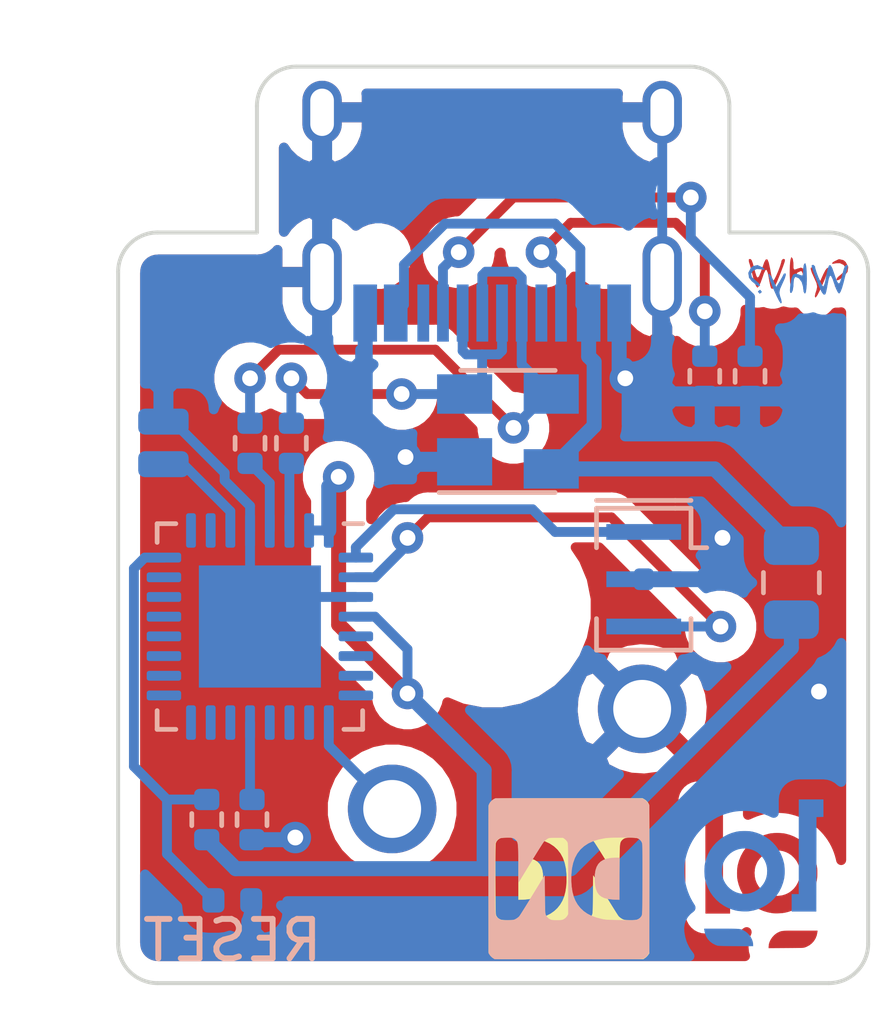
<source format=kicad_pcb>
(kicad_pcb (version 20171130) (host pcbnew "(5.1.9)-1")

  (general
    (thickness 1.6)
    (drawings 39)
    (tracks 136)
    (zones 0)
    (modules 20)
    (nets 37)
  )

  (page A4)
  (layers
    (0 F.Cu signal)
    (31 B.Cu signal)
    (32 B.Adhes user)
    (33 F.Adhes user)
    (34 B.Paste user)
    (35 F.Paste user)
    (36 B.SilkS user)
    (37 F.SilkS user)
    (38 B.Mask user)
    (39 F.Mask user)
    (40 Dwgs.User user hide)
    (41 Cmts.User user)
    (42 Eco1.User user)
    (43 Eco2.User user)
    (44 Edge.Cuts user)
    (45 Margin user)
    (46 B.CrtYd user)
    (47 F.CrtYd user)
    (48 B.Fab user)
    (49 F.Fab user)
  )

  (setup
    (last_trace_width 0.25)
    (trace_clearance 0.2)
    (zone_clearance 0.508)
    (zone_45_only no)
    (trace_min 0.2)
    (via_size 0.8)
    (via_drill 0.4)
    (via_min_size 0.4)
    (via_min_drill 0.3)
    (uvia_size 0.3)
    (uvia_drill 0.1)
    (uvias_allowed no)
    (uvia_min_size 0.2)
    (uvia_min_drill 0.1)
    (edge_width 0.05)
    (segment_width 0.2)
    (pcb_text_width 0.3)
    (pcb_text_size 1.5 1.5)
    (mod_edge_width 0.12)
    (mod_text_size 1 1)
    (mod_text_width 0.15)
    (pad_size 1.524 1.524)
    (pad_drill 0.762)
    (pad_to_mask_clearance 0)
    (aux_axis_origin 0 0)
    (visible_elements 7FFFFFFF)
    (pcbplotparams
      (layerselection 0x010fc_ffffffff)
      (usegerberextensions false)
      (usegerberattributes true)
      (usegerberadvancedattributes true)
      (creategerberjobfile true)
      (excludeedgelayer true)
      (linewidth 0.100000)
      (plotframeref false)
      (viasonmask false)
      (mode 1)
      (useauxorigin false)
      (hpglpennumber 1)
      (hpglpenspeed 20)
      (hpglpendiameter 15.000000)
      (psnegative false)
      (psa4output false)
      (plotreference true)
      (plotvalue true)
      (plotinvisibletext false)
      (padsonsilk false)
      (subtractmaskfromsilk false)
      (outputformat 1)
      (mirror false)
      (drillshape 1)
      (scaleselection 1)
      (outputdirectory ""))
  )

  (net 0 "")
  (net 1 "Net-(C3-Pad2)")
  (net 2 GND)
  (net 3 +5V)
  (net 4 "Net-(JP1-Pad2)")
  (net 5 D+)
  (net 6 "Net-(R2-Pad1)")
  (net 7 D-)
  (net 8 "Net-(R3-Pad1)")
  (net 9 "Net-(R4-Pad2)")
  (net 10 "Net-(R5-Pad2)")
  (net 11 "Net-(R6-Pad2)")
  (net 12 "Net-(U1-Pad26)")
  (net 13 "Net-(U1-Pad25)")
  (net 14 "Net-(U1-Pad23)")
  (net 15 "Net-(U1-Pad22)")
  (net 16 "Net-(U1-Pad21)")
  (net 17 "Net-(U1-Pad20)")
  (net 18 "Net-(U1-Pad19)")
  (net 19 "Net-(U1-Pad18)")
  (net 20 "Net-(U1-Pad17)")
  (net 21 "Net-(U1-Pad16)")
  (net 22 "Net-(U1-Pad15)")
  (net 23 "Net-(U1-Pad14)")
  (net 24 "Net-(U1-Pad12)")
  (net 25 "Net-(U1-Pad11)")
  (net 26 "Net-(U1-Pad10)")
  (net 27 "Net-(U1-Pad8)")
  (net 28 "Net-(U1-Pad7)")
  (net 29 "Net-(U1-Pad6)")
  (net 30 "Net-(U1-Pad5)")
  (net 31 "Net-(U1-Pad2)")
  (net 32 "Net-(U1-Pad1)")
  (net 33 VCC)
  (net 34 "Net-(USB1-Pad3)")
  (net 35 "Net-(USB1-Pad9)")
  (net 36 "Net-(MX1-Pad2)")

  (net_class Default "This is the default net class."
    (clearance 0.2)
    (trace_width 0.25)
    (via_dia 0.8)
    (via_drill 0.4)
    (uvia_dia 0.3)
    (uvia_drill 0.1)
    (add_net D+)
    (add_net D-)
    (add_net "Net-(C3-Pad2)")
    (add_net "Net-(JP1-Pad2)")
    (add_net "Net-(MX1-Pad2)")
    (add_net "Net-(R2-Pad1)")
    (add_net "Net-(R3-Pad1)")
    (add_net "Net-(R4-Pad2)")
    (add_net "Net-(R5-Pad2)")
    (add_net "Net-(R6-Pad2)")
    (add_net "Net-(U1-Pad1)")
    (add_net "Net-(U1-Pad10)")
    (add_net "Net-(U1-Pad11)")
    (add_net "Net-(U1-Pad12)")
    (add_net "Net-(U1-Pad14)")
    (add_net "Net-(U1-Pad15)")
    (add_net "Net-(U1-Pad16)")
    (add_net "Net-(U1-Pad17)")
    (add_net "Net-(U1-Pad18)")
    (add_net "Net-(U1-Pad19)")
    (add_net "Net-(U1-Pad2)")
    (add_net "Net-(U1-Pad20)")
    (add_net "Net-(U1-Pad21)")
    (add_net "Net-(U1-Pad22)")
    (add_net "Net-(U1-Pad23)")
    (add_net "Net-(U1-Pad25)")
    (add_net "Net-(U1-Pad26)")
    (add_net "Net-(U1-Pad5)")
    (add_net "Net-(U1-Pad6)")
    (add_net "Net-(U1-Pad7)")
    (add_net "Net-(U1-Pad8)")
    (add_net "Net-(USB1-Pad3)")
    (add_net "Net-(USB1-Pad9)")
  )

  (net_class Power ""
    (clearance 0.2)
    (trace_width 0.381)
    (via_dia 0.8)
    (via_drill 0.4)
    (uvia_dia 0.3)
    (uvia_drill 0.1)
    (add_net +5V)
    (add_net GND)
    (add_net VCC)
  )

  (module Footprints:4.1-mm-dn-silk (layer B.Cu) (tedit 0) (tstamp 6048BC31)
    (at 161.45 116.4 180)
    (fp_text reference G*** (at 0 0) (layer B.SilkS) hide
      (effects (font (size 1.524 1.524) (thickness 0.3)) (justify mirror))
    )
    (fp_text value LOGO (at 0.75 0) (layer B.SilkS) hide
      (effects (font (size 1.524 1.524) (thickness 0.3)) (justify mirror))
    )
    (fp_poly (pts (xy 1.911914 2.013786) (xy 1.958177 1.980877) (xy 1.998403 1.937374) (xy 2.026578 1.890271)
      (xy 2.032767 1.87325) (xy 2.034317 1.857056) (xy 2.035708 1.819717) (xy 2.03694 1.761254)
      (xy 2.038013 1.681689) (xy 2.038926 1.581042) (xy 2.03968 1.459335) (xy 2.040274 1.31659)
      (xy 2.040708 1.152826) (xy 2.040983 0.968066) (xy 2.041097 0.762331) (xy 2.041052 0.535641)
      (xy 2.040847 0.288019) (xy 2.040482 0.019484) (xy 2.040405 -0.027232) (xy 2.037292 -1.890673)
      (xy 2.008097 -1.934788) (xy 1.980004 -1.968916) (xy 1.945366 -2.00047) (xy 1.934788 -2.008097)
      (xy 1.890673 -2.037292) (xy 0.016649 -2.03957) (xy -0.223897 -2.039838) (xy -0.444116 -2.04003)
      (xy -0.644846 -2.040139) (xy -0.826926 -2.040161) (xy -0.991196 -2.040091) (xy -1.138494 -2.039923)
      (xy -1.269661 -2.039653) (xy -1.385533 -2.039275) (xy -1.486952 -2.038784) (xy -1.574755 -2.038176)
      (xy -1.649781 -2.037444) (xy -1.712871 -2.036584) (xy -1.764862 -2.035591) (xy -1.806593 -2.034459)
      (xy -1.838905 -2.033184) (xy -1.862635 -2.03176) (xy -1.878623 -2.030182) (xy -1.887708 -2.028445)
      (xy -1.889125 -2.027931) (xy -1.94303 -1.994627) (xy -1.990004 -1.947641) (xy -2.013943 -1.911606)
      (xy -2.037292 -1.867958) (xy -2.037292 0.317249) (xy -1.871357 0.317249) (xy -1.871217 0.149411)
      (xy -1.870783 -0.022961) (xy -1.87027 -0.180029) (xy -1.86978 -0.317333) (xy -1.869273 -0.436277)
      (xy -1.868714 -0.538263) (xy -1.868064 -0.624696) (xy -1.867285 -0.696977) (xy -1.866341 -0.756511)
      (xy -1.865194 -0.8047) (xy -1.863805 -0.842947) (xy -1.862139 -0.872656) (xy -1.860156 -0.895229)
      (xy -1.85782 -0.91207) (xy -1.855092 -0.924582) (xy -1.851936 -0.934167) (xy -1.848314 -0.94223)
      (xy -1.846066 -0.946608) (xy -1.815348 -0.990834) (xy -1.773766 -1.023102) (xy -1.729763 -1.043111)
      (xy -1.715051 -1.047324) (xy -1.69482 -1.050621) (xy -1.666887 -1.053061) (xy -1.629065 -1.054703)
      (xy -1.579169 -1.055606) (xy -1.515015 -1.05583) (xy -1.434415 -1.055434) (xy -1.335187 -1.054478)
      (xy -1.317625 -1.054279) (xy -1.215526 -1.052979) (xy -1.131848 -1.051565) (xy -1.063848 -1.049882)
      (xy -1.00878 -1.047779) (xy -0.9639 -1.045103) (xy -0.926464 -1.041704) (xy -0.893726 -1.037428)
      (xy -0.862942 -1.032123) (xy -0.842017 -1.027911) (xy -0.699045 -0.99157) (xy -0.57377 -0.945999)
      (xy -0.464435 -0.890306) (xy -0.369281 -0.823597) (xy -0.288138 -0.746723) (xy -0.217807 -0.658293)
      (xy -0.161002 -0.560887) (xy -0.117051 -0.452535) (xy -0.085279 -0.331263) (xy -0.065012 -0.195098)
      (xy -0.056423 -0.068792) (xy -0.056679 -0.005292) (xy 0.015875 -0.005292) (xy 0.015875 -0.904875)
      (xy 0.04193 -0.950377) (xy 0.082192 -1.000118) (xy 0.136533 -1.036196) (xy 0.166836 -1.047795)
      (xy 0.195473 -1.052693) (xy 0.238687 -1.055782) (xy 0.290352 -1.057093) (xy 0.344341 -1.056659)
      (xy 0.394526 -1.054512) (xy 0.434781 -1.050683) (xy 0.45615 -1.046288) (xy 0.516251 -1.015561)
      (xy 0.563095 -0.968484) (xy 0.583646 -0.934267) (xy 0.589519 -0.921988) (xy 0.59441 -0.909818)
      (xy 0.598433 -0.895752) (xy 0.601702 -0.877782) (xy 0.60433 -0.853903) (xy 0.606433 -0.822107)
      (xy 0.608123 -0.780388) (xy 0.609516 -0.726741) (xy 0.610726 -0.659157) (xy 0.611865 -0.575632)
      (xy 0.613049 -0.474158) (xy 0.613833 -0.40342) (xy 0.619125 0.076868) (xy 0.925675 -0.424168)
      (xy 0.983683 -0.518726) (xy 1.039136 -0.608633) (xy 1.090921 -0.692118) (xy 1.137926 -0.76741)
      (xy 1.179038 -0.832737) (xy 1.213143 -0.886329) (xy 1.23913 -0.926412) (xy 1.255887 -0.951218)
      (xy 1.260967 -0.95794) (xy 1.286783 -0.981646) (xy 1.322169 -1.00732) (xy 1.346 -1.021793)
      (xy 1.370607 -1.03468) (xy 1.392816 -1.043581) (xy 1.417568 -1.049382) (xy 1.449805 -1.052968)
      (xy 1.494466 -1.055223) (xy 1.540372 -1.056608) (xy 1.616405 -1.057375) (xy 1.675382 -1.054514)
      (xy 1.72123 -1.047185) (xy 1.757875 -1.034545) (xy 1.789244 -1.015754) (xy 1.809719 -0.998894)
      (xy 1.822583 -0.987443) (xy 1.833882 -0.976891) (xy 1.843712 -0.965863) (xy 1.852171 -0.952985)
      (xy 1.859356 -0.936883) (xy 1.865363 -0.916181) (xy 1.870289 -0.889506) (xy 1.874232 -0.855483)
      (xy 1.877288 -0.812738) (xy 1.879555 -0.759896) (xy 1.881129 -0.695582) (xy 1.882107 -0.618423)
      (xy 1.882587 -0.527044) (xy 1.882664 -0.420071) (xy 1.882437 -0.296128) (xy 1.882002 -0.153842)
      (xy 1.881457 0.008162) (xy 1.881426 0.017515) (xy 1.878542 0.895965) (xy 1.846792 0.947087)
      (xy 1.821723 0.982367) (xy 1.794331 1.008079) (xy 1.760722 1.02578) (xy 1.717003 1.037026)
      (xy 1.659279 1.043373) (xy 1.599304 1.045998) (xy 1.524685 1.046308) (xy 1.467072 1.042068)
      (xy 1.42262 1.032356) (xy 1.387482 1.01625) (xy 1.357812 0.992829) (xy 1.351736 0.986708)
      (xy 1.336999 0.971016) (xy 1.324653 0.956064) (xy 1.314463 0.939891) (xy 1.306195 0.920535)
      (xy 1.299612 0.896033) (xy 1.29448 0.864424) (xy 1.290563 0.823745) (xy 1.287626 0.772034)
      (xy 1.285433 0.70733) (xy 1.283749 0.62767) (xy 1.282339 0.531092) (xy 1.280968 0.415634)
      (xy 1.280729 0.394663) (xy 1.275292 -0.083799) (xy 0.973667 0.410221) (xy 0.915912 0.504478)
      (xy 0.860463 0.594326) (xy 0.808474 0.67794) (xy 0.761098 0.753494) (xy 0.719488 0.819163)
      (xy 0.684797 0.87312) (xy 0.65818 0.913542) (xy 0.640789 0.938601) (xy 0.635885 0.944832)
      (xy 0.60359 0.975638) (xy 0.565185 1.005053) (xy 0.551218 1.01394) (xy 0.532605 1.024442)
      (xy 0.515506 1.031987) (xy 0.496073 1.037064) (xy 0.470452 1.040161) (xy 0.434794 1.041767)
      (xy 0.385247 1.04237) (xy 0.32637 1.042458) (xy 0.150032 1.042458) (xy 0.105063 1.010708)
      (xy 0.07325 0.982742) (xy 0.0458 0.949489) (xy 0.037984 0.936625) (xy 0.034084 0.928844)
      (xy 0.030672 0.920484) (xy 0.027715 0.910157) (xy 0.025181 0.896474) (xy 0.023037 0.878047)
      (xy 0.021251 0.853488) (xy 0.019789 0.821407) (xy 0.01862 0.780415) (xy 0.01771 0.729126)
      (xy 0.017027 0.666149) (xy 0.016539 0.590096) (xy 0.016213 0.499579) (xy 0.016016 0.393209)
      (xy 0.015916 0.269597) (xy 0.015879 0.127355) (xy 0.015875 -0.005292) (xy -0.056679 -0.005292)
      (xy -0.057118 0.102963) (xy -0.072722 0.25974) (xy -0.103394 0.401746) (xy -0.149296 0.529189)
      (xy -0.210591 0.642276) (xy -0.287438 0.741213) (xy -0.38 0.826209) (xy -0.488438 0.897469)
      (xy -0.612912 0.955202) (xy -0.753585 0.999613) (xy -0.910618 1.030911) (xy -0.913525 1.031345)
      (xy -0.95548 1.036558) (xy -1.004832 1.04064) (xy -1.064161 1.043684) (xy -1.136052 1.045782)
      (xy -1.223086 1.047027) (xy -1.327845 1.04751) (xy -1.366608 1.047518) (xy -1.462119 1.04736)
      (xy -1.538885 1.046947) (xy -1.599328 1.046155) (xy -1.64587 1.044862) (xy -1.680933 1.042943)
      (xy -1.706938 1.040274) (xy -1.726307 1.036733) (xy -1.741463 1.032196) (xy -1.75198 1.027857)
      (xy -1.803067 0.994118) (xy -1.84217 0.94701) (xy -1.862567 0.899953) (xy -1.864869 0.880177)
      (xy -1.866822 0.83924) (xy -1.868426 0.777145) (xy -1.869682 0.693895) (xy -1.870589 0.589494)
      (xy -1.871147 0.463944) (xy -1.871357 0.317249) (xy -2.037292 0.317249) (xy -2.037292 1.857375)
      (xy -2.014449 1.899708) (xy -1.969431 1.961225) (xy -1.908684 2.009477) (xy -1.894417 2.017563)
      (xy -1.889229 2.020031) (xy -1.882722 2.022284) (xy -1.873957 2.024332) (xy -1.861996 2.026186)
      (xy -1.8459 2.027854) (xy -1.824731 2.029346) (xy -1.79755 2.030672) (xy -1.763418 2.031843)
      (xy -1.721397 2.032867) (xy -1.670548 2.033754) (xy -1.609933 2.034514) (xy -1.538613 2.035158)
      (xy -1.45565 2.035693) (xy -1.360105 2.036132) (xy -1.251039 2.036482) (xy -1.127514 2.036754)
      (xy -0.988592 2.036958) (xy -0.833333 2.037103) (xy -0.660799 2.037199) (xy -0.470052 2.037256)
      (xy -0.260153 2.037284) (xy -0.030164 2.037292) (xy 1.867958 2.037292) (xy 1.911914 2.013786)) (layer B.SilkS) (width 0.01))
    (fp_poly (pts (xy -1.187979 0.528798) (xy -1.067667 0.522566) (xy -0.964209 0.504429) (xy -0.876967 0.473686)
      (xy -0.805302 0.429632) (xy -0.748575 0.371566) (xy -0.706148 0.298783) (xy -0.677382 0.210581)
      (xy -0.661639 0.106257) (xy -0.65828 -0.014892) (xy -0.659515 -0.052917) (xy -0.669611 -0.165756)
      (xy -0.689896 -0.260783) (xy -0.721587 -0.339194) (xy -0.765899 -0.402186) (xy -0.824049 -0.450958)
      (xy -0.897252 -0.486706) (xy -0.986725 -0.510628) (xy -1.093682 -0.523922) (xy -1.140354 -0.526482)
      (xy -1.280583 -0.531928) (xy -1.280583 0.529167) (xy -1.187979 0.528798)) (layer B.SilkS) (width 0.01))
  )

  (module Footprints:4.1-mm-dn-silk (layer F.Cu) (tedit 0) (tstamp 6048BC2F)
    (at 161.45 116.4)
    (fp_text reference G*** (at 0 0) (layer F.SilkS) hide
      (effects (font (size 1.524 1.524) (thickness 0.3)))
    )
    (fp_text value LOGO (at 0.75 0) (layer F.SilkS) hide
      (effects (font (size 1.524 1.524) (thickness 0.3)))
    )
    (fp_poly (pts (xy 1.911914 -2.013786) (xy 1.958177 -1.980877) (xy 1.998403 -1.937374) (xy 2.026578 -1.890271)
      (xy 2.032767 -1.87325) (xy 2.034317 -1.857056) (xy 2.035708 -1.819717) (xy 2.03694 -1.761254)
      (xy 2.038013 -1.681689) (xy 2.038926 -1.581042) (xy 2.03968 -1.459335) (xy 2.040274 -1.31659)
      (xy 2.040708 -1.152826) (xy 2.040983 -0.968066) (xy 2.041097 -0.762331) (xy 2.041052 -0.535641)
      (xy 2.040847 -0.288019) (xy 2.040482 -0.019484) (xy 2.040405 0.027232) (xy 2.037292 1.890673)
      (xy 2.008097 1.934788) (xy 1.980004 1.968916) (xy 1.945366 2.00047) (xy 1.934788 2.008097)
      (xy 1.890673 2.037292) (xy 0.016649 2.03957) (xy -0.223897 2.039838) (xy -0.444116 2.04003)
      (xy -0.644846 2.040139) (xy -0.826926 2.040161) (xy -0.991196 2.040091) (xy -1.138494 2.039923)
      (xy -1.269661 2.039653) (xy -1.385533 2.039275) (xy -1.486952 2.038784) (xy -1.574755 2.038176)
      (xy -1.649781 2.037444) (xy -1.712871 2.036584) (xy -1.764862 2.035591) (xy -1.806593 2.034459)
      (xy -1.838905 2.033184) (xy -1.862635 2.03176) (xy -1.878623 2.030182) (xy -1.887708 2.028445)
      (xy -1.889125 2.027931) (xy -1.94303 1.994627) (xy -1.990004 1.947641) (xy -2.013943 1.911606)
      (xy -2.037292 1.867958) (xy -2.037292 -0.317249) (xy -1.871357 -0.317249) (xy -1.871217 -0.149411)
      (xy -1.870783 0.022961) (xy -1.87027 0.180029) (xy -1.86978 0.317333) (xy -1.869273 0.436277)
      (xy -1.868714 0.538263) (xy -1.868064 0.624696) (xy -1.867285 0.696977) (xy -1.866341 0.756511)
      (xy -1.865194 0.8047) (xy -1.863805 0.842947) (xy -1.862139 0.872656) (xy -1.860156 0.895229)
      (xy -1.85782 0.91207) (xy -1.855092 0.924582) (xy -1.851936 0.934167) (xy -1.848314 0.94223)
      (xy -1.846066 0.946608) (xy -1.815348 0.990834) (xy -1.773766 1.023102) (xy -1.729763 1.043111)
      (xy -1.715051 1.047324) (xy -1.69482 1.050621) (xy -1.666887 1.053061) (xy -1.629065 1.054703)
      (xy -1.579169 1.055606) (xy -1.515015 1.05583) (xy -1.434415 1.055434) (xy -1.335187 1.054478)
      (xy -1.317625 1.054279) (xy -1.215526 1.052979) (xy -1.131848 1.051565) (xy -1.063848 1.049882)
      (xy -1.00878 1.047779) (xy -0.9639 1.045103) (xy -0.926464 1.041704) (xy -0.893726 1.037428)
      (xy -0.862942 1.032123) (xy -0.842017 1.027911) (xy -0.699045 0.99157) (xy -0.57377 0.945999)
      (xy -0.464435 0.890306) (xy -0.369281 0.823597) (xy -0.288138 0.746723) (xy -0.217807 0.658293)
      (xy -0.161002 0.560887) (xy -0.117051 0.452535) (xy -0.085279 0.331263) (xy -0.065012 0.195098)
      (xy -0.056423 0.068792) (xy -0.056679 0.005292) (xy 0.015875 0.005292) (xy 0.015875 0.904875)
      (xy 0.04193 0.950377) (xy 0.082192 1.000118) (xy 0.136533 1.036196) (xy 0.166836 1.047795)
      (xy 0.195473 1.052693) (xy 0.238687 1.055782) (xy 0.290352 1.057093) (xy 0.344341 1.056659)
      (xy 0.394526 1.054512) (xy 0.434781 1.050683) (xy 0.45615 1.046288) (xy 0.516251 1.015561)
      (xy 0.563095 0.968484) (xy 0.583646 0.934267) (xy 0.589519 0.921988) (xy 0.59441 0.909818)
      (xy 0.598433 0.895752) (xy 0.601702 0.877782) (xy 0.60433 0.853903) (xy 0.606433 0.822107)
      (xy 0.608123 0.780388) (xy 0.609516 0.726741) (xy 0.610726 0.659157) (xy 0.611865 0.575632)
      (xy 0.613049 0.474158) (xy 0.613833 0.40342) (xy 0.619125 -0.076868) (xy 0.925675 0.424168)
      (xy 0.983683 0.518726) (xy 1.039136 0.608633) (xy 1.090921 0.692118) (xy 1.137926 0.76741)
      (xy 1.179038 0.832737) (xy 1.213143 0.886329) (xy 1.23913 0.926412) (xy 1.255887 0.951218)
      (xy 1.260967 0.95794) (xy 1.286783 0.981646) (xy 1.322169 1.00732) (xy 1.346 1.021793)
      (xy 1.370607 1.03468) (xy 1.392816 1.043581) (xy 1.417568 1.049382) (xy 1.449805 1.052968)
      (xy 1.494466 1.055223) (xy 1.540372 1.056608) (xy 1.616405 1.057375) (xy 1.675382 1.054514)
      (xy 1.72123 1.047185) (xy 1.757875 1.034545) (xy 1.789244 1.015754) (xy 1.809719 0.998894)
      (xy 1.822583 0.987443) (xy 1.833882 0.976891) (xy 1.843712 0.965863) (xy 1.852171 0.952985)
      (xy 1.859356 0.936883) (xy 1.865363 0.916181) (xy 1.870289 0.889506) (xy 1.874232 0.855483)
      (xy 1.877288 0.812738) (xy 1.879555 0.759896) (xy 1.881129 0.695582) (xy 1.882107 0.618423)
      (xy 1.882587 0.527044) (xy 1.882664 0.420071) (xy 1.882437 0.296128) (xy 1.882002 0.153842)
      (xy 1.881457 -0.008162) (xy 1.881426 -0.017515) (xy 1.878542 -0.895965) (xy 1.846792 -0.947087)
      (xy 1.821723 -0.982367) (xy 1.794331 -1.008079) (xy 1.760722 -1.02578) (xy 1.717003 -1.037026)
      (xy 1.659279 -1.043373) (xy 1.599304 -1.045998) (xy 1.524685 -1.046308) (xy 1.467072 -1.042068)
      (xy 1.42262 -1.032356) (xy 1.387482 -1.01625) (xy 1.357812 -0.992829) (xy 1.351736 -0.986708)
      (xy 1.336999 -0.971016) (xy 1.324653 -0.956064) (xy 1.314463 -0.939891) (xy 1.306195 -0.920535)
      (xy 1.299612 -0.896033) (xy 1.29448 -0.864424) (xy 1.290563 -0.823745) (xy 1.287626 -0.772034)
      (xy 1.285433 -0.70733) (xy 1.283749 -0.62767) (xy 1.282339 -0.531092) (xy 1.280968 -0.415634)
      (xy 1.280729 -0.394663) (xy 1.275292 0.083799) (xy 0.973667 -0.410221) (xy 0.915912 -0.504478)
      (xy 0.860463 -0.594326) (xy 0.808474 -0.67794) (xy 0.761098 -0.753494) (xy 0.719488 -0.819163)
      (xy 0.684797 -0.87312) (xy 0.65818 -0.913542) (xy 0.640789 -0.938601) (xy 0.635885 -0.944832)
      (xy 0.60359 -0.975638) (xy 0.565185 -1.005053) (xy 0.551218 -1.01394) (xy 0.532605 -1.024442)
      (xy 0.515506 -1.031987) (xy 0.496073 -1.037064) (xy 0.470452 -1.040161) (xy 0.434794 -1.041767)
      (xy 0.385247 -1.04237) (xy 0.32637 -1.042458) (xy 0.150032 -1.042458) (xy 0.105063 -1.010708)
      (xy 0.07325 -0.982742) (xy 0.0458 -0.949489) (xy 0.037984 -0.936625) (xy 0.034084 -0.928844)
      (xy 0.030672 -0.920484) (xy 0.027715 -0.910157) (xy 0.025181 -0.896474) (xy 0.023037 -0.878047)
      (xy 0.021251 -0.853488) (xy 0.019789 -0.821407) (xy 0.01862 -0.780415) (xy 0.01771 -0.729126)
      (xy 0.017027 -0.666149) (xy 0.016539 -0.590096) (xy 0.016213 -0.499579) (xy 0.016016 -0.393209)
      (xy 0.015916 -0.269597) (xy 0.015879 -0.127355) (xy 0.015875 0.005292) (xy -0.056679 0.005292)
      (xy -0.057118 -0.102963) (xy -0.072722 -0.25974) (xy -0.103394 -0.401746) (xy -0.149296 -0.529189)
      (xy -0.210591 -0.642276) (xy -0.287438 -0.741213) (xy -0.38 -0.826209) (xy -0.488438 -0.897469)
      (xy -0.612912 -0.955202) (xy -0.753585 -0.999613) (xy -0.910618 -1.030911) (xy -0.913525 -1.031345)
      (xy -0.95548 -1.036558) (xy -1.004832 -1.04064) (xy -1.064161 -1.043684) (xy -1.136052 -1.045782)
      (xy -1.223086 -1.047027) (xy -1.327845 -1.04751) (xy -1.366608 -1.047518) (xy -1.462119 -1.04736)
      (xy -1.538885 -1.046947) (xy -1.599328 -1.046155) (xy -1.64587 -1.044862) (xy -1.680933 -1.042943)
      (xy -1.706938 -1.040274) (xy -1.726307 -1.036733) (xy -1.741463 -1.032196) (xy -1.75198 -1.027857)
      (xy -1.803067 -0.994118) (xy -1.84217 -0.94701) (xy -1.862567 -0.899953) (xy -1.864869 -0.880177)
      (xy -1.866822 -0.83924) (xy -1.868426 -0.777145) (xy -1.869682 -0.693895) (xy -1.870589 -0.589494)
      (xy -1.871147 -0.463944) (xy -1.871357 -0.317249) (xy -2.037292 -0.317249) (xy -2.037292 -1.857375)
      (xy -2.014449 -1.899708) (xy -1.969431 -1.961225) (xy -1.908684 -2.009477) (xy -1.894417 -2.017563)
      (xy -1.889229 -2.020031) (xy -1.882722 -2.022284) (xy -1.873957 -2.024332) (xy -1.861996 -2.026186)
      (xy -1.8459 -2.027854) (xy -1.824731 -2.029346) (xy -1.79755 -2.030672) (xy -1.763418 -2.031843)
      (xy -1.721397 -2.032867) (xy -1.670548 -2.033754) (xy -1.609933 -2.034514) (xy -1.538613 -2.035158)
      (xy -1.45565 -2.035693) (xy -1.360105 -2.036132) (xy -1.251039 -2.036482) (xy -1.127514 -2.036754)
      (xy -0.988592 -2.036958) (xy -0.833333 -2.037103) (xy -0.660799 -2.037199) (xy -0.470052 -2.037256)
      (xy -0.260153 -2.037284) (xy -0.030164 -2.037292) (xy 1.867958 -2.037292) (xy 1.911914 -2.013786)) (layer F.SilkS) (width 0.01))
    (fp_poly (pts (xy -1.187979 -0.528798) (xy -1.067667 -0.522566) (xy -0.964209 -0.504429) (xy -0.876967 -0.473686)
      (xy -0.805302 -0.429632) (xy -0.748575 -0.371566) (xy -0.706148 -0.298783) (xy -0.677382 -0.210581)
      (xy -0.661639 -0.106257) (xy -0.65828 0.014892) (xy -0.659515 0.052917) (xy -0.669611 0.165756)
      (xy -0.689896 0.260783) (xy -0.721587 0.339194) (xy -0.765899 0.402186) (xy -0.824049 0.450958)
      (xy -0.897252 0.486706) (xy -0.986725 0.510628) (xy -1.093682 0.523922) (xy -1.140354 0.526482)
      (xy -1.280583 0.531928) (xy -1.280583 -0.529167) (xy -1.187979 -0.528798)) (layer F.SilkS) (width 0.01))
  )

  (module Footprints:HRO-TYPE-C-31-M-12 (layer B.Cu) (tedit 60497979) (tstamp 60468A9E)
    (at 159.5 94.35)
    (path /604766F7)
    (attr smd)
    (fp_text reference USB1 (at 0 9.25) (layer B.Fab)
      (effects (font (size 1 1) (thickness 0.15)) (justify mirror))
    )
    (fp_text value HRO-TYPE-C-31-M-12 (at 0 -1.15) (layer Dwgs.User)
      (effects (font (size 1 1) (thickness 0.15)))
    )
    (fp_line (start -4.47 7.3) (end 4.47 7.3) (layer Dwgs.User) (width 0.15))
    (fp_line (start 4.47 0) (end 4.47 7.3) (layer Dwgs.User) (width 0.15))
    (fp_line (start -4.47 0) (end -4.47 7.3) (layer Dwgs.User) (width 0.15))
    (fp_line (start -4.47 0) (end 4.47 0) (layer Dwgs.User) (width 0.15))
    (pad 13 thru_hole oval (at 4.32 2.6) (size 1 1.6) (drill oval 0.6 1.2) (layers *.Cu F.Mask)
      (net 2 GND))
    (pad 13 thru_hole oval (at -4.32 2.6) (size 1 1.6) (drill oval 0.6 1.2) (layers *.Cu F.Mask)
      (net 2 GND))
    (pad 13 thru_hole oval (at 4.32 6.78) (size 1 2.1) (drill oval 0.6 1.7) (layers *.Cu F.Mask)
      (net 2 GND))
    (pad 13 thru_hole oval (at -4.32 6.78) (size 1 2.1) (drill oval 0.6 1.7) (layers *.Cu F.Mask)
      (net 2 GND))
    (pad "" np_thru_hole circle (at -2.89 6.25) (size 0.65 0.65) (drill 0.65) (layers *.Cu *.Mask))
    (pad "" np_thru_hole circle (at 2.89 6.25) (size 0.65 0.65) (drill 0.65) (layers *.Cu *.Mask))
    (pad 6 smd rect (at -0.25 7.695) (size 0.3 1.45) (layers B.Cu B.Paste B.Mask)
      (net 5 D+))
    (pad 7 smd rect (at 0.25 7.695) (size 0.3 1.45) (layers B.Cu B.Paste B.Mask)
      (net 7 D-))
    (pad 8 smd rect (at 0.75 7.695) (size 0.3 1.45) (layers B.Cu B.Paste B.Mask)
      (net 5 D+))
    (pad 5 smd rect (at -0.75 7.695) (size 0.3 1.45) (layers B.Cu B.Paste B.Mask)
      (net 7 D-))
    (pad 9 smd rect (at 1.25 7.695) (size 0.3 1.45) (layers B.Cu B.Paste B.Mask)
      (net 35 "Net-(USB1-Pad9)"))
    (pad 4 smd rect (at -1.25 7.695) (size 0.3 1.45) (layers B.Cu B.Paste B.Mask)
      (net 9 "Net-(R4-Pad2)"))
    (pad 10 smd rect (at 1.75 7.695) (size 0.3 1.45) (layers B.Cu B.Paste B.Mask)
      (net 10 "Net-(R5-Pad2)"))
    (pad 3 smd rect (at -1.75 7.695) (size 0.3 1.45) (layers B.Cu B.Paste B.Mask)
      (net 34 "Net-(USB1-Pad3)"))
    (pad 2 smd rect (at -2.45 7.695) (size 0.6 1.45) (layers B.Cu B.Paste B.Mask)
      (net 33 VCC))
    (pad 11 smd rect (at 2.45 7.695) (size 0.6 1.45) (layers B.Cu B.Paste B.Mask)
      (net 33 VCC))
    (pad 1 smd rect (at -3.225 7.695) (size 0.6 1.45) (layers B.Cu B.Paste B.Mask)
      (net 2 GND))
    (pad 12 smd rect (at 3.225 7.695) (size 0.6 1.45) (layers B.Cu B.Paste B.Mask)
      (net 2 GND))
    (model "C:/Users/lfgab/Documents/GitHub/Type-C.pretty/HRO  TYPE-C-31-M-12.step"
      (offset (xyz -4.5 0 0))
      (scale (xyz 1 1 1))
      (rotate (xyz 90 180 180))
    )
  )

  (module Footprints:QFN-32-1EP_5x5mm_P0.5mm_EP3.1x3.1mm (layer B.Cu) (tedit 60482281) (tstamp 6046BF50)
    (at 153.6 110 180)
    (descr "QFN, 32 Pin (http://ww1.microchip.com/downloads/en/DeviceDoc/8008S.pdf#page=20), generated with kicad-footprint-generator ipc_noLead_generator.py")
    (tags "QFN NoLead")
    (path /6046CDC3)
    (attr smd)
    (fp_text reference U1 (at 0 3.82 180) (layer B.Fab)
      (effects (font (size 1 1) (thickness 0.15)) (justify mirror))
    )
    (fp_text value ATmega32U2-MU (at 0 -3.82 180) (layer B.Fab)
      (effects (font (size 1 1) (thickness 0.15)) (justify mirror))
    )
    (fp_text user %R (at 0 0 180) (layer B.Fab)
      (effects (font (size 1 1) (thickness 0.15)) (justify mirror))
    )
    (fp_line (start 2.135 2.61) (end 2.61 2.61) (layer B.SilkS) (width 0.12))
    (fp_line (start 2.61 2.61) (end 2.61 2.135) (layer B.SilkS) (width 0.12))
    (fp_line (start -2.135 -2.61) (end -2.61 -2.61) (layer B.SilkS) (width 0.12))
    (fp_line (start -2.61 -2.61) (end -2.61 -2.135) (layer B.SilkS) (width 0.12))
    (fp_line (start 2.135 -2.61) (end 2.61 -2.61) (layer B.SilkS) (width 0.12))
    (fp_line (start 2.61 -2.61) (end 2.61 -2.135) (layer B.SilkS) (width 0.12))
    (fp_line (start -2.135 2.61) (end -2.61 2.61) (layer B.SilkS) (width 0.12))
    (fp_line (start -1.5 2.5) (end 2.5 2.5) (layer B.Fab) (width 0.1))
    (fp_line (start 2.5 2.5) (end 2.5 -2.5) (layer B.Fab) (width 0.1))
    (fp_line (start 2.5 -2.5) (end -2.5 -2.5) (layer B.Fab) (width 0.1))
    (fp_line (start -2.5 -2.5) (end -2.5 1.5) (layer B.Fab) (width 0.1))
    (fp_line (start -2.5 1.5) (end -1.5 2.5) (layer B.Fab) (width 0.1))
    (fp_line (start -3.12 3.12) (end -3.12 -3.12) (layer B.CrtYd) (width 0.05))
    (fp_line (start -3.12 -3.12) (end 3.12 -3.12) (layer B.CrtYd) (width 0.05))
    (fp_line (start 3.12 -3.12) (end 3.12 3.12) (layer B.CrtYd) (width 0.05))
    (fp_line (start 3.12 3.12) (end -3.12 3.12) (layer B.CrtYd) (width 0.05))
    (pad 1 smd roundrect (at -2.4375 1.75 180) (size 0.875 0.25) (layers B.Cu B.Paste B.Mask) (roundrect_rratio 0.25)
      (net 32 "Net-(U1-Pad1)"))
    (pad 2 smd roundrect (at -2.4375 1.25 180) (size 0.875 0.25) (layers B.Cu B.Paste B.Mask) (roundrect_rratio 0.25)
      (net 31 "Net-(U1-Pad2)"))
    (pad 3 smd roundrect (at -2.4375 0.75 180) (size 0.875 0.25) (layers B.Cu B.Paste B.Mask) (roundrect_rratio 0.25)
      (net 2 GND))
    (pad 4 smd roundrect (at -2.4375 0.25 180) (size 0.875 0.25) (layers B.Cu B.Paste B.Mask) (roundrect_rratio 0.25)
      (net 3 +5V))
    (pad 5 smd roundrect (at -2.4375 -0.25 180) (size 0.875 0.25) (layers B.Cu B.Paste B.Mask) (roundrect_rratio 0.25)
      (net 30 "Net-(U1-Pad5)"))
    (pad 6 smd roundrect (at -2.4375 -0.75 180) (size 0.875 0.25) (layers B.Cu B.Paste B.Mask) (roundrect_rratio 0.25)
      (net 29 "Net-(U1-Pad6)"))
    (pad 7 smd roundrect (at -2.4375 -1.25 180) (size 0.875 0.25) (layers B.Cu B.Paste B.Mask) (roundrect_rratio 0.25)
      (net 28 "Net-(U1-Pad7)"))
    (pad 8 smd roundrect (at -2.4375 -1.75 180) (size 0.875 0.25) (layers B.Cu B.Paste B.Mask) (roundrect_rratio 0.25)
      (net 27 "Net-(U1-Pad8)"))
    (pad 9 smd roundrect (at -1.75 -2.4375 180) (size 0.25 0.875) (layers B.Cu B.Paste B.Mask) (roundrect_rratio 0.25)
      (net 36 "Net-(MX1-Pad2)"))
    (pad 10 smd roundrect (at -1.25 -2.4375 180) (size 0.25 0.875) (layers B.Cu B.Paste B.Mask) (roundrect_rratio 0.25)
      (net 26 "Net-(U1-Pad10)"))
    (pad 11 smd roundrect (at -0.75 -2.4375 180) (size 0.25 0.875) (layers B.Cu B.Paste B.Mask) (roundrect_rratio 0.25)
      (net 25 "Net-(U1-Pad11)"))
    (pad 12 smd roundrect (at -0.25 -2.4375 180) (size 0.25 0.875) (layers B.Cu B.Paste B.Mask) (roundrect_rratio 0.25)
      (net 24 "Net-(U1-Pad12)"))
    (pad 13 smd roundrect (at 0.25 -2.4375 180) (size 0.25 0.875) (layers B.Cu B.Paste B.Mask) (roundrect_rratio 0.25)
      (net 11 "Net-(R6-Pad2)"))
    (pad 14 smd roundrect (at 0.75 -2.4375 180) (size 0.25 0.875) (layers B.Cu B.Paste B.Mask) (roundrect_rratio 0.25)
      (net 23 "Net-(U1-Pad14)"))
    (pad 15 smd roundrect (at 1.25 -2.4375 180) (size 0.25 0.875) (layers B.Cu B.Paste B.Mask) (roundrect_rratio 0.25)
      (net 22 "Net-(U1-Pad15)"))
    (pad 16 smd roundrect (at 1.75 -2.4375 180) (size 0.25 0.875) (layers B.Cu B.Paste B.Mask) (roundrect_rratio 0.25)
      (net 21 "Net-(U1-Pad16)"))
    (pad 17 smd roundrect (at 2.4375 -1.75 180) (size 0.875 0.25) (layers B.Cu B.Paste B.Mask) (roundrect_rratio 0.25)
      (net 20 "Net-(U1-Pad17)"))
    (pad 18 smd roundrect (at 2.4375 -1.25 180) (size 0.875 0.25) (layers B.Cu B.Paste B.Mask) (roundrect_rratio 0.25)
      (net 19 "Net-(U1-Pad18)"))
    (pad 19 smd roundrect (at 2.4375 -0.75 180) (size 0.875 0.25) (layers B.Cu B.Paste B.Mask) (roundrect_rratio 0.25)
      (net 18 "Net-(U1-Pad19)"))
    (pad 20 smd roundrect (at 2.4375 -0.25 180) (size 0.875 0.25) (layers B.Cu B.Paste B.Mask) (roundrect_rratio 0.25)
      (net 17 "Net-(U1-Pad20)"))
    (pad 21 smd roundrect (at 2.4375 0.25 180) (size 0.875 0.25) (layers B.Cu B.Paste B.Mask) (roundrect_rratio 0.25)
      (net 16 "Net-(U1-Pad21)"))
    (pad 22 smd roundrect (at 2.4375 0.75 180) (size 0.875 0.25) (layers B.Cu B.Paste B.Mask) (roundrect_rratio 0.25)
      (net 15 "Net-(U1-Pad22)"))
    (pad 23 smd roundrect (at 2.4375 1.25 180) (size 0.875 0.25) (layers B.Cu B.Paste B.Mask) (roundrect_rratio 0.25)
      (net 14 "Net-(U1-Pad23)"))
    (pad 24 smd roundrect (at 2.4375 1.75 180) (size 0.875 0.25) (layers B.Cu B.Paste B.Mask) (roundrect_rratio 0.25)
      (net 4 "Net-(JP1-Pad2)"))
    (pad 25 smd roundrect (at 1.75 2.4375 180) (size 0.25 0.875) (layers B.Cu B.Paste B.Mask) (roundrect_rratio 0.25)
      (net 13 "Net-(U1-Pad25)"))
    (pad 26 smd roundrect (at 1.25 2.4375 180) (size 0.25 0.875) (layers B.Cu B.Paste B.Mask) (roundrect_rratio 0.25)
      (net 12 "Net-(U1-Pad26)"))
    (pad 27 smd roundrect (at 0.75 2.4375 180) (size 0.25 0.875) (layers B.Cu B.Paste B.Mask) (roundrect_rratio 0.25)
      (net 1 "Net-(C3-Pad2)"))
    (pad 28 smd roundrect (at 0.25 2.4375 180) (size 0.25 0.875) (layers B.Cu B.Paste B.Mask) (roundrect_rratio 0.25)
      (net 2 GND))
    (pad 29 smd roundrect (at -0.25 2.4375 180) (size 0.25 0.875) (layers B.Cu B.Paste B.Mask) (roundrect_rratio 0.25)
      (net 6 "Net-(R2-Pad1)"))
    (pad 30 smd roundrect (at -0.75 2.4375 180) (size 0.25 0.875) (layers B.Cu B.Paste B.Mask) (roundrect_rratio 0.25)
      (net 8 "Net-(R3-Pad1)"))
    (pad 31 smd roundrect (at -1.25 2.4375 180) (size 0.25 0.875) (layers B.Cu B.Paste B.Mask) (roundrect_rratio 0.25)
      (net 3 +5V))
    (pad 32 smd roundrect (at -1.75 2.4375 180) (size 0.25 0.875) (layers B.Cu B.Paste B.Mask) (roundrect_rratio 0.25)
      (net 3 +5V))
    (pad 33 smd rect (at 0 0 180) (size 3.1 3.1) (layers B.Cu B.Mask)
      (net 2 GND))
    (pad "" smd roundrect (at -1.03 1.03 180) (size 0.83 0.83) (layers B.Paste) (roundrect_rratio 0.25))
    (pad "" smd roundrect (at -1.03 0 180) (size 0.83 0.83) (layers B.Paste) (roundrect_rratio 0.25))
    (pad "" smd roundrect (at -1.03 -1.03 180) (size 0.83 0.83) (layers B.Paste) (roundrect_rratio 0.25))
    (pad "" smd roundrect (at 0 1.03 180) (size 0.83 0.83) (layers B.Paste) (roundrect_rratio 0.25))
    (pad "" smd roundrect (at 0 0 180) (size 0.83 0.83) (layers B.Paste) (roundrect_rratio 0.25))
    (pad "" smd roundrect (at 0 -1.03 180) (size 0.83 0.83) (layers B.Paste) (roundrect_rratio 0.25))
    (pad "" smd roundrect (at 1.03 1.03 180) (size 0.83 0.83) (layers B.Paste) (roundrect_rratio 0.25))
    (pad "" smd roundrect (at 1.03 0 180) (size 0.83 0.83) (layers B.Paste) (roundrect_rratio 0.25))
    (pad "" smd roundrect (at 1.03 -1.03 180) (size 0.83 0.83) (layers B.Paste) (roundrect_rratio 0.25))
    (model ${KISYS3DMOD}/Package_DFN_QFN.3dshapes/QFN-32-1EP_5x5mm_P0.5mm_EP3.1x3.1mm.wrl
      (at (xyz 0 0 0))
      (scale (xyz 1 1 1))
      (rotate (xyz 0 0 0))
    )
  )

  (module Footprints:C_0504_1310Metric (layer B.Cu) (tedit 60482250) (tstamp 604689AC)
    (at 151.15 105.34 270)
    (descr "Capacitor SMD 0504 (1310 Metric), square (rectangular) end terminal, IPC_7351 nominal, (Body size source: IPC-SM-782 page 76, https://www.pcb-3d.com/wordpress/wp-content/uploads/ipc-sm-782a_amendment_1_and_2.pdf), generated with kicad-footprint-generator")
    (tags capacitor)
    (path /60464891)
    (attr smd)
    (fp_text reference C3 (at 0 1.49 270) (layer B.Fab)
      (effects (font (size 1 1) (thickness 0.15)) (justify mirror))
    )
    (fp_text value 1Uf (at 0 -1.49 270) (layer B.Fab)
      (effects (font (size 1 1) (thickness 0.15)) (justify mirror))
    )
    (fp_text user %R (at 0 0 270) (layer B.Fab)
      (effects (font (size 0.29 0.29) (thickness 0.04)) (justify mirror))
    )
    (fp_line (start -0.585 -0.51) (end -0.585 0.51) (layer B.Fab) (width 0.1))
    (fp_line (start -0.585 0.51) (end 0.585 0.51) (layer B.Fab) (width 0.1))
    (fp_line (start 0.585 0.51) (end 0.585 -0.51) (layer B.Fab) (width 0.1))
    (fp_line (start 0.585 -0.51) (end -0.585 -0.51) (layer B.Fab) (width 0.1))
    (fp_line (start -1.02 -0.79) (end -1.02 0.79) (layer B.CrtYd) (width 0.05))
    (fp_line (start -1.02 0.79) (end 1.02 0.79) (layer B.CrtYd) (width 0.05))
    (fp_line (start 1.02 0.79) (end 1.02 -0.79) (layer B.CrtYd) (width 0.05))
    (fp_line (start 1.02 -0.79) (end -1.02 -0.79) (layer B.CrtYd) (width 0.05))
    (pad 1 smd roundrect (at -0.54 0 270) (size 0.66 1.28) (layers B.Cu B.Paste B.Mask) (roundrect_rratio 0.25)
      (net 2 GND))
    (pad 2 smd roundrect (at 0.54 0 270) (size 0.66 1.28) (layers B.Cu B.Paste B.Mask) (roundrect_rratio 0.25)
      (net 1 "Net-(C3-Pad2)"))
    (model ${KISYS3DMOD}/Capacitor_SMD.3dshapes/C_0504_1310Metric.wrl
      (at (xyz 0 0 0))
      (scale (xyz 1 1 1))
      (rotate (xyz 0 0 0))
    )
  )

  (module Footprints:Resonator_SMD_muRata_CSTxExxV-3Pin_3.0x1.1mm (layer B.Cu) (tedit 6048211F) (tstamp 60468ABA)
    (at 163.35 108.8 270)
    (descr "SMD Resomator/Filter Murata CSTCE, https://www.murata.com/en-eu/products/productdata/8801162264606/SPEC-CSTNE16M0VH3C000R0.pdf")
    (tags "SMD SMT ceramic resonator filter")
    (path /6049D343)
    (attr smd)
    (fp_text reference Y1 (at 0 2 270) (layer B.Fab)
      (effects (font (size 1 1) (thickness 0.15)) (justify mirror))
    )
    (fp_text value Resonator_Small (at 0 -1.8 270) (layer B.Fab)
      (effects (font (size 0.2 0.2) (thickness 0.03)) (justify mirror))
    )
    (fp_text user %R (at 0.1 0.05 270) (layer B.Fab)
      (effects (font (size 0.6 0.6) (thickness 0.08)) (justify mirror))
    )
    (fp_line (start 1.8 -1.2) (end 1 -1.2) (layer B.SilkS) (width 0.12))
    (fp_line (start 1.8 1.2) (end 1.8 -0.8) (layer B.SilkS) (width 0.12))
    (fp_line (start 1 1.2) (end 1.8 1.2) (layer B.SilkS) (width 0.12))
    (fp_line (start -1.8 1.2) (end -0.8 1.2) (layer B.SilkS) (width 0.12))
    (fp_line (start -1.8 -0.8) (end -1.8 1.2) (layer B.SilkS) (width 0.12))
    (fp_line (start -0.8 -1.2) (end -1.8 -1.2) (layer B.SilkS) (width 0.12))
    (fp_line (start -0.8 -1.2) (end -0.8 -1.6) (layer B.SilkS) (width 0.12))
    (fp_line (start -2 1.2) (end -2 -0.8) (layer B.SilkS) (width 0.12))
    (fp_line (start 1.8 -0.8) (end 1.8 -1.2) (layer B.SilkS) (width 0.12))
    (fp_line (start -1.8 -0.8) (end -1.8 -1.2) (layer B.SilkS) (width 0.12))
    (fp_line (start -2 -0.8) (end -2 -1.2) (layer B.SilkS) (width 0.12))
    (fp_line (start 1.5 -0.8) (end 1.5 0.8) (layer B.Fab) (width 0.1))
    (fp_line (start 1.5 0.8) (end -1.5 0.8) (layer B.Fab) (width 0.1))
    (fp_line (start -1 -0.8) (end -1.5 -0.3) (layer B.Fab) (width 0.1))
    (fp_line (start -1 -0.8) (end 1.5 -0.8) (layer B.Fab) (width 0.1))
    (fp_line (start -1.5 -0.3) (end -1.5 0.8) (layer B.Fab) (width 0.1))
    (fp_line (start 1.75 -1.2) (end -1.75 -1.2) (layer B.CrtYd) (width 0.05))
    (fp_line (start -1.75 1.2) (end 1.75 1.2) (layer B.CrtYd) (width 0.05))
    (fp_line (start 1.75 1.2) (end 1.75 -1.2) (layer B.CrtYd) (width 0.05))
    (fp_line (start -1.75 -1.2) (end -1.75 1.2) (layer B.CrtYd) (width 0.05))
    (pad 1 smd rect (at -1.2 0 270) (size 0.4 1.9) (layers B.Cu B.Paste B.Mask)
      (net 32 "Net-(U1-Pad1)"))
    (pad 2 smd rect (at 0 0 270) (size 0.4 1.9) (layers B.Cu B.Paste B.Mask)
      (net 2 GND))
    (pad 3 smd rect (at 1.2 0 270) (size 0.4 1.9) (layers B.Cu B.Paste B.Mask)
      (net 31 "Net-(U1-Pad2)"))
    (model ${KISYS3DMOD}/Crystal.3dshapes/Resonator_SMD_muRata_CSTxExxV-3Pin_3.0x1.1mm.wrl
      (at (xyz 0 0 0))
      (scale (xyz 1 1 1))
      (rotate (xyz 0 0 0))
    )
  )

  (module Footprints:R_0402_1005Metric (layer B.Cu) (tedit 60482007) (tstamp 60468A2F)
    (at 153.4 114.9 90)
    (descr "Resistor SMD 0402 (1005 Metric), square (rectangular) end terminal, IPC_7351 nominal, (Body size source: IPC-SM-782 page 72, https://www.pcb-3d.com/wordpress/wp-content/uploads/ipc-sm-782a_amendment_1_and_2.pdf), generated with kicad-footprint-generator")
    (tags resistor)
    (path /60466C22)
    (attr smd)
    (fp_text reference R6 (at 0 1.17 90) (layer B.Fab)
      (effects (font (size 1 1) (thickness 0.15)) (justify mirror))
    )
    (fp_text value 10k (at 0 -1.17 90) (layer B.Fab)
      (effects (font (size 1 1) (thickness 0.15)) (justify mirror))
    )
    (fp_text user %R (at 0 0 90) (layer B.Fab)
      (effects (font (size 0.26 0.26) (thickness 0.04)) (justify mirror))
    )
    (fp_line (start 0.93 -0.47) (end -0.93 -0.47) (layer B.CrtYd) (width 0.05))
    (fp_line (start 0.93 0.47) (end 0.93 -0.47) (layer B.CrtYd) (width 0.05))
    (fp_line (start -0.93 0.47) (end 0.93 0.47) (layer B.CrtYd) (width 0.05))
    (fp_line (start -0.93 -0.47) (end -0.93 0.47) (layer B.CrtYd) (width 0.05))
    (fp_line (start -0.153641 -0.38) (end 0.153641 -0.38) (layer B.SilkS) (width 0.12))
    (fp_line (start -0.153641 0.38) (end 0.153641 0.38) (layer B.SilkS) (width 0.12))
    (fp_line (start 0.525 -0.27) (end -0.525 -0.27) (layer B.Fab) (width 0.1))
    (fp_line (start 0.525 0.27) (end 0.525 -0.27) (layer B.Fab) (width 0.1))
    (fp_line (start -0.525 0.27) (end 0.525 0.27) (layer B.Fab) (width 0.1))
    (fp_line (start -0.525 -0.27) (end -0.525 0.27) (layer B.Fab) (width 0.1))
    (pad 2 smd roundrect (at 0.51 0 90) (size 0.54 0.64) (layers B.Cu B.Paste B.Mask) (roundrect_rratio 0.25)
      (net 11 "Net-(R6-Pad2)"))
    (pad 1 smd roundrect (at -0.51 0 90) (size 0.54 0.64) (layers B.Cu B.Paste B.Mask) (roundrect_rratio 0.25)
      (net 2 GND))
    (model ${KISYS3DMOD}/Resistor_SMD.3dshapes/R_0402_1005Metric.wrl
      (at (xyz 0 0 0))
      (scale (xyz 1 1 1))
      (rotate (xyz 0 0 0))
    )
  )

  (module Footprints:R_0402_1005Metric (layer B.Cu) (tedit 60482007) (tstamp 60468A1E)
    (at 164.9 103.65 90)
    (descr "Resistor SMD 0402 (1005 Metric), square (rectangular) end terminal, IPC_7351 nominal, (Body size source: IPC-SM-782 page 72, https://www.pcb-3d.com/wordpress/wp-content/uploads/ipc-sm-782a_amendment_1_and_2.pdf), generated with kicad-footprint-generator")
    (tags resistor)
    (path /6047DFE7)
    (attr smd)
    (fp_text reference R5 (at 0 1.17 90) (layer B.Fab)
      (effects (font (size 1 1) (thickness 0.15)) (justify mirror))
    )
    (fp_text value 5.1k (at 0 -1.17 90) (layer B.Fab)
      (effects (font (size 1 1) (thickness 0.15)) (justify mirror))
    )
    (fp_text user %R (at 0 0 90) (layer B.Fab)
      (effects (font (size 0.26 0.26) (thickness 0.04)) (justify mirror))
    )
    (fp_line (start 0.93 -0.47) (end -0.93 -0.47) (layer B.CrtYd) (width 0.05))
    (fp_line (start 0.93 0.47) (end 0.93 -0.47) (layer B.CrtYd) (width 0.05))
    (fp_line (start -0.93 0.47) (end 0.93 0.47) (layer B.CrtYd) (width 0.05))
    (fp_line (start -0.93 -0.47) (end -0.93 0.47) (layer B.CrtYd) (width 0.05))
    (fp_line (start -0.153641 -0.38) (end 0.153641 -0.38) (layer B.SilkS) (width 0.12))
    (fp_line (start -0.153641 0.38) (end 0.153641 0.38) (layer B.SilkS) (width 0.12))
    (fp_line (start 0.525 -0.27) (end -0.525 -0.27) (layer B.Fab) (width 0.1))
    (fp_line (start 0.525 0.27) (end 0.525 -0.27) (layer B.Fab) (width 0.1))
    (fp_line (start -0.525 0.27) (end 0.525 0.27) (layer B.Fab) (width 0.1))
    (fp_line (start -0.525 -0.27) (end -0.525 0.27) (layer B.Fab) (width 0.1))
    (pad 2 smd roundrect (at 0.51 0 90) (size 0.54 0.64) (layers B.Cu B.Paste B.Mask) (roundrect_rratio 0.25)
      (net 10 "Net-(R5-Pad2)"))
    (pad 1 smd roundrect (at -0.51 0 90) (size 0.54 0.64) (layers B.Cu B.Paste B.Mask) (roundrect_rratio 0.25)
      (net 2 GND))
    (model ${KISYS3DMOD}/Resistor_SMD.3dshapes/R_0402_1005Metric.wrl
      (at (xyz 0 0 0))
      (scale (xyz 1 1 1))
      (rotate (xyz 0 0 0))
    )
  )

  (module Footprints:R_0402_1005Metric (layer B.Cu) (tedit 60482007) (tstamp 60468A0D)
    (at 166.05 103.65 90)
    (descr "Resistor SMD 0402 (1005 Metric), square (rectangular) end terminal, IPC_7351 nominal, (Body size source: IPC-SM-782 page 72, https://www.pcb-3d.com/wordpress/wp-content/uploads/ipc-sm-782a_amendment_1_and_2.pdf), generated with kicad-footprint-generator")
    (tags resistor)
    (path /6047AAC7)
    (attr smd)
    (fp_text reference R4 (at 0 1.17 90) (layer B.Fab)
      (effects (font (size 1 1) (thickness 0.15)) (justify mirror))
    )
    (fp_text value 5.1k (at 0 -1.17 90) (layer B.Fab)
      (effects (font (size 1 1) (thickness 0.15)) (justify mirror))
    )
    (fp_text user %R (at 0 0 90) (layer B.Fab)
      (effects (font (size 0.26 0.26) (thickness 0.04)) (justify mirror))
    )
    (fp_line (start 0.93 -0.47) (end -0.93 -0.47) (layer B.CrtYd) (width 0.05))
    (fp_line (start 0.93 0.47) (end 0.93 -0.47) (layer B.CrtYd) (width 0.05))
    (fp_line (start -0.93 0.47) (end 0.93 0.47) (layer B.CrtYd) (width 0.05))
    (fp_line (start -0.93 -0.47) (end -0.93 0.47) (layer B.CrtYd) (width 0.05))
    (fp_line (start -0.153641 -0.38) (end 0.153641 -0.38) (layer B.SilkS) (width 0.12))
    (fp_line (start -0.153641 0.38) (end 0.153641 0.38) (layer B.SilkS) (width 0.12))
    (fp_line (start 0.525 -0.27) (end -0.525 -0.27) (layer B.Fab) (width 0.1))
    (fp_line (start 0.525 0.27) (end 0.525 -0.27) (layer B.Fab) (width 0.1))
    (fp_line (start -0.525 0.27) (end 0.525 0.27) (layer B.Fab) (width 0.1))
    (fp_line (start -0.525 -0.27) (end -0.525 0.27) (layer B.Fab) (width 0.1))
    (pad 2 smd roundrect (at 0.51 0 90) (size 0.54 0.64) (layers B.Cu B.Paste B.Mask) (roundrect_rratio 0.25)
      (net 9 "Net-(R4-Pad2)"))
    (pad 1 smd roundrect (at -0.51 0 90) (size 0.54 0.64) (layers B.Cu B.Paste B.Mask) (roundrect_rratio 0.25)
      (net 2 GND))
    (model ${KISYS3DMOD}/Resistor_SMD.3dshapes/R_0402_1005Metric.wrl
      (at (xyz 0 0 0))
      (scale (xyz 1 1 1))
      (rotate (xyz 0 0 0))
    )
  )

  (module Footprints:R_0402_1005Metric (layer B.Cu) (tedit 60482007) (tstamp 604689FC)
    (at 154.4 105.35 90)
    (descr "Resistor SMD 0402 (1005 Metric), square (rectangular) end terminal, IPC_7351 nominal, (Body size source: IPC-SM-782 page 72, https://www.pcb-3d.com/wordpress/wp-content/uploads/ipc-sm-782a_amendment_1_and_2.pdf), generated with kicad-footprint-generator")
    (tags resistor)
    (path /60463A7A)
    (attr smd)
    (fp_text reference R3 (at 0 1.17 90) (layer B.Fab)
      (effects (font (size 1 1) (thickness 0.15)) (justify mirror))
    )
    (fp_text value 22 (at 0 -1.17 90) (layer B.Fab)
      (effects (font (size 1 1) (thickness 0.15)) (justify mirror))
    )
    (fp_text user %R (at 0 0 90) (layer B.Fab)
      (effects (font (size 0.26 0.26) (thickness 0.04)) (justify mirror))
    )
    (fp_line (start 0.93 -0.47) (end -0.93 -0.47) (layer B.CrtYd) (width 0.05))
    (fp_line (start 0.93 0.47) (end 0.93 -0.47) (layer B.CrtYd) (width 0.05))
    (fp_line (start -0.93 0.47) (end 0.93 0.47) (layer B.CrtYd) (width 0.05))
    (fp_line (start -0.93 -0.47) (end -0.93 0.47) (layer B.CrtYd) (width 0.05))
    (fp_line (start -0.153641 -0.38) (end 0.153641 -0.38) (layer B.SilkS) (width 0.12))
    (fp_line (start -0.153641 0.38) (end 0.153641 0.38) (layer B.SilkS) (width 0.12))
    (fp_line (start 0.525 -0.27) (end -0.525 -0.27) (layer B.Fab) (width 0.1))
    (fp_line (start 0.525 0.27) (end 0.525 -0.27) (layer B.Fab) (width 0.1))
    (fp_line (start -0.525 0.27) (end 0.525 0.27) (layer B.Fab) (width 0.1))
    (fp_line (start -0.525 -0.27) (end -0.525 0.27) (layer B.Fab) (width 0.1))
    (pad 2 smd roundrect (at 0.51 0 90) (size 0.54 0.64) (layers B.Cu B.Paste B.Mask) (roundrect_rratio 0.25)
      (net 7 D-))
    (pad 1 smd roundrect (at -0.51 0 90) (size 0.54 0.64) (layers B.Cu B.Paste B.Mask) (roundrect_rratio 0.25)
      (net 8 "Net-(R3-Pad1)"))
    (model ${KISYS3DMOD}/Resistor_SMD.3dshapes/R_0402_1005Metric.wrl
      (at (xyz 0 0 0))
      (scale (xyz 1 1 1))
      (rotate (xyz 0 0 0))
    )
  )

  (module Footprints:R_0402_1005Metric (layer B.Cu) (tedit 60482007) (tstamp 6047514D)
    (at 153.35 105.35 90)
    (descr "Resistor SMD 0402 (1005 Metric), square (rectangular) end terminal, IPC_7351 nominal, (Body size source: IPC-SM-782 page 72, https://www.pcb-3d.com/wordpress/wp-content/uploads/ipc-sm-782a_amendment_1_and_2.pdf), generated with kicad-footprint-generator")
    (tags resistor)
    (path /60463009)
    (attr smd)
    (fp_text reference R2 (at 0 1.17 90) (layer B.Fab)
      (effects (font (size 1 1) (thickness 0.15)) (justify mirror))
    )
    (fp_text value 22 (at 0 -1.17 90) (layer B.Fab)
      (effects (font (size 1 1) (thickness 0.15)) (justify mirror))
    )
    (fp_text user %R (at 0 0 90) (layer B.Fab)
      (effects (font (size 0.26 0.26) (thickness 0.04)) (justify mirror))
    )
    (fp_line (start 0.93 -0.47) (end -0.93 -0.47) (layer B.CrtYd) (width 0.05))
    (fp_line (start 0.93 0.47) (end 0.93 -0.47) (layer B.CrtYd) (width 0.05))
    (fp_line (start -0.93 0.47) (end 0.93 0.47) (layer B.CrtYd) (width 0.05))
    (fp_line (start -0.93 -0.47) (end -0.93 0.47) (layer B.CrtYd) (width 0.05))
    (fp_line (start -0.153641 -0.38) (end 0.153641 -0.38) (layer B.SilkS) (width 0.12))
    (fp_line (start -0.153641 0.38) (end 0.153641 0.38) (layer B.SilkS) (width 0.12))
    (fp_line (start 0.525 -0.27) (end -0.525 -0.27) (layer B.Fab) (width 0.1))
    (fp_line (start 0.525 0.27) (end 0.525 -0.27) (layer B.Fab) (width 0.1))
    (fp_line (start -0.525 0.27) (end 0.525 0.27) (layer B.Fab) (width 0.1))
    (fp_line (start -0.525 -0.27) (end -0.525 0.27) (layer B.Fab) (width 0.1))
    (pad 2 smd roundrect (at 0.51 0 90) (size 0.54 0.64) (layers B.Cu B.Paste B.Mask) (roundrect_rratio 0.25)
      (net 5 D+))
    (pad 1 smd roundrect (at -0.51 0 90) (size 0.54 0.64) (layers B.Cu B.Paste B.Mask) (roundrect_rratio 0.25)
      (net 6 "Net-(R2-Pad1)"))
    (model ${KISYS3DMOD}/Resistor_SMD.3dshapes/R_0402_1005Metric.wrl
      (at (xyz 0 0 0))
      (scale (xyz 1 1 1))
      (rotate (xyz 0 0 0))
    )
  )

  (module Footprints:R_0402_1005Metric (layer B.Cu) (tedit 60482007) (tstamp 604689DA)
    (at 152.25 114.9 270)
    (descr "Resistor SMD 0402 (1005 Metric), square (rectangular) end terminal, IPC_7351 nominal, (Body size source: IPC-SM-782 page 72, https://www.pcb-3d.com/wordpress/wp-content/uploads/ipc-sm-782a_amendment_1_and_2.pdf), generated with kicad-footprint-generator")
    (tags resistor)
    (path /6045F5E3)
    (attr smd)
    (fp_text reference R1 (at 0 1.17 90) (layer B.Fab)
      (effects (font (size 1 1) (thickness 0.15)) (justify mirror))
    )
    (fp_text value 10k (at 0 -1.17 90) (layer B.Fab)
      (effects (font (size 1 1) (thickness 0.15)) (justify mirror))
    )
    (fp_text user %R (at 0 0 90) (layer B.Fab)
      (effects (font (size 0.26 0.26) (thickness 0.04)) (justify mirror))
    )
    (fp_line (start 0.93 -0.47) (end -0.93 -0.47) (layer B.CrtYd) (width 0.05))
    (fp_line (start 0.93 0.47) (end 0.93 -0.47) (layer B.CrtYd) (width 0.05))
    (fp_line (start -0.93 0.47) (end 0.93 0.47) (layer B.CrtYd) (width 0.05))
    (fp_line (start -0.93 -0.47) (end -0.93 0.47) (layer B.CrtYd) (width 0.05))
    (fp_line (start -0.153641 -0.38) (end 0.153641 -0.38) (layer B.SilkS) (width 0.12))
    (fp_line (start -0.153641 0.38) (end 0.153641 0.38) (layer B.SilkS) (width 0.12))
    (fp_line (start 0.525 -0.27) (end -0.525 -0.27) (layer B.Fab) (width 0.1))
    (fp_line (start 0.525 0.27) (end 0.525 -0.27) (layer B.Fab) (width 0.1))
    (fp_line (start -0.525 0.27) (end 0.525 0.27) (layer B.Fab) (width 0.1))
    (fp_line (start -0.525 -0.27) (end -0.525 0.27) (layer B.Fab) (width 0.1))
    (pad 2 smd roundrect (at 0.51 0 270) (size 0.54 0.64) (layers B.Cu B.Paste B.Mask) (roundrect_rratio 0.25)
      (net 3 +5V))
    (pad 1 smd roundrect (at -0.51 0 270) (size 0.54 0.64) (layers B.Cu B.Paste B.Mask) (roundrect_rratio 0.25)
      (net 4 "Net-(JP1-Pad2)"))
    (model ${KISYS3DMOD}/Resistor_SMD.3dshapes/R_0402_1005Metric.wrl
      (at (xyz 0 0 0))
      (scale (xyz 1 1 1))
      (rotate (xyz 0 0 0))
    )
  )

  (module Footprints:Fuse_0805_2012Metric (layer B.Cu) (tedit 604820FF) (tstamp 60473B79)
    (at 167.1 108.8875 90)
    (descr "Fuse SMD 0805 (2012 Metric), square (rectangular) end terminal, IPC_7351 nominal, (Body size source: https://docs.google.com/spreadsheets/d/1BsfQQcO9C6DZCsRaXUlFlo91Tg2WpOkGARC1WS5S8t0/edit?usp=sharing), generated with kicad-footprint-generator")
    (tags fuse)
    (path /604AC31A)
    (attr smd)
    (fp_text reference F1 (at 0 1.65 90) (layer B.Fab)
      (effects (font (size 1 1) (thickness 0.15)) (justify mirror))
    )
    (fp_text value 500m (at 0 -1.65 90) (layer B.Fab)
      (effects (font (size 1 1) (thickness 0.15)) (justify mirror))
    )
    (fp_text user %R (at 0 0 90) (layer B.Fab)
      (effects (font (size 0.5 0.5) (thickness 0.08)) (justify mirror))
    )
    (fp_line (start 1.68 -0.95) (end -1.68 -0.95) (layer B.CrtYd) (width 0.05))
    (fp_line (start 1.68 0.95) (end 1.68 -0.95) (layer B.CrtYd) (width 0.05))
    (fp_line (start -1.68 0.95) (end 1.68 0.95) (layer B.CrtYd) (width 0.05))
    (fp_line (start -1.68 -0.95) (end -1.68 0.95) (layer B.CrtYd) (width 0.05))
    (fp_line (start -0.258578 -0.71) (end 0.258578 -0.71) (layer B.SilkS) (width 0.12))
    (fp_line (start -0.258578 0.71) (end 0.258578 0.71) (layer B.SilkS) (width 0.12))
    (fp_line (start 1 -0.6) (end -1 -0.6) (layer B.Fab) (width 0.1))
    (fp_line (start 1 0.6) (end 1 -0.6) (layer B.Fab) (width 0.1))
    (fp_line (start -1 0.6) (end 1 0.6) (layer B.Fab) (width 0.1))
    (fp_line (start -1 -0.6) (end -1 0.6) (layer B.Fab) (width 0.1))
    (pad 2 smd roundrect (at 0.9375 0 90) (size 0.975 1.4) (layers B.Cu B.Paste B.Mask) (roundrect_rratio 0.25)
      (net 33 VCC))
    (pad 1 smd roundrect (at -0.9375 0 90) (size 0.975 1.4) (layers B.Cu B.Paste B.Mask) (roundrect_rratio 0.25)
      (net 3 +5V))
    (model ${KISYS3DMOD}/Fuse.3dshapes/Fuse_0805_2012Metric.wrl
      (at (xyz 0 0 0))
      (scale (xyz 1 1 1))
      (rotate (xyz 0 0 0))
    )
  )

  (module Footprints:SOT-143 (layer B.Cu) (tedit 60482142) (tstamp 604735BB)
    (at 159.9 105.05)
    (descr SOT-143)
    (tags SOT-143)
    (path /6048733E)
    (attr smd)
    (fp_text reference D1 (at 0.02 2.38) (layer B.Fab)
      (effects (font (size 1 1) (thickness 0.15)) (justify mirror))
    )
    (fp_text value PRTR5V0U2X (at -0.28 -2.48) (layer B.Fab)
      (effects (font (size 1 1) (thickness 0.15)) (justify mirror))
    )
    (fp_text user %R (at 0 0 -90) (layer B.Fab)
      (effects (font (size 0.5 0.5) (thickness 0.075)) (justify mirror))
    )
    (fp_line (start -1.2 -1.55) (end 1.2 -1.55) (layer B.SilkS) (width 0.12))
    (fp_line (start 1.2 1.55) (end -1.75 1.55) (layer B.SilkS) (width 0.12))
    (fp_line (start -1.2 1) (end -0.7 1.5) (layer B.Fab) (width 0.1))
    (fp_line (start -0.7 1.5) (end 1.2 1.5) (layer B.Fab) (width 0.1))
    (fp_line (start -1.2 -1.5) (end -1.2 1) (layer B.Fab) (width 0.1))
    (fp_line (start 1.2 -1.5) (end -1.2 -1.5) (layer B.Fab) (width 0.1))
    (fp_line (start 1.2 1.5) (end 1.2 -1.5) (layer B.Fab) (width 0.1))
    (fp_line (start 2.05 1.75) (end 2.05 -1.75) (layer B.CrtYd) (width 0.05))
    (fp_line (start 2.05 1.75) (end -2.05 1.75) (layer B.CrtYd) (width 0.05))
    (fp_line (start -2.05 -1.75) (end 2.05 -1.75) (layer B.CrtYd) (width 0.05))
    (fp_line (start -2.05 -1.75) (end -2.05 1.75) (layer B.CrtYd) (width 0.05))
    (pad 1 smd rect (at -1.1 0.77 90) (size 1.2 1.4) (layers B.Cu B.Paste B.Mask)
      (net 2 GND))
    (pad 2 smd rect (at -1.1 -0.95 90) (size 1 1.4) (layers B.Cu B.Paste B.Mask)
      (net 7 D-))
    (pad 3 smd rect (at 1.1 -0.95 90) (size 1 1.4) (layers B.Cu B.Paste B.Mask)
      (net 5 D+))
    (pad 4 smd rect (at 1.1 0.95 90) (size 1 1.4) (layers B.Cu B.Paste B.Mask)
      (net 33 VCC))
    (model ${KISYS3DMOD}/Package_TO_SOT_SMD.3dshapes/SOT-143.wrl
      (at (xyz 0 0 0))
      (scale (xyz 1 1 1))
      (rotate (xyz 0 0 0))
    )
  )

  (module Footprints:why (layer B.Cu) (tedit 6046E2F4) (tstamp 60480447)
    (at 167.4 101.25 180)
    (fp_text reference G*** (at 0 0) (layer B.SilkS) hide
      (effects (font (size 1.524 1.524) (thickness 0.3)) (justify mirror))
    )
    (fp_text value LOGO (at 0.75 0) (layer B.SilkS) hide
      (effects (font (size 1.524 1.524) (thickness 0.3)) (justify mirror))
    )
    (fp_poly (pts (xy 1.27263 0.392716) (xy 1.326939 0.345917) (xy 1.390572 0.224877) (xy 1.371372 0.101859)
      (xy 1.30175 0.013678) (xy 1.185165 -0.081003) (xy 1.117791 -0.11136) (xy 1.100667 -0.08814)
      (xy 1.132651 -0.0354) (xy 1.202945 0.022731) (xy 1.306925 0.11607) (xy 1.327078 0.206029)
      (xy 1.282438 0.277848) (xy 1.181348 0.327003) (xy 1.083154 0.322154) (xy 0.998089 0.308857)
      (xy 0.986579 0.320395) (xy 1.034674 0.360581) (xy 1.159575 0.418565) (xy 1.27263 0.392716)) (layer B.Mask) (width 0.01))
    (fp_poly (pts (xy 1.14177 -0.243881) (xy 1.143 -0.254) (xy 1.110785 -0.295103) (xy 1.100667 -0.296333)
      (xy 1.059563 -0.264118) (xy 1.058333 -0.254) (xy 1.090548 -0.212896) (xy 1.100667 -0.211666)
      (xy 1.14177 -0.243881)) (layer B.Mask) (width 0.01))
    (fp_poly (pts (xy -0.015766 0.428124) (xy -0.001045 0.334395) (xy 0 0.297241) (xy 0.003172 0.190895)
      (xy 0.022956 0.151977) (xy 0.074752 0.16326) (xy 0.106981 0.17756) (xy 0.19694 0.203183)
      (xy 0.257549 0.175212) (xy 0.297421 0.083334) (xy 0.325166 -0.082767) (xy 0.325306 -0.083952)
      (xy 0.336316 -0.217233) (xy 0.327626 -0.277898) (xy 0.303015 -0.279296) (xy 0.273178 -0.221751)
      (xy 0.255805 -0.112586) (xy 0.254 -0.061001) (xy 0.24334 0.069767) (xy 0.210141 0.124483)
      (xy 0.197061 0.127) (xy 0.109656 0.089237) (xy 0.038293 -0.005848) (xy 0.001585 -0.130952)
      (xy 0 -0.162083) (xy -0.01165 -0.25434) (xy -0.039934 -0.296118) (xy -0.042333 -0.296333)
      (xy -0.062618 -0.25637) (xy -0.077087 -0.145745) (xy -0.084198 0.021642) (xy -0.084667 0.084667)
      (xy -0.080226 0.267227) (xy -0.067935 0.397452) (xy -0.049336 0.461447) (xy -0.042333 0.465667)
      (xy -0.015766 0.428124)) (layer B.Mask) (width 0.01))
    (fp_poly (pts (xy -0.227669 0.420376) (xy -0.217447 0.401732) (xy -0.226692 0.352748) (xy -0.258763 0.258768)
      (xy -0.317018 0.105138) (xy -0.341442 0.041752) (xy -0.420537 -0.152766) (xy -0.480166 -0.272727)
      (xy -0.524599 -0.324847) (xy -0.558109 -0.31584) (xy -0.563692 -0.307607) (xy -0.581582 -0.249122)
      (xy -0.604289 -0.139462) (xy -0.613717 -0.084666) (xy -0.645101 0.076992) (xy -0.676019 0.155198)
      (xy -0.710503 0.151047) (xy -0.752585 0.065634) (xy -0.787348 -0.037506) (xy -0.835211 -0.17066)
      (xy -0.880867 -0.263995) (xy -0.91192 -0.295971) (xy -0.942868 -0.258212) (xy -0.982472 -0.158623)
      (xy -1.022417 -0.018323) (xy -1.024283 -0.010583) (xy -1.06316 0.145073) (xy -1.098632 0.275073)
      (xy -1.122309 0.34925) (xy -1.128273 0.410469) (xy -1.108049 0.423334) (xy -1.08246 0.41748)
      (xy -1.060578 0.388903) (xy -1.035719 0.321084) (xy -1.001198 0.197502) (xy -0.973105 0.089866)
      (xy -0.938893 -0.016934) (xy -0.905528 -0.05299) (xy -0.867434 -0.015004) (xy -0.819034 0.100318)
      (xy -0.784968 0.201084) (xy -0.735315 0.341233) (xy -0.695876 0.413042) (xy -0.662354 0.413155)
      (xy -0.630452 0.338214) (xy -0.595873 0.184863) (xy -0.568237 0.03175) (xy -0.54261 -0.070066)
      (xy -0.513177 -0.124274) (xy -0.50633 -0.127) (xy -0.476862 -0.091124) (xy -0.431197 -0.000633)
      (xy -0.379925 0.118775) (xy -0.333638 0.241398) (xy -0.302927 0.341536) (xy -0.296333 0.382589)
      (xy -0.264071 0.422161) (xy -0.254 0.423334) (xy -0.227669 0.420376)) (layer B.Mask) (width 0.01))
    (fp_poly (pts (xy 0.486289 0.202542) (xy 0.492797 0.1905) (xy 0.523476 0.129358) (xy 0.580126 0.030677)
      (xy 0.596478 0.003569) (xy 0.68462 -0.141029) (xy 0.766396 0.041623) (xy 0.819071 0.142423)
      (xy 0.86185 0.195051) (xy 0.876054 0.196391) (xy 0.873154 0.147497) (xy 0.841246 0.041356)
      (xy 0.786612 -0.102318) (xy 0.762708 -0.159163) (xy 0.669343 -0.367655) (xy 0.603103 -0.496791)
      (xy 0.563572 -0.547276) (xy 0.550334 -0.519813) (xy 0.550333 -0.519222) (xy 0.564464 -0.446203)
      (xy 0.592374 -0.360603) (xy 0.609708 -0.277226) (xy 0.591554 -0.182548) (xy 0.532112 -0.04821)
      (xy 0.526027 -0.036138) (xy 0.471968 0.084488) (xy 0.445041 0.173659) (xy 0.447449 0.205293)
      (xy 0.486289 0.202542)) (layer B.Mask) (width 0.01))
    (fp_poly (pts (xy -0.227669 0.420376) (xy -0.217447 0.401732) (xy -0.226692 0.352748) (xy -0.258763 0.258768)
      (xy -0.317018 0.105138) (xy -0.341442 0.041752) (xy -0.420537 -0.152766) (xy -0.480166 -0.272727)
      (xy -0.524599 -0.324847) (xy -0.558109 -0.31584) (xy -0.563692 -0.307607) (xy -0.581582 -0.249122)
      (xy -0.604289 -0.139462) (xy -0.613717 -0.084666) (xy -0.645101 0.076992) (xy -0.676019 0.155198)
      (xy -0.710503 0.151047) (xy -0.752585 0.065634) (xy -0.787348 -0.037506) (xy -0.835211 -0.17066)
      (xy -0.880867 -0.263995) (xy -0.91192 -0.295971) (xy -0.942868 -0.258212) (xy -0.982472 -0.158623)
      (xy -1.022417 -0.018323) (xy -1.024283 -0.010583) (xy -1.06316 0.145073) (xy -1.098632 0.275073)
      (xy -1.122309 0.34925) (xy -1.128273 0.410469) (xy -1.108049 0.423334) (xy -1.08246 0.41748)
      (xy -1.060578 0.388903) (xy -1.035719 0.321084) (xy -1.001198 0.197502) (xy -0.973105 0.089866)
      (xy -0.938893 -0.016934) (xy -0.905528 -0.05299) (xy -0.867434 -0.015004) (xy -0.819034 0.100318)
      (xy -0.784968 0.201084) (xy -0.735315 0.341233) (xy -0.695876 0.413042) (xy -0.662354 0.413155)
      (xy -0.630452 0.338214) (xy -0.595873 0.184863) (xy -0.568237 0.03175) (xy -0.54261 -0.070066)
      (xy -0.513177 -0.124274) (xy -0.50633 -0.127) (xy -0.476862 -0.091124) (xy -0.431197 -0.000633)
      (xy -0.379925 0.118775) (xy -0.333638 0.241398) (xy -0.302927 0.341536) (xy -0.296333 0.382589)
      (xy -0.264071 0.422161) (xy -0.254 0.423334) (xy -0.227669 0.420376)) (layer B.Cu) (width 0.01))
    (fp_poly (pts (xy -0.018938 0.428124) (xy -0.004217 0.334395) (xy -0.003172 0.297241) (xy 0 0.190895)
      (xy 0.019784 0.151977) (xy 0.07158 0.16326) (xy 0.103809 0.17756) (xy 0.193768 0.203183)
      (xy 0.254377 0.175212) (xy 0.294249 0.083334) (xy 0.321994 -0.082767) (xy 0.322134 -0.083952)
      (xy 0.333144 -0.217233) (xy 0.324454 -0.277898) (xy 0.299843 -0.279296) (xy 0.270006 -0.221751)
      (xy 0.252633 -0.112586) (xy 0.250828 -0.061001) (xy 0.240168 0.069767) (xy 0.206969 0.124483)
      (xy 0.193889 0.127) (xy 0.106484 0.089237) (xy 0.035121 -0.005848) (xy -0.001587 -0.130952)
      (xy -0.003172 -0.162083) (xy -0.014822 -0.25434) (xy -0.043106 -0.296118) (xy -0.045505 -0.296333)
      (xy -0.06579 -0.25637) (xy -0.080259 -0.145745) (xy -0.08737 0.021642) (xy -0.087839 0.084667)
      (xy -0.083398 0.267227) (xy -0.071107 0.397452) (xy -0.052508 0.461447) (xy -0.045505 0.465667)
      (xy -0.018938 0.428124)) (layer B.Cu) (width 0.01))
    (fp_poly (pts (xy 0.486289 0.202542) (xy 0.492797 0.1905) (xy 0.523476 0.129358) (xy 0.580126 0.030677)
      (xy 0.596478 0.003569) (xy 0.68462 -0.141029) (xy 0.766396 0.041623) (xy 0.819071 0.142423)
      (xy 0.86185 0.195051) (xy 0.876054 0.196391) (xy 0.873154 0.147497) (xy 0.841246 0.041356)
      (xy 0.786612 -0.102318) (xy 0.762708 -0.159163) (xy 0.669343 -0.367655) (xy 0.603103 -0.496791)
      (xy 0.563572 -0.547276) (xy 0.550334 -0.519813) (xy 0.550333 -0.519222) (xy 0.564464 -0.446203)
      (xy 0.592374 -0.360603) (xy 0.609708 -0.277226) (xy 0.591554 -0.182548) (xy 0.532112 -0.04821)
      (xy 0.526027 -0.036138) (xy 0.471968 0.084488) (xy 0.445041 0.173659) (xy 0.447449 0.205293)
      (xy 0.486289 0.202542)) (layer B.Cu) (width 0.01))
    (fp_poly (pts (xy 1.27263 0.392716) (xy 1.326939 0.345917) (xy 1.390572 0.224877) (xy 1.371372 0.101859)
      (xy 1.30175 0.013678) (xy 1.185165 -0.081003) (xy 1.117791 -0.11136) (xy 1.100667 -0.08814)
      (xy 1.132651 -0.0354) (xy 1.202945 0.022731) (xy 1.306925 0.11607) (xy 1.327078 0.206029)
      (xy 1.282438 0.277848) (xy 1.181348 0.327003) (xy 1.083154 0.322154) (xy 0.998089 0.308857)
      (xy 0.986579 0.320395) (xy 1.034674 0.360581) (xy 1.159575 0.418565) (xy 1.27263 0.392716)) (layer B.Cu) (width 0.01))
    (fp_poly (pts (xy 1.14177 -0.243881) (xy 1.143 -0.254) (xy 1.110785 -0.295103) (xy 1.100667 -0.296333)
      (xy 1.059563 -0.264118) (xy 1.058333 -0.254) (xy 1.090548 -0.212896) (xy 1.100667 -0.211666)
      (xy 1.14177 -0.243881)) (layer B.Cu) (width 0.01))
  )

  (module Footprints:why (layer F.Cu) (tedit 6046E2F4) (tstamp 60480445)
    (at 167.15 101.1)
    (fp_text reference G*** (at 0 0) (layer F.SilkS) hide
      (effects (font (size 1.524 1.524) (thickness 0.3)))
    )
    (fp_text value LOGO (at 0.75 0) (layer F.SilkS) hide
      (effects (font (size 1.524 1.524) (thickness 0.3)))
    )
    (fp_poly (pts (xy 1.27263 -0.392716) (xy 1.326939 -0.345917) (xy 1.390572 -0.224877) (xy 1.371372 -0.101859)
      (xy 1.30175 -0.013678) (xy 1.185165 0.081003) (xy 1.117791 0.11136) (xy 1.100667 0.08814)
      (xy 1.132651 0.0354) (xy 1.202945 -0.022731) (xy 1.306925 -0.11607) (xy 1.327078 -0.206029)
      (xy 1.282438 -0.277848) (xy 1.181348 -0.327003) (xy 1.083154 -0.322154) (xy 0.998089 -0.308857)
      (xy 0.986579 -0.320395) (xy 1.034674 -0.360581) (xy 1.159575 -0.418565) (xy 1.27263 -0.392716)) (layer F.Mask) (width 0.01))
    (fp_poly (pts (xy 1.14177 0.243881) (xy 1.143 0.254) (xy 1.110785 0.295103) (xy 1.100667 0.296333)
      (xy 1.059563 0.264118) (xy 1.058333 0.254) (xy 1.090548 0.212896) (xy 1.100667 0.211666)
      (xy 1.14177 0.243881)) (layer F.Mask) (width 0.01))
    (fp_poly (pts (xy -0.015766 -0.428124) (xy -0.001045 -0.334395) (xy 0 -0.297241) (xy 0.003172 -0.190895)
      (xy 0.022956 -0.151977) (xy 0.074752 -0.16326) (xy 0.106981 -0.17756) (xy 0.19694 -0.203183)
      (xy 0.257549 -0.175212) (xy 0.297421 -0.083334) (xy 0.325166 0.082767) (xy 0.325306 0.083952)
      (xy 0.336316 0.217233) (xy 0.327626 0.277898) (xy 0.303015 0.279296) (xy 0.273178 0.221751)
      (xy 0.255805 0.112586) (xy 0.254 0.061001) (xy 0.24334 -0.069767) (xy 0.210141 -0.124483)
      (xy 0.197061 -0.127) (xy 0.109656 -0.089237) (xy 0.038293 0.005848) (xy 0.001585 0.130952)
      (xy 0 0.162083) (xy -0.01165 0.25434) (xy -0.039934 0.296118) (xy -0.042333 0.296333)
      (xy -0.062618 0.25637) (xy -0.077087 0.145745) (xy -0.084198 -0.021642) (xy -0.084667 -0.084667)
      (xy -0.080226 -0.267227) (xy -0.067935 -0.397452) (xy -0.049336 -0.461447) (xy -0.042333 -0.465667)
      (xy -0.015766 -0.428124)) (layer F.Mask) (width 0.01))
    (fp_poly (pts (xy -0.227669 -0.420376) (xy -0.217447 -0.401732) (xy -0.226692 -0.352748) (xy -0.258763 -0.258768)
      (xy -0.317018 -0.105138) (xy -0.341442 -0.041752) (xy -0.420537 0.152766) (xy -0.480166 0.272727)
      (xy -0.524599 0.324847) (xy -0.558109 0.31584) (xy -0.563692 0.307607) (xy -0.581582 0.249122)
      (xy -0.604289 0.139462) (xy -0.613717 0.084666) (xy -0.645101 -0.076992) (xy -0.676019 -0.155198)
      (xy -0.710503 -0.151047) (xy -0.752585 -0.065634) (xy -0.787348 0.037506) (xy -0.835211 0.17066)
      (xy -0.880867 0.263995) (xy -0.91192 0.295971) (xy -0.942868 0.258212) (xy -0.982472 0.158623)
      (xy -1.022417 0.018323) (xy -1.024283 0.010583) (xy -1.06316 -0.145073) (xy -1.098632 -0.275073)
      (xy -1.122309 -0.34925) (xy -1.128273 -0.410469) (xy -1.108049 -0.423334) (xy -1.08246 -0.41748)
      (xy -1.060578 -0.388903) (xy -1.035719 -0.321084) (xy -1.001198 -0.197502) (xy -0.973105 -0.089866)
      (xy -0.938893 0.016934) (xy -0.905528 0.05299) (xy -0.867434 0.015004) (xy -0.819034 -0.100318)
      (xy -0.784968 -0.201084) (xy -0.735315 -0.341233) (xy -0.695876 -0.413042) (xy -0.662354 -0.413155)
      (xy -0.630452 -0.338214) (xy -0.595873 -0.184863) (xy -0.568237 -0.03175) (xy -0.54261 0.070066)
      (xy -0.513177 0.124274) (xy -0.50633 0.127) (xy -0.476862 0.091124) (xy -0.431197 0.000633)
      (xy -0.379925 -0.118775) (xy -0.333638 -0.241398) (xy -0.302927 -0.341536) (xy -0.296333 -0.382589)
      (xy -0.264071 -0.422161) (xy -0.254 -0.423334) (xy -0.227669 -0.420376)) (layer F.Mask) (width 0.01))
    (fp_poly (pts (xy 0.486289 -0.202542) (xy 0.492797 -0.1905) (xy 0.523476 -0.129358) (xy 0.580126 -0.030677)
      (xy 0.596478 -0.003569) (xy 0.68462 0.141029) (xy 0.766396 -0.041623) (xy 0.819071 -0.142423)
      (xy 0.86185 -0.195051) (xy 0.876054 -0.196391) (xy 0.873154 -0.147497) (xy 0.841246 -0.041356)
      (xy 0.786612 0.102318) (xy 0.762708 0.159163) (xy 0.669343 0.367655) (xy 0.603103 0.496791)
      (xy 0.563572 0.547276) (xy 0.550334 0.519813) (xy 0.550333 0.519222) (xy 0.564464 0.446203)
      (xy 0.592374 0.360603) (xy 0.609708 0.277226) (xy 0.591554 0.182548) (xy 0.532112 0.04821)
      (xy 0.526027 0.036138) (xy 0.471968 -0.084488) (xy 0.445041 -0.173659) (xy 0.447449 -0.205293)
      (xy 0.486289 -0.202542)) (layer F.Mask) (width 0.01))
    (fp_poly (pts (xy -0.227669 -0.420376) (xy -0.217447 -0.401732) (xy -0.226692 -0.352748) (xy -0.258763 -0.258768)
      (xy -0.317018 -0.105138) (xy -0.341442 -0.041752) (xy -0.420537 0.152766) (xy -0.480166 0.272727)
      (xy -0.524599 0.324847) (xy -0.558109 0.31584) (xy -0.563692 0.307607) (xy -0.581582 0.249122)
      (xy -0.604289 0.139462) (xy -0.613717 0.084666) (xy -0.645101 -0.076992) (xy -0.676019 -0.155198)
      (xy -0.710503 -0.151047) (xy -0.752585 -0.065634) (xy -0.787348 0.037506) (xy -0.835211 0.17066)
      (xy -0.880867 0.263995) (xy -0.91192 0.295971) (xy -0.942868 0.258212) (xy -0.982472 0.158623)
      (xy -1.022417 0.018323) (xy -1.024283 0.010583) (xy -1.06316 -0.145073) (xy -1.098632 -0.275073)
      (xy -1.122309 -0.34925) (xy -1.128273 -0.410469) (xy -1.108049 -0.423334) (xy -1.08246 -0.41748)
      (xy -1.060578 -0.388903) (xy -1.035719 -0.321084) (xy -1.001198 -0.197502) (xy -0.973105 -0.089866)
      (xy -0.938893 0.016934) (xy -0.905528 0.05299) (xy -0.867434 0.015004) (xy -0.819034 -0.100318)
      (xy -0.784968 -0.201084) (xy -0.735315 -0.341233) (xy -0.695876 -0.413042) (xy -0.662354 -0.413155)
      (xy -0.630452 -0.338214) (xy -0.595873 -0.184863) (xy -0.568237 -0.03175) (xy -0.54261 0.070066)
      (xy -0.513177 0.124274) (xy -0.50633 0.127) (xy -0.476862 0.091124) (xy -0.431197 0.000633)
      (xy -0.379925 -0.118775) (xy -0.333638 -0.241398) (xy -0.302927 -0.341536) (xy -0.296333 -0.382589)
      (xy -0.264071 -0.422161) (xy -0.254 -0.423334) (xy -0.227669 -0.420376)) (layer F.Cu) (width 0.01))
    (fp_poly (pts (xy -0.018938 -0.428124) (xy -0.004217 -0.334395) (xy -0.003172 -0.297241) (xy 0 -0.190895)
      (xy 0.019784 -0.151977) (xy 0.07158 -0.16326) (xy 0.103809 -0.17756) (xy 0.193768 -0.203183)
      (xy 0.254377 -0.175212) (xy 0.294249 -0.083334) (xy 0.321994 0.082767) (xy 0.322134 0.083952)
      (xy 0.333144 0.217233) (xy 0.324454 0.277898) (xy 0.299843 0.279296) (xy 0.270006 0.221751)
      (xy 0.252633 0.112586) (xy 0.250828 0.061001) (xy 0.240168 -0.069767) (xy 0.206969 -0.124483)
      (xy 0.193889 -0.127) (xy 0.106484 -0.089237) (xy 0.035121 0.005848) (xy -0.001587 0.130952)
      (xy -0.003172 0.162083) (xy -0.014822 0.25434) (xy -0.043106 0.296118) (xy -0.045505 0.296333)
      (xy -0.06579 0.25637) (xy -0.080259 0.145745) (xy -0.08737 -0.021642) (xy -0.087839 -0.084667)
      (xy -0.083398 -0.267227) (xy -0.071107 -0.397452) (xy -0.052508 -0.461447) (xy -0.045505 -0.465667)
      (xy -0.018938 -0.428124)) (layer F.Cu) (width 0.01))
    (fp_poly (pts (xy 0.486289 -0.202542) (xy 0.492797 -0.1905) (xy 0.523476 -0.129358) (xy 0.580126 -0.030677)
      (xy 0.596478 -0.003569) (xy 0.68462 0.141029) (xy 0.766396 -0.041623) (xy 0.819071 -0.142423)
      (xy 0.86185 -0.195051) (xy 0.876054 -0.196391) (xy 0.873154 -0.147497) (xy 0.841246 -0.041356)
      (xy 0.786612 0.102318) (xy 0.762708 0.159163) (xy 0.669343 0.367655) (xy 0.603103 0.496791)
      (xy 0.563572 0.547276) (xy 0.550334 0.519813) (xy 0.550333 0.519222) (xy 0.564464 0.446203)
      (xy 0.592374 0.360603) (xy 0.609708 0.277226) (xy 0.591554 0.182548) (xy 0.532112 0.04821)
      (xy 0.526027 0.036138) (xy 0.471968 -0.084488) (xy 0.445041 -0.173659) (xy 0.447449 -0.205293)
      (xy 0.486289 -0.202542)) (layer F.Cu) (width 0.01))
    (fp_poly (pts (xy 1.27263 -0.392716) (xy 1.326939 -0.345917) (xy 1.390572 -0.224877) (xy 1.371372 -0.101859)
      (xy 1.30175 -0.013678) (xy 1.185165 0.081003) (xy 1.117791 0.11136) (xy 1.100667 0.08814)
      (xy 1.132651 0.0354) (xy 1.202945 -0.022731) (xy 1.306925 -0.11607) (xy 1.327078 -0.206029)
      (xy 1.282438 -0.277848) (xy 1.181348 -0.327003) (xy 1.083154 -0.322154) (xy 0.998089 -0.308857)
      (xy 0.986579 -0.320395) (xy 1.034674 -0.360581) (xy 1.159575 -0.418565) (xy 1.27263 -0.392716)) (layer F.Cu) (width 0.01))
    (fp_poly (pts (xy 1.14177 0.243881) (xy 1.143 0.254) (xy 1.110785 0.295103) (xy 1.100667 0.296333)
      (xy 1.059563 0.264118) (xy 1.058333 0.254) (xy 1.090548 0.212896) (xy 1.100667 0.211666)
      (xy 1.14177 0.243881)) (layer F.Cu) (width 0.01))
  )

  (module Footprints:3.7x3.7mm-lg-copper (layer B.Cu) (tedit 6046DF99) (tstamp 6047E58A)
    (at 166.4 116.25 180)
    (fp_text reference G*** (at 0 0) (layer B.SilkS) hide
      (effects (font (size 1.524 1.524) (thickness 0.3)) (justify mirror))
    )
    (fp_text value LOGO (at 0.75 0) (layer B.SilkS) hide
      (effects (font (size 1.524 1.524) (thickness 0.3)) (justify mirror))
    )
    (fp_poly (pts (xy 0.550097 1.054958) (xy 0.618123 1.050271) (xy 0.67854 1.042173) (xy 0.696371 1.038687)
      (xy 0.813122 1.007034) (xy 0.921645 0.963802) (xy 1.023058 0.908381) (xy 1.11848 0.840161)
      (xy 1.208751 0.758808) (xy 1.290226 0.66818) (xy 1.358417 0.572239) (xy 1.413823 0.470045)
      (xy 1.456941 0.360658) (xy 1.48827 0.243138) (xy 1.491941 0.224971) (xy 1.500078 0.167566)
      (xy 1.504627 0.100956) (xy 1.505626 0.029897) (xy 1.503115 -0.04085) (xy 1.497131 -0.106529)
      (xy 1.488805 -0.157396) (xy 1.456289 -0.276816) (xy 1.411098 -0.389732) (xy 1.353796 -0.495396)
      (xy 1.284948 -0.593059) (xy 1.205116 -0.681974) (xy 1.114864 -0.761392) (xy 1.014756 -0.830565)
      (xy 0.957014 -0.863282) (xy 0.886804 -0.89606) (xy 0.809215 -0.925153) (xy 0.730679 -0.948356)
      (xy 0.671286 -0.961232) (xy 0.620545 -0.968241) (xy 0.562723 -0.973199) (xy 0.502645 -0.975926)
      (xy 0.445133 -0.976241) (xy 0.39501 -0.973964) (xy 0.377372 -0.972198) (xy 0.255844 -0.950336)
      (xy 0.140309 -0.915611) (xy 0.031464 -0.868677) (xy -0.06999 -0.810188) (xy -0.163354 -0.740796)
      (xy -0.247928 -0.661156) (xy -0.323012 -0.571919) (xy -0.387907 -0.473739) (xy -0.441913 -0.367269)
      (xy -0.48433 -0.253163) (xy -0.512668 -0.141251) (xy -0.52051 -0.08711) (xy -0.524974 -0.023467)
      (xy -0.526103 0.045071) (xy -0.526037 0.047171) (xy -0.089562 0.047171) (xy -0.08362 -0.047367)
      (xy -0.064467 -0.136056) (xy -0.032209 -0.218647) (xy 0.013051 -0.294893) (xy 0.071205 -0.364544)
      (xy 0.094384 -0.38713) (xy 0.164591 -0.442459) (xy 0.242031 -0.48585) (xy 0.325105 -0.516882)
      (xy 0.412214 -0.535137) (xy 0.50176 -0.540193) (xy 0.592144 -0.531632) (xy 0.622037 -0.525712)
      (xy 0.70695 -0.499403) (xy 0.785847 -0.460495) (xy 0.857606 -0.410054) (xy 0.921106 -0.349146)
      (xy 0.975226 -0.278836) (xy 1.018845 -0.20019) (xy 1.04923 -0.119743) (xy 1.057854 -0.088813)
      (xy 1.063579 -0.061502) (xy 1.066984 -0.033156) (xy 1.068651 0.000877) (xy 1.069142 0.039914)
      (xy 1.065378 0.122087) (xy 1.05278 0.195442) (xy 1.030378 0.263358) (xy 0.997206 0.329215)
      (xy 0.977076 0.361232) (xy 0.921531 0.432533) (xy 0.858521 0.492341) (xy 0.789342 0.540736)
      (xy 0.715292 0.577797) (xy 0.637666 0.603602) (xy 0.557761 0.618231) (xy 0.476874 0.621762)
      (xy 0.396302 0.614276) (xy 0.31734 0.59585) (xy 0.241286 0.566563) (xy 0.169437 0.526495)
      (xy 0.103088 0.475725) (xy 0.043537 0.414332) (xy -0.007921 0.342394) (xy -0.031592 0.299774)
      (xy -0.063056 0.223308) (xy -0.082189 0.142165) (xy -0.089478 0.054221) (xy -0.089562 0.047171)
      (xy -0.526037 0.047171) (xy -0.523937 0.113899) (xy -0.518521 0.178413) (xy -0.509894 0.234008)
      (xy -0.509219 0.237224) (xy -0.476316 0.357872) (xy -0.431138 0.471234) (xy -0.374299 0.57669)
      (xy -0.306415 0.673622) (xy -0.228104 0.761409) (xy -0.139981 0.839432) (xy -0.042663 0.907072)
      (xy 0.063234 0.96371) (xy 0.177095 1.008724) (xy 0.288735 1.039426) (xy 0.343782 1.048466)
      (xy 0.408585 1.054063) (xy 0.478804 1.056225) (xy 0.550097 1.054958)) (layer B.Mask) (width 0.01))
    (fp_poly (pts (xy -0.892628 -0.544286) (xy -0.7112 -0.544286) (xy -0.7112 -0.979714) (xy -1.328014 -0.979714)
      (xy -1.32985 0.219528) (xy -1.331686 1.418771) (xy -1.509486 1.422847) (xy -1.509486 1.857828)
      (xy -0.892628 1.857828) (xy -0.892628 -0.544286)) (layer B.Mask) (width 0.01))
    (fp_poly (pts (xy 1.506052 -1.4605) (xy 1.488996 -1.541379) (xy 1.459448 -1.615359) (xy 1.418105 -1.681601)
      (xy 1.365664 -1.739268) (xy 1.302821 -1.78752) (xy 1.230275 -1.825521) (xy 1.190172 -1.840549)
      (xy 1.180863 -1.843302) (xy 1.170141 -1.845661) (xy 1.156829 -1.847665) (xy 1.139749 -1.849352)
      (xy 1.117727 -1.85076) (xy 1.089586 -1.851929) (xy 1.054149 -1.852896) (xy 1.01024 -1.853701)
      (xy 0.956682 -1.85438) (xy 0.892301 -1.854973) (xy 0.815919 -1.855518) (xy 0.726359 -1.856054)
      (xy 0.713014 -1.856129) (xy 0.275772 -1.858561) (xy 0.275772 -1.824771) (xy 0.282531 -1.763926)
      (xy 0.301721 -1.70197) (xy 0.33171 -1.641387) (xy 0.370867 -1.584659) (xy 0.417561 -1.53427)
      (xy 0.470159 -1.492704) (xy 0.508336 -1.470808) (xy 0.528192 -1.461152) (xy 0.546089 -1.452874)
      (xy 0.563279 -1.445868) (xy 0.581013 -1.440027) (xy 0.600543 -1.435246) (xy 0.62312 -1.431418)
      (xy 0.649996 -1.428437) (xy 0.682422 -1.426198) (xy 0.72165 -1.424595) (xy 0.768931 -1.423521)
      (xy 0.825517 -1.42287) (xy 0.89266 -1.422537) (xy 0.97161 -1.422416) (xy 1.06362 -1.4224)
      (xy 1.510848 -1.4224) (xy 1.506052 -1.4605)) (layer B.Mask) (width 0.01))
    (fp_poly (pts (xy 0.550097 1.054958) (xy 0.618123 1.050271) (xy 0.67854 1.042173) (xy 0.696371 1.038687)
      (xy 0.813122 1.007034) (xy 0.921645 0.963802) (xy 1.023058 0.908381) (xy 1.11848 0.840161)
      (xy 1.208751 0.758808) (xy 1.290226 0.66818) (xy 1.358417 0.572239) (xy 1.413823 0.470045)
      (xy 1.456941 0.360658) (xy 1.48827 0.243138) (xy 1.491941 0.224971) (xy 1.500078 0.167566)
      (xy 1.504627 0.100956) (xy 1.505626 0.029897) (xy 1.503115 -0.04085) (xy 1.497131 -0.106529)
      (xy 1.488805 -0.157396) (xy 1.456289 -0.276816) (xy 1.411098 -0.389732) (xy 1.353796 -0.495396)
      (xy 1.284948 -0.593059) (xy 1.205116 -0.681974) (xy 1.114864 -0.761392) (xy 1.014756 -0.830565)
      (xy 0.957014 -0.863282) (xy 0.886804 -0.89606) (xy 0.809215 -0.925153) (xy 0.730679 -0.948356)
      (xy 0.671286 -0.961232) (xy 0.620545 -0.968241) (xy 0.562723 -0.973199) (xy 0.502645 -0.975926)
      (xy 0.445133 -0.976241) (xy 0.39501 -0.973964) (xy 0.377372 -0.972198) (xy 0.255844 -0.950336)
      (xy 0.140309 -0.915611) (xy 0.031464 -0.868677) (xy -0.06999 -0.810188) (xy -0.163354 -0.740796)
      (xy -0.247928 -0.661156) (xy -0.323012 -0.571919) (xy -0.387907 -0.473739) (xy -0.441913 -0.367269)
      (xy -0.48433 -0.253163) (xy -0.512668 -0.141251) (xy -0.52051 -0.08711) (xy -0.524974 -0.023467)
      (xy -0.526103 0.045071) (xy -0.526037 0.047171) (xy -0.089562 0.047171) (xy -0.08362 -0.047367)
      (xy -0.064467 -0.136056) (xy -0.032209 -0.218647) (xy 0.013051 -0.294893) (xy 0.071205 -0.364544)
      (xy 0.094384 -0.38713) (xy 0.164591 -0.442459) (xy 0.242031 -0.48585) (xy 0.325105 -0.516882)
      (xy 0.412214 -0.535137) (xy 0.50176 -0.540193) (xy 0.592144 -0.531632) (xy 0.622037 -0.525712)
      (xy 0.70695 -0.499403) (xy 0.785847 -0.460495) (xy 0.857606 -0.410054) (xy 0.921106 -0.349146)
      (xy 0.975226 -0.278836) (xy 1.018845 -0.20019) (xy 1.04923 -0.119743) (xy 1.057854 -0.088813)
      (xy 1.063579 -0.061502) (xy 1.066984 -0.033156) (xy 1.068651 0.000877) (xy 1.069142 0.039914)
      (xy 1.065378 0.122087) (xy 1.05278 0.195442) (xy 1.030378 0.263358) (xy 0.997206 0.329215)
      (xy 0.977076 0.361232) (xy 0.921531 0.432533) (xy 0.858521 0.492341) (xy 0.789342 0.540736)
      (xy 0.715292 0.577797) (xy 0.637666 0.603602) (xy 0.557761 0.618231) (xy 0.476874 0.621762)
      (xy 0.396302 0.614276) (xy 0.31734 0.59585) (xy 0.241286 0.566563) (xy 0.169437 0.526495)
      (xy 0.103088 0.475725) (xy 0.043537 0.414332) (xy -0.007921 0.342394) (xy -0.031592 0.299774)
      (xy -0.063056 0.223308) (xy -0.082189 0.142165) (xy -0.089478 0.054221) (xy -0.089562 0.047171)
      (xy -0.526037 0.047171) (xy -0.523937 0.113899) (xy -0.518521 0.178413) (xy -0.509894 0.234008)
      (xy -0.509219 0.237224) (xy -0.476316 0.357872) (xy -0.431138 0.471234) (xy -0.374299 0.57669)
      (xy -0.306415 0.673622) (xy -0.228104 0.761409) (xy -0.139981 0.839432) (xy -0.042663 0.907072)
      (xy 0.063234 0.96371) (xy 0.177095 1.008724) (xy 0.288735 1.039426) (xy 0.343782 1.048466)
      (xy 0.408585 1.054063) (xy 0.478804 1.056225) (xy 0.550097 1.054958)) (layer B.Cu) (width 0.01))
    (fp_poly (pts (xy -0.892628 -0.544286) (xy -0.7112 -0.544286) (xy -0.7112 -0.979714) (xy -1.328014 -0.979714)
      (xy -1.32985 0.219528) (xy -1.331686 1.418771) (xy -1.509486 1.422847) (xy -1.509486 1.857828)
      (xy -0.892628 1.857828) (xy -0.892628 -0.544286)) (layer B.Cu) (width 0.01))
    (fp_poly (pts (xy 1.506052 -1.4605) (xy 1.488996 -1.541379) (xy 1.459448 -1.615359) (xy 1.418105 -1.681601)
      (xy 1.365664 -1.739268) (xy 1.302821 -1.78752) (xy 1.230275 -1.825521) (xy 1.190172 -1.840549)
      (xy 1.180863 -1.843302) (xy 1.170141 -1.845661) (xy 1.156829 -1.847665) (xy 1.139749 -1.849352)
      (xy 1.117727 -1.85076) (xy 1.089586 -1.851929) (xy 1.054149 -1.852896) (xy 1.01024 -1.853701)
      (xy 0.956682 -1.85438) (xy 0.892301 -1.854973) (xy 0.815919 -1.855518) (xy 0.726359 -1.856054)
      (xy 0.713014 -1.856129) (xy 0.275772 -1.858561) (xy 0.275772 -1.824771) (xy 0.282531 -1.763926)
      (xy 0.301721 -1.70197) (xy 0.33171 -1.641387) (xy 0.370867 -1.584659) (xy 0.417561 -1.53427)
      (xy 0.470159 -1.492704) (xy 0.508336 -1.470808) (xy 0.528192 -1.461152) (xy 0.546089 -1.452874)
      (xy 0.563279 -1.445868) (xy 0.581013 -1.440027) (xy 0.600543 -1.435246) (xy 0.62312 -1.431418)
      (xy 0.649996 -1.428437) (xy 0.682422 -1.426198) (xy 0.72165 -1.424595) (xy 0.768931 -1.423521)
      (xy 0.825517 -1.42287) (xy 0.89266 -1.422537) (xy 0.97161 -1.422416) (xy 1.06362 -1.4224)
      (xy 1.510848 -1.4224) (xy 1.506052 -1.4605)) (layer B.Cu) (width 0.01))
  )

  (module Footprints:3.7x3.7mm-lg-copper (layer F.Cu) (tedit 6046DF99) (tstamp 6047E588)
    (at 166.25 116.3)
    (fp_text reference G*** (at 0 0) (layer F.SilkS) hide
      (effects (font (size 1.524 1.524) (thickness 0.3)))
    )
    (fp_text value LOGO (at 0.75 0) (layer F.SilkS) hide
      (effects (font (size 1.524 1.524) (thickness 0.3)))
    )
    (fp_poly (pts (xy 0.550097 -1.054958) (xy 0.618123 -1.050271) (xy 0.67854 -1.042173) (xy 0.696371 -1.038687)
      (xy 0.813122 -1.007034) (xy 0.921645 -0.963802) (xy 1.023058 -0.908381) (xy 1.11848 -0.840161)
      (xy 1.208751 -0.758808) (xy 1.290226 -0.66818) (xy 1.358417 -0.572239) (xy 1.413823 -0.470045)
      (xy 1.456941 -0.360658) (xy 1.48827 -0.243138) (xy 1.491941 -0.224971) (xy 1.500078 -0.167566)
      (xy 1.504627 -0.100956) (xy 1.505626 -0.029897) (xy 1.503115 0.04085) (xy 1.497131 0.106529)
      (xy 1.488805 0.157396) (xy 1.456289 0.276816) (xy 1.411098 0.389732) (xy 1.353796 0.495396)
      (xy 1.284948 0.593059) (xy 1.205116 0.681974) (xy 1.114864 0.761392) (xy 1.014756 0.830565)
      (xy 0.957014 0.863282) (xy 0.886804 0.89606) (xy 0.809215 0.925153) (xy 0.730679 0.948356)
      (xy 0.671286 0.961232) (xy 0.620545 0.968241) (xy 0.562723 0.973199) (xy 0.502645 0.975926)
      (xy 0.445133 0.976241) (xy 0.39501 0.973964) (xy 0.377372 0.972198) (xy 0.255844 0.950336)
      (xy 0.140309 0.915611) (xy 0.031464 0.868677) (xy -0.06999 0.810188) (xy -0.163354 0.740796)
      (xy -0.247928 0.661156) (xy -0.323012 0.571919) (xy -0.387907 0.473739) (xy -0.441913 0.367269)
      (xy -0.48433 0.253163) (xy -0.512668 0.141251) (xy -0.52051 0.08711) (xy -0.524974 0.023467)
      (xy -0.526103 -0.045071) (xy -0.526037 -0.047171) (xy -0.089562 -0.047171) (xy -0.08362 0.047367)
      (xy -0.064467 0.136056) (xy -0.032209 0.218647) (xy 0.013051 0.294893) (xy 0.071205 0.364544)
      (xy 0.094384 0.38713) (xy 0.164591 0.442459) (xy 0.242031 0.48585) (xy 0.325105 0.516882)
      (xy 0.412214 0.535137) (xy 0.50176 0.540193) (xy 0.592144 0.531632) (xy 0.622037 0.525712)
      (xy 0.70695 0.499403) (xy 0.785847 0.460495) (xy 0.857606 0.410054) (xy 0.921106 0.349146)
      (xy 0.975226 0.278836) (xy 1.018845 0.20019) (xy 1.04923 0.119743) (xy 1.057854 0.088813)
      (xy 1.063579 0.061502) (xy 1.066984 0.033156) (xy 1.068651 -0.000877) (xy 1.069142 -0.039914)
      (xy 1.065378 -0.122087) (xy 1.05278 -0.195442) (xy 1.030378 -0.263358) (xy 0.997206 -0.329215)
      (xy 0.977076 -0.361232) (xy 0.921531 -0.432533) (xy 0.858521 -0.492341) (xy 0.789342 -0.540736)
      (xy 0.715292 -0.577797) (xy 0.637666 -0.603602) (xy 0.557761 -0.618231) (xy 0.476874 -0.621762)
      (xy 0.396302 -0.614276) (xy 0.31734 -0.59585) (xy 0.241286 -0.566563) (xy 0.169437 -0.526495)
      (xy 0.103088 -0.475725) (xy 0.043537 -0.414332) (xy -0.007921 -0.342394) (xy -0.031592 -0.299774)
      (xy -0.063056 -0.223308) (xy -0.082189 -0.142165) (xy -0.089478 -0.054221) (xy -0.089562 -0.047171)
      (xy -0.526037 -0.047171) (xy -0.523937 -0.113899) (xy -0.518521 -0.178413) (xy -0.509894 -0.234008)
      (xy -0.509219 -0.237224) (xy -0.476316 -0.357872) (xy -0.431138 -0.471234) (xy -0.374299 -0.57669)
      (xy -0.306415 -0.673622) (xy -0.228104 -0.761409) (xy -0.139981 -0.839432) (xy -0.042663 -0.907072)
      (xy 0.063234 -0.96371) (xy 0.177095 -1.008724) (xy 0.288735 -1.039426) (xy 0.343782 -1.048466)
      (xy 0.408585 -1.054063) (xy 0.478804 -1.056225) (xy 0.550097 -1.054958)) (layer F.Mask) (width 0.01))
    (fp_poly (pts (xy -0.892628 0.544286) (xy -0.7112 0.544286) (xy -0.7112 0.979714) (xy -1.328014 0.979714)
      (xy -1.32985 -0.219528) (xy -1.331686 -1.418771) (xy -1.509486 -1.422847) (xy -1.509486 -1.857828)
      (xy -0.892628 -1.857828) (xy -0.892628 0.544286)) (layer F.Mask) (width 0.01))
    (fp_poly (pts (xy 1.506052 1.4605) (xy 1.488996 1.541379) (xy 1.459448 1.615359) (xy 1.418105 1.681601)
      (xy 1.365664 1.739268) (xy 1.302821 1.78752) (xy 1.230275 1.825521) (xy 1.190172 1.840549)
      (xy 1.180863 1.843302) (xy 1.170141 1.845661) (xy 1.156829 1.847665) (xy 1.139749 1.849352)
      (xy 1.117727 1.85076) (xy 1.089586 1.851929) (xy 1.054149 1.852896) (xy 1.01024 1.853701)
      (xy 0.956682 1.85438) (xy 0.892301 1.854973) (xy 0.815919 1.855518) (xy 0.726359 1.856054)
      (xy 0.713014 1.856129) (xy 0.275772 1.858561) (xy 0.275772 1.824771) (xy 0.282531 1.763926)
      (xy 0.301721 1.70197) (xy 0.33171 1.641387) (xy 0.370867 1.584659) (xy 0.417561 1.53427)
      (xy 0.470159 1.492704) (xy 0.508336 1.470808) (xy 0.528192 1.461152) (xy 0.546089 1.452874)
      (xy 0.563279 1.445868) (xy 0.581013 1.440027) (xy 0.600543 1.435246) (xy 0.62312 1.431418)
      (xy 0.649996 1.428437) (xy 0.682422 1.426198) (xy 0.72165 1.424595) (xy 0.768931 1.423521)
      (xy 0.825517 1.42287) (xy 0.89266 1.422537) (xy 0.97161 1.422416) (xy 1.06362 1.4224)
      (xy 1.510848 1.4224) (xy 1.506052 1.4605)) (layer F.Mask) (width 0.01))
    (fp_poly (pts (xy 0.550097 -1.054958) (xy 0.618123 -1.050271) (xy 0.67854 -1.042173) (xy 0.696371 -1.038687)
      (xy 0.813122 -1.007034) (xy 0.921645 -0.963802) (xy 1.023058 -0.908381) (xy 1.11848 -0.840161)
      (xy 1.208751 -0.758808) (xy 1.290226 -0.66818) (xy 1.358417 -0.572239) (xy 1.413823 -0.470045)
      (xy 1.456941 -0.360658) (xy 1.48827 -0.243138) (xy 1.491941 -0.224971) (xy 1.500078 -0.167566)
      (xy 1.504627 -0.100956) (xy 1.505626 -0.029897) (xy 1.503115 0.04085) (xy 1.497131 0.106529)
      (xy 1.488805 0.157396) (xy 1.456289 0.276816) (xy 1.411098 0.389732) (xy 1.353796 0.495396)
      (xy 1.284948 0.593059) (xy 1.205116 0.681974) (xy 1.114864 0.761392) (xy 1.014756 0.830565)
      (xy 0.957014 0.863282) (xy 0.886804 0.89606) (xy 0.809215 0.925153) (xy 0.730679 0.948356)
      (xy 0.671286 0.961232) (xy 0.620545 0.968241) (xy 0.562723 0.973199) (xy 0.502645 0.975926)
      (xy 0.445133 0.976241) (xy 0.39501 0.973964) (xy 0.377372 0.972198) (xy 0.255844 0.950336)
      (xy 0.140309 0.915611) (xy 0.031464 0.868677) (xy -0.06999 0.810188) (xy -0.163354 0.740796)
      (xy -0.247928 0.661156) (xy -0.323012 0.571919) (xy -0.387907 0.473739) (xy -0.441913 0.367269)
      (xy -0.48433 0.253163) (xy -0.512668 0.141251) (xy -0.52051 0.08711) (xy -0.524974 0.023467)
      (xy -0.526103 -0.045071) (xy -0.526037 -0.047171) (xy -0.089562 -0.047171) (xy -0.08362 0.047367)
      (xy -0.064467 0.136056) (xy -0.032209 0.218647) (xy 0.013051 0.294893) (xy 0.071205 0.364544)
      (xy 0.094384 0.38713) (xy 0.164591 0.442459) (xy 0.242031 0.48585) (xy 0.325105 0.516882)
      (xy 0.412214 0.535137) (xy 0.50176 0.540193) (xy 0.592144 0.531632) (xy 0.622037 0.525712)
      (xy 0.70695 0.499403) (xy 0.785847 0.460495) (xy 0.857606 0.410054) (xy 0.921106 0.349146)
      (xy 0.975226 0.278836) (xy 1.018845 0.20019) (xy 1.04923 0.119743) (xy 1.057854 0.088813)
      (xy 1.063579 0.061502) (xy 1.066984 0.033156) (xy 1.068651 -0.000877) (xy 1.069142 -0.039914)
      (xy 1.065378 -0.122087) (xy 1.05278 -0.195442) (xy 1.030378 -0.263358) (xy 0.997206 -0.329215)
      (xy 0.977076 -0.361232) (xy 0.921531 -0.432533) (xy 0.858521 -0.492341) (xy 0.789342 -0.540736)
      (xy 0.715292 -0.577797) (xy 0.637666 -0.603602) (xy 0.557761 -0.618231) (xy 0.476874 -0.621762)
      (xy 0.396302 -0.614276) (xy 0.31734 -0.59585) (xy 0.241286 -0.566563) (xy 0.169437 -0.526495)
      (xy 0.103088 -0.475725) (xy 0.043537 -0.414332) (xy -0.007921 -0.342394) (xy -0.031592 -0.299774)
      (xy -0.063056 -0.223308) (xy -0.082189 -0.142165) (xy -0.089478 -0.054221) (xy -0.089562 -0.047171)
      (xy -0.526037 -0.047171) (xy -0.523937 -0.113899) (xy -0.518521 -0.178413) (xy -0.509894 -0.234008)
      (xy -0.509219 -0.237224) (xy -0.476316 -0.357872) (xy -0.431138 -0.471234) (xy -0.374299 -0.57669)
      (xy -0.306415 -0.673622) (xy -0.228104 -0.761409) (xy -0.139981 -0.839432) (xy -0.042663 -0.907072)
      (xy 0.063234 -0.96371) (xy 0.177095 -1.008724) (xy 0.288735 -1.039426) (xy 0.343782 -1.048466)
      (xy 0.408585 -1.054063) (xy 0.478804 -1.056225) (xy 0.550097 -1.054958)) (layer F.Cu) (width 0.01))
    (fp_poly (pts (xy -0.892628 0.544286) (xy -0.7112 0.544286) (xy -0.7112 0.979714) (xy -1.328014 0.979714)
      (xy -1.32985 -0.219528) (xy -1.331686 -1.418771) (xy -1.509486 -1.422847) (xy -1.509486 -1.857828)
      (xy -0.892628 -1.857828) (xy -0.892628 0.544286)) (layer F.Cu) (width 0.01))
    (fp_poly (pts (xy 1.506052 1.4605) (xy 1.488996 1.541379) (xy 1.459448 1.615359) (xy 1.418105 1.681601)
      (xy 1.365664 1.739268) (xy 1.302821 1.78752) (xy 1.230275 1.825521) (xy 1.190172 1.840549)
      (xy 1.180863 1.843302) (xy 1.170141 1.845661) (xy 1.156829 1.847665) (xy 1.139749 1.849352)
      (xy 1.117727 1.85076) (xy 1.089586 1.851929) (xy 1.054149 1.852896) (xy 1.01024 1.853701)
      (xy 0.956682 1.85438) (xy 0.892301 1.854973) (xy 0.815919 1.855518) (xy 0.726359 1.856054)
      (xy 0.713014 1.856129) (xy 0.275772 1.858561) (xy 0.275772 1.824771) (xy 0.282531 1.763926)
      (xy 0.301721 1.70197) (xy 0.33171 1.641387) (xy 0.370867 1.584659) (xy 0.417561 1.53427)
      (xy 0.470159 1.492704) (xy 0.508336 1.470808) (xy 0.528192 1.461152) (xy 0.546089 1.452874)
      (xy 0.563279 1.445868) (xy 0.581013 1.440027) (xy 0.600543 1.435246) (xy 0.62312 1.431418)
      (xy 0.649996 1.428437) (xy 0.682422 1.426198) (xy 0.72165 1.424595) (xy 0.768931 1.423521)
      (xy 0.825517 1.42287) (xy 0.89266 1.422537) (xy 0.97161 1.422416) (xy 1.06362 1.4224)
      (xy 1.510848 1.4224) (xy 1.506052 1.4605)) (layer F.Cu) (width 0.01))
  )

  (module Footprints:C_0402_1005Metric (layer B.Cu) (tedit 6046DFF2) (tstamp 6047DFD5)
    (at 152.9 116.95 180)
    (descr "Capacitor SMD 0402 (1005 Metric), square (rectangular) end terminal, IPC_7351 nominal, (Body size source: IPC-SM-782 page 76, https://www.pcb-3d.com/wordpress/wp-content/uploads/ipc-sm-782a_amendment_1_and_2.pdf), generated with kicad-footprint-generator")
    (tags capacitor)
    (path /6046109E)
    (attr smd)
    (fp_text reference JP1 (at 0 1.16) (layer B.Fab)
      (effects (font (size 1 1) (thickness 0.15)) (justify mirror))
    )
    (fp_text value Jumper (at 0 -2.286) (layer B.Fab)
      (effects (font (size 1 1) (thickness 0.15)) (justify mirror))
    )
    (fp_text user RESET (at 0 -1.016) (layer B.SilkS)
      (effects (font (size 1 1) (thickness 0.15)) (justify mirror))
    )
    (fp_line (start -0.5 -0.25) (end -0.5 0.25) (layer B.Fab) (width 0.1))
    (fp_line (start 0.5 0.25) (end 0.5 -0.25) (layer B.Fab) (width 0.1))
    (pad 2 smd roundrect (at 0.48 0 180) (size 0.56 0.62) (layers B.Cu B.Paste B.Mask) (roundrect_rratio 0.25)
      (net 4 "Net-(JP1-Pad2)"))
    (pad 1 smd roundrect (at -0.48 0 180) (size 0.56 0.62) (layers B.Cu B.Paste B.Mask) (roundrect_rratio 0.25)
      (net 2 GND))
    (model ${KISYS3DMOD}/Capacitor_SMD.3dshapes/C_0402_1005Metric.wrl
      (at (xyz 0 0 0))
      (scale (xyz 1 1 1))
      (rotate (xyz 0 0 0))
    )
  )

  (module Footprints:MXOnly-1U-NoLED-3pin (layer F.Cu) (tedit 6046B96C) (tstamp 604689C9)
    (at 159.5 109.55 180)
    (path /6045ADEA)
    (fp_text reference MX1 (at 0 3.175 180) (layer Dwgs.User)
      (effects (font (size 1 1) (thickness 0.15)))
    )
    (fp_text value MX-NoLED (at 0 -7.9375 180) (layer Dwgs.User)
      (effects (font (size 1 1) (thickness 0.15)))
    )
    (fp_line (start 5 -7) (end 7 -7) (layer Dwgs.User) (width 0.15))
    (fp_line (start 7 -7) (end 7 -5) (layer Dwgs.User) (width 0.15))
    (fp_line (start 5 7) (end 7 7) (layer Dwgs.User) (width 0.15))
    (fp_line (start 7 7) (end 7 5) (layer Dwgs.User) (width 0.15))
    (fp_line (start -7 5) (end -7 7) (layer Dwgs.User) (width 0.15))
    (fp_line (start -7 7) (end -5 7) (layer Dwgs.User) (width 0.15))
    (fp_line (start -5 -7) (end -7 -7) (layer Dwgs.User) (width 0.15))
    (fp_line (start -7 -7) (end -7 -5) (layer Dwgs.User) (width 0.15))
    (fp_line (start -9.525 -9.525) (end 9.525 -9.525) (layer Dwgs.User) (width 0.15))
    (fp_line (start 9.525 -9.525) (end 9.525 9.525) (layer Dwgs.User) (width 0.15))
    (fp_line (start 9.525 9.525) (end -9.525 9.525) (layer Dwgs.User) (width 0.15))
    (fp_line (start -9.525 9.525) (end -9.525 -9.525) (layer Dwgs.User) (width 0.15))
    (pad 1 thru_hole circle (at -3.81 -2.54 180) (size 2.25 2.25) (drill 1.47) (layers *.Cu B.Mask)
      (net 2 GND))
    (pad "" np_thru_hole circle (at 0 0 180) (size 3.9878 3.9878) (drill 3.9878) (layers *.Cu *.Mask))
    (pad 2 thru_hole circle (at 2.54 -5.08 180) (size 2.25 2.25) (drill 1.47) (layers *.Cu B.Mask)
      (net 36 "Net-(MX1-Pad2)"))
  )

  (gr_line (start 160.525 96.325) (end 160.525 100.525) (layer Dwgs.User) (width 0.1))
  (gr_line (start 158.525 96.325) (end 158.525 100.525) (layer Dwgs.User) (width 0.1))
  (gr_line (start 159.525 96.325) (end 158.525 96.325) (layer Dwgs.User) (width 0.1))
  (gr_line (start 159.525 96.325) (end 160.525 96.325) (layer Dwgs.User) (width 0.1))
  (gr_line (start 159.525 100.525) (end 159.525 96.325) (layer Dwgs.User) (width 0.1))
  (gr_arc (start 166.525 116.524999) (end 166.525 118.524999) (angle -90) (layer Dwgs.User) (width 0.1))
  (gr_arc (start 152.525 116.524999) (end 150.525 116.524999) (angle -90) (layer Dwgs.User) (width 0.1))
  (gr_arc (start 166.525 102.525) (end 168.525 102.525) (angle -90) (layer Dwgs.User) (width 0.1))
  (gr_arc (start 152.525 102.525) (end 152.525 100.525) (angle -90) (layer Dwgs.User) (width 0.1))
  (gr_line (start 168.525 116.524999) (end 168.525 102.525) (layer Dwgs.User) (width 0.1))
  (gr_line (start 150.525 102.525) (end 150.525 116.524999) (layer Dwgs.User) (width 0.1))
  (gr_line (start 152.525 118.525) (end 166.525 118.524999) (layer Dwgs.User) (width 0.1))
  (gr_line (start 152.525 100.525) (end 166.525 100.525) (layer Dwgs.User) (width 0.1))
  (gr_line (start 159.525 109.524999) (end 157.525 109.524999) (layer Dwgs.User) (width 0.1))
  (gr_line (start 159.525 109.524999) (end 161.524999 109.524999) (layer Dwgs.User) (width 0.1))
  (gr_line (start 159.525 109.524999) (end 159.525 111.524999) (layer Dwgs.User) (width 0.1))
  (gr_line (start 159.525 109.524999) (end 159.525 107.524999) (layer Dwgs.User) (width 0.1))
  (gr_arc (start 166.025 116.025) (end 166.025 116.525) (angle -90) (layer Dwgs.User) (width 0.1))
  (gr_arc (start 153.025 116.025) (end 152.525 116.025) (angle -90) (layer Dwgs.User) (width 0.1))
  (gr_arc (start 166.025 103.025) (end 166.525 103.025) (angle -90) (layer Dwgs.User) (width 0.1))
  (gr_arc (start 153.025 103.025) (end 153.025 102.525) (angle -90) (layer Dwgs.User) (width 0.1))
  (gr_line (start 166.525 103.025) (end 166.525 116.025) (layer Dwgs.User) (width 0.1))
  (gr_line (start 152.525 103.025) (end 152.525 116.025) (layer Dwgs.User) (width 0.1))
  (gr_line (start 153.025 116.525) (end 166.025 116.525) (layer Dwgs.User) (width 0.1))
  (gr_line (start 153.025 102.525) (end 166.025 102.525) (layer Dwgs.User) (width 0.1))
  (gr_arc (start 151 118.05) (end 150 118.05) (angle -90) (layer Edge.Cuts) (width 0.1))
  (gr_arc (start 168.05 118.05) (end 168.05 119.05) (angle -90) (layer Edge.Cuts) (width 0.1))
  (gr_arc (start 168.05 101) (end 169.05 101) (angle -90) (layer Edge.Cuts) (width 0.1))
  (gr_arc (start 151 101) (end 151 100) (angle -90) (layer Edge.Cuts) (width 0.1))
  (gr_line (start 169.05 101) (end 169.05 118.05) (layer Edge.Cuts) (width 0.1))
  (gr_line (start 150 101) (end 150 118.05) (layer Edge.Cuts) (width 0.1))
  (gr_line (start 151 119.05) (end 168.05 119.05) (layer Edge.Cuts) (width 0.1))
  (gr_line (start 165.525 100) (end 168.05 100) (layer Edge.Cuts) (width 0.1))
  (gr_line (start 151 100) (end 153.525 100) (layer Edge.Cuts) (width 0.1))
  (gr_arc (start 164.525 96.79) (end 165.525 96.79) (angle -90) (layer Edge.Cuts) (width 0.1))
  (gr_arc (start 154.525 96.79) (end 154.525 95.79) (angle -90) (layer Edge.Cuts) (width 0.1))
  (gr_line (start 154.525 95.79) (end 164.525 95.79) (layer Edge.Cuts) (width 0.1))
  (gr_line (start 165.525 96.79) (end 165.525 100) (layer Edge.Cuts) (width 0.1))
  (gr_line (start 153.525 96.79) (end 153.525 100) (layer Edge.Cuts) (width 0.1))

  (segment (start 152.85 107.076978) (end 152.85 107.5625) (width 0.25) (layer B.Cu) (net 1))
  (segment (start 151.653022 105.88) (end 152.85 107.076978) (width 0.25) (layer B.Cu) (net 1))
  (segment (start 151.15 105.88) (end 151.653022 105.88) (width 0.25) (layer B.Cu) (net 1))
  (segment (start 156.275 102.045) (end 156.275 104.675) (width 0.381) (layer B.Cu) (net 2))
  (segment (start 157.42 105.82) (end 158.8 105.82) (width 0.381) (layer B.Cu) (net 2))
  (segment (start 156.275 104.675) (end 157.3 105.7) (width 0.381) (layer B.Cu) (net 2))
  (via (at 162.881001 103.700807) (size 0.8) (drill 0.4) (layers F.Cu B.Cu) (net 2))
  (segment (start 162.725 103.544806) (end 162.881001 103.700807) (width 0.381) (layer B.Cu) (net 2))
  (segment (start 162.725 102.045) (end 162.725 103.544806) (width 0.381) (layer B.Cu) (net 2))
  (segment (start 153.35 109.75) (end 153.6 110) (width 0.25) (layer B.Cu) (net 2))
  (segment (start 153.35 107.5625) (end 153.35 109.75) (width 0.25) (layer B.Cu) (net 2))
  (segment (start 154.35 109.25) (end 156.0375 109.25) (width 0.25) (layer B.Cu) (net 2))
  (segment (start 153.6 110) (end 154.35 109.25) (width 0.25) (layer B.Cu) (net 2))
  (via (at 165.35 107.75) (size 0.8) (drill 0.4) (layers F.Cu B.Cu) (net 2))
  (via (at 154.5 115.355001) (size 0.8) (drill 0.4) (layers F.Cu B.Cu) (net 2))
  (segment (start 154.445001 115.41) (end 154.5 115.355001) (width 0.381) (layer B.Cu) (net 2))
  (segment (start 153.4 115.41) (end 154.445001 115.41) (width 0.381) (layer B.Cu) (net 2))
  (segment (start 152.70499 106.295558) (end 153.35 106.940568) (width 0.25) (layer B.Cu) (net 2))
  (segment (start 153.35 106.940568) (end 153.35 107.5625) (width 0.25) (layer B.Cu) (net 2))
  (segment (start 152.70499 106.10201) (end 152.70499 106.295558) (width 0.25) (layer B.Cu) (net 2))
  (segment (start 151.40298 104.8) (end 152.70499 106.10201) (width 0.25) (layer B.Cu) (net 2))
  (segment (start 151.15 104.8) (end 151.40298 104.8) (width 0.25) (layer B.Cu) (net 2))
  (via (at 167.8 111.65) (size 0.8) (drill 0.4) (layers F.Cu B.Cu) (net 2))
  (segment (start 157.3 105.7) (end 157.42 105.82) (width 0.381) (layer B.Cu) (net 2) (tstamp 6047C99F))
  (via (at 157.3 105.7) (size 0.8) (drill 0.4) (layers F.Cu B.Cu) (net 2))
  (segment (start 154.85 107.5625) (end 155.35 107.5625) (width 0.25) (layer B.Cu) (net 3))
  (segment (start 152.985501 116.145501) (end 152.25 115.41) (width 0.381) (layer B.Cu) (net 3))
  (segment (start 167.1 110.542942) (end 161.497441 116.145501) (width 0.381) (layer B.Cu) (net 3))
  (segment (start 167.1 109.825) (end 167.1 110.542942) (width 0.381) (layer B.Cu) (net 3))
  (via (at 155.6 106.2) (size 0.8) (drill 0.4) (layers F.Cu B.Cu) (net 3))
  (segment (start 155.35 106.45) (end 155.6 106.2) (width 0.381) (layer B.Cu) (net 3))
  (segment (start 155.35 107.5625) (end 155.35 106.45) (width 0.381) (layer B.Cu) (net 3))
  (via (at 157.35 111.7) (size 0.8) (drill 0.4) (layers F.Cu B.Cu) (net 3))
  (segment (start 155.6 109.95) (end 157.35 111.7) (width 0.381) (layer F.Cu) (net 3))
  (segment (start 155.6 106.2) (end 155.6 109.95) (width 0.381) (layer F.Cu) (net 3))
  (segment (start 156.523022 109.75) (end 156.0375 109.75) (width 0.25) (layer B.Cu) (net 3))
  (segment (start 157.35 110.576978) (end 156.523022 109.75) (width 0.25) (layer B.Cu) (net 3))
  (segment (start 157.35 111.7) (end 157.35 110.576978) (width 0.25) (layer B.Cu) (net 3))
  (segment (start 159.295501 113.645501) (end 159.295501 116.145501) (width 0.381) (layer B.Cu) (net 3))
  (segment (start 157.35 111.7) (end 159.295501 113.645501) (width 0.381) (layer B.Cu) (net 3))
  (segment (start 159.295501 116.145501) (end 152.985501 116.145501) (width 0.381) (layer B.Cu) (net 3))
  (segment (start 161.497441 116.145501) (end 159.295501 116.145501) (width 0.381) (layer B.Cu) (net 3))
  (segment (start 150.39999 108.526988) (end 150.39999 113.54999) (width 0.25) (layer B.Cu) (net 4))
  (segment (start 150.676978 108.25) (end 150.39999 108.526988) (width 0.25) (layer B.Cu) (net 4))
  (segment (start 151.1625 108.25) (end 150.676978 108.25) (width 0.25) (layer B.Cu) (net 4))
  (segment (start 151.24 114.39) (end 152.25 114.39) (width 0.25) (layer B.Cu) (net 4))
  (segment (start 150.39999 113.54999) (end 151.24 114.39) (width 0.25) (layer B.Cu) (net 4))
  (segment (start 151.24 115.77) (end 151.24 114.39) (width 0.25) (layer B.Cu) (net 4))
  (segment (start 152.42 116.95) (end 151.24 115.77) (width 0.25) (layer B.Cu) (net 4))
  (segment (start 160.25 101.15) (end 160.25 102.045) (width 0.25) (layer B.Cu) (net 5))
  (segment (start 160.094999 100.994999) (end 160.25 101.15) (width 0.25) (layer B.Cu) (net 5))
  (segment (start 159.25 101.084998) (end 159.339999 100.994999) (width 0.25) (layer B.Cu) (net 5))
  (segment (start 159.339999 100.994999) (end 160.094999 100.994999) (width 0.25) (layer B.Cu) (net 5))
  (segment (start 159.25 102.045) (end 159.25 101.084998) (width 0.25) (layer B.Cu) (net 5))
  (segment (start 160.25 103.35) (end 161 104.1) (width 0.25) (layer B.Cu) (net 5))
  (segment (start 160.25 102.045) (end 160.25 103.35) (width 0.25) (layer B.Cu) (net 5))
  (via (at 160.040312 104.959107) (size 0.8) (drill 0.4) (layers F.Cu B.Cu) (net 5))
  (segment (start 160.899419 104.1) (end 160.040312 104.959107) (width 0.25) (layer B.Cu) (net 5))
  (segment (start 161 104.1) (end 160.899419 104.1) (width 0.25) (layer B.Cu) (net 5))
  (via (at 153.35 103.7) (size 0.8) (drill 0.4) (layers F.Cu B.Cu) (net 5))
  (segment (start 154.075001 102.974999) (end 153.35 103.7) (width 0.25) (layer F.Cu) (net 5))
  (segment (start 158.056204 102.974999) (end 154.075001 102.974999) (width 0.25) (layer F.Cu) (net 5))
  (segment (start 160.040312 104.959107) (end 158.056204 102.974999) (width 0.25) (layer F.Cu) (net 5))
  (segment (start 153.35 103.7) (end 153.35 104.84) (width 0.25) (layer B.Cu) (net 5))
  (segment (start 153.85 106.36) (end 153.85 107.5625) (width 0.25) (layer B.Cu) (net 6))
  (segment (start 153.35 105.86) (end 153.85 106.36) (width 0.25) (layer B.Cu) (net 6))
  (segment (start 159.654999 103.095001) (end 159.75 103) (width 0.25) (layer B.Cu) (net 7))
  (segment (start 159.75 103) (end 159.75 102.045) (width 0.25) (layer B.Cu) (net 7))
  (segment (start 158.75 103.005002) (end 158.839999 103.095001) (width 0.25) (layer B.Cu) (net 7))
  (segment (start 158.75 102.045) (end 158.75 103.005002) (width 0.25) (layer B.Cu) (net 7))
  (segment (start 159.245001 103.654999) (end 158.8 104.1) (width 0.25) (layer B.Cu) (net 7))
  (segment (start 159.245001 103.095001) (end 159.245001 103.654999) (width 0.25) (layer B.Cu) (net 7))
  (segment (start 158.839999 103.095001) (end 159.245001 103.095001) (width 0.25) (layer B.Cu) (net 7))
  (segment (start 159.245001 103.095001) (end 159.654999 103.095001) (width 0.25) (layer B.Cu) (net 7))
  (segment (start 158.8 104.1) (end 157.2 104.1) (width 0.25) (layer B.Cu) (net 7))
  (via (at 157.2 104.1) (size 0.8) (drill 0.4) (layers F.Cu B.Cu) (net 7))
  (via (at 154.4 103.7) (size 0.8) (drill 0.4) (layers F.Cu B.Cu) (net 7))
  (segment (start 154.8 104.1) (end 154.4 103.7) (width 0.25) (layer F.Cu) (net 7))
  (segment (start 157.2 104.1) (end 154.8 104.1) (width 0.25) (layer F.Cu) (net 7))
  (segment (start 154.4 103.7) (end 154.4 104.84) (width 0.25) (layer B.Cu) (net 7))
  (segment (start 154.35 105.91) (end 154.4 105.86) (width 0.25) (layer B.Cu) (net 8))
  (segment (start 154.35 107.5625) (end 154.35 105.91) (width 0.25) (layer B.Cu) (net 8))
  (via (at 158.65 100.5) (size 0.8) (drill 0.4) (layers F.Cu B.Cu) (net 9))
  (segment (start 158.25 100.9) (end 158.65 100.5) (width 0.25) (layer B.Cu) (net 9))
  (segment (start 158.25 102.045) (end 158.25 100.9) (width 0.25) (layer B.Cu) (net 9))
  (via (at 164.545 99.111603) (size 0.8) (drill 0.4) (layers F.Cu B.Cu) (net 9))
  (segment (start 160.038397 99.111603) (end 164.545 99.111603) (width 0.25) (layer F.Cu) (net 9))
  (segment (start 158.65 100.5) (end 160.038397 99.111603) (width 0.25) (layer F.Cu) (net 9))
  (segment (start 166.05 101.64326) (end 166.05 103.14) (width 0.25) (layer B.Cu) (net 9))
  (segment (start 164.545 100.13826) (end 166.05 101.64326) (width 0.25) (layer B.Cu) (net 9))
  (segment (start 164.545 99.111603) (end 164.545 100.13826) (width 0.25) (layer B.Cu) (net 9))
  (via (at 160.75 100.5) (size 0.8) (drill 0.4) (layers F.Cu B.Cu) (net 10))
  (segment (start 161.25 101) (end 160.75 100.5) (width 0.25) (layer B.Cu) (net 10))
  (segment (start 161.25 102.045) (end 161.25 101) (width 0.25) (layer B.Cu) (net 10))
  (via (at 164.9 102) (size 0.8) (drill 0.4) (layers F.Cu B.Cu) (net 10))
  (segment (start 164.9 100.49326) (end 164.9 102) (width 0.25) (layer F.Cu) (net 10))
  (segment (start 164.16173 99.75499) (end 164.9 100.49326) (width 0.25) (layer F.Cu) (net 10))
  (segment (start 161.49501 99.75499) (end 164.16173 99.75499) (width 0.25) (layer F.Cu) (net 10))
  (segment (start 160.75 100.5) (end 161.49501 99.75499) (width 0.25) (layer F.Cu) (net 10))
  (segment (start 164.9 102) (end 164.9 103.14) (width 0.25) (layer B.Cu) (net 10))
  (segment (start 153.35 114.34) (end 153.4 114.39) (width 0.25) (layer B.Cu) (net 11))
  (segment (start 153.35 112.4375) (end 153.35 114.34) (width 0.25) (layer B.Cu) (net 11))
  (via (at 157.35 107.75) (size 0.8) (drill 0.4) (layers F.Cu B.Cu) (net 31))
  (segment (start 157.35 107.923022) (end 157.35 107.75) (width 0.25) (layer B.Cu) (net 31))
  (segment (start 156.523022 108.75) (end 157.35 107.923022) (width 0.25) (layer B.Cu) (net 31))
  (segment (start 156.0375 108.75) (end 156.523022 108.75) (width 0.25) (layer B.Cu) (net 31))
  (via (at 165.3 110) (size 0.8) (drill 0.4) (layers F.Cu B.Cu) (net 31))
  (segment (start 163.35 110) (end 165.3 110) (width 0.25) (layer B.Cu) (net 31))
  (segment (start 157.868901 107.231099) (end 157.35 107.75) (width 0.25) (layer F.Cu) (net 31))
  (segment (start 162.531099 107.231099) (end 157.868901 107.231099) (width 0.25) (layer F.Cu) (net 31))
  (segment (start 165.3 110) (end 162.531099 107.231099) (width 0.25) (layer F.Cu) (net 31))
  (segment (start 157.001999 107.024999) (end 160.524999 107.024999) (width 0.25) (layer B.Cu) (net 32))
  (segment (start 156.0375 107.989498) (end 157.001999 107.024999) (width 0.25) (layer B.Cu) (net 32))
  (segment (start 156.0375 108.25) (end 156.0375 107.989498) (width 0.25) (layer B.Cu) (net 32))
  (segment (start 161.1 107.6) (end 163.35 107.6) (width 0.25) (layer B.Cu) (net 32))
  (segment (start 160.524999 107.024999) (end 161.1 107.6) (width 0.25) (layer B.Cu) (net 32))
  (segment (start 161.95 102.045) (end 161.945 102.045) (width 0.381) (layer B.Cu) (net 33))
  (segment (start 161.95 103.147098) (end 161.95 102.045) (width 0.381) (layer B.Cu) (net 33))
  (segment (start 162.090501 103.287599) (end 161.95 103.147098) (width 0.381) (layer B.Cu) (net 33))
  (segment (start 162.090501 104.909499) (end 162.090501 103.287599) (width 0.381) (layer B.Cu) (net 33))
  (segment (start 161 106) (end 162.090501 104.909499) (width 0.381) (layer B.Cu) (net 33))
  (segment (start 165.15 106) (end 167.1 107.95) (width 0.381) (layer B.Cu) (net 33))
  (segment (start 161 106) (end 165.15 106) (width 0.381) (layer B.Cu) (net 33))
  (segment (start 157.260001 101.834999) (end 157.05 102.045) (width 0.25) (layer B.Cu) (net 33))
  (segment (start 157.260001 100.816997) (end 157.260001 101.834999) (width 0.25) (layer B.Cu) (net 33))
  (segment (start 158.301999 99.774999) (end 157.260001 100.816997) (width 0.25) (layer B.Cu) (net 33))
  (segment (start 161.739999 100.416997) (end 161.098001 99.774999) (width 0.25) (layer B.Cu) (net 33))
  (segment (start 161.739999 101.834999) (end 161.739999 100.416997) (width 0.25) (layer B.Cu) (net 33))
  (segment (start 161.098001 99.774999) (end 158.301999 99.774999) (width 0.25) (layer B.Cu) (net 33))
  (segment (start 161.95 102.045) (end 161.739999 101.834999) (width 0.25) (layer B.Cu) (net 33))
  (segment (start 155.35 113.023002) (end 155.35 112.4375) (width 0.25) (layer B.Cu) (net 36))
  (segment (start 156.956998 114.63) (end 155.35 113.023002) (width 0.25) (layer B.Cu) (net 36))
  (segment (start 156.96 114.63) (end 156.956998 114.63) (width 0.25) (layer B.Cu) (net 36))
  (segment (start 163.82 101.13) (end 163.82 96.95) (width 0.25) (layer B.Cu) (net 2))
  (segment (start 155.18 96.95) (end 163.82 96.95) (width 0.25) (layer B.Cu) (net 2))
  (segment (start 155.18 96.95) (end 155.18 101.13) (width 0.25) (layer B.Cu) (net 2))

  (zone (net 2) (net_name GND) (layer B.Cu) (tstamp 0) (hatch edge 0.508)
    (connect_pads (clearance 0.508))
    (min_thickness 0.254)
    (fill yes (arc_segments 32) (thermal_gap 0.508) (thermal_bridge_width 0.508))
    (polygon
      (pts
        (xy 166.05 95.55) (xy 166.05 99.75) (xy 169.5 99.7) (xy 169.4 119.6) (xy 149.35 119.55)
        (xy 149.5 99.85) (xy 153.15 99.85) (xy 153.1 95.4)
      )
    )
    (filled_polygon
      (pts
        (xy 168.365001 113.94291) (xy 168.363611 113.941206) (xy 168.317282 113.902879) (xy 168.271065 113.864099) (xy 168.269095 113.863016)
        (xy 168.267369 113.861588) (xy 168.214477 113.832989) (xy 168.161609 113.803925) (xy 168.159466 113.803245) (xy 168.157496 113.80218)
        (xy 168.099981 113.784376) (xy 168.042549 113.766158) (xy 168.040321 113.765908) (xy 168.038176 113.765244) (xy 167.978309 113.758952)
        (xy 167.918422 113.752234) (xy 167.914107 113.752204) (xy 167.913954 113.752188) (xy 167.913801 113.752202) (xy 167.909486 113.752172)
        (xy 167.292628 113.752172) (xy 167.23269 113.758049) (xy 167.172704 113.763508) (xy 167.170549 113.764142) (xy 167.168318 113.764361)
        (xy 167.110737 113.781746) (xy 167.05288 113.798774) (xy 167.050888 113.799815) (xy 167.048743 113.800463) (xy 166.995546 113.828748)
        (xy 166.942188 113.856643) (xy 166.940443 113.858046) (xy 166.938457 113.859102) (xy 166.891774 113.897177) (xy 166.844843 113.934909)
        (xy 166.843398 113.936631) (xy 166.841662 113.938047) (xy 166.803335 113.984376) (xy 166.764555 114.030593) (xy 166.763472 114.032563)
        (xy 166.762044 114.034289) (xy 166.733445 114.087181) (xy 166.704381 114.140049) (xy 166.703701 114.142192) (xy 166.702636 114.144162)
        (xy 166.684832 114.201677) (xy 166.666614 114.259109) (xy 166.666364 114.261337) (xy 166.6657 114.263482) (xy 166.659408 114.323349)
        (xy 166.65269 114.383236) (xy 166.65266 114.387551) (xy 166.652644 114.387704) (xy 166.652658 114.387857) (xy 166.652628 114.392172)
        (xy 166.652628 114.729439) (xy 166.638604 114.721938) (xy 166.60883 114.709581) (xy 166.580351 114.694457) (xy 166.572064 114.691114)
        (xy 166.458203 114.6461) (xy 166.429219 114.637805) (xy 166.40121 114.626615) (xy 166.392611 114.624186) (xy 166.28097 114.593484)
        (xy 166.252041 114.588499) (xy 166.223786 114.580543) (xy 166.214978 114.579033) (xy 166.159932 114.569993) (xy 166.139881 114.568687)
        (xy 166.120187 114.564739) (xy 166.111289 114.563908) (xy 166.046486 114.558311) (xy 166.0332 114.558465) (xy 166.02004 114.556577)
        (xy 166.011111 114.55624) (xy 165.940892 114.554078) (xy 165.929817 114.554821) (xy 165.918759 114.553779) (xy 165.909824 114.553876)
        (xy 165.838531 114.555143) (xy 165.826719 114.556514) (xy 165.81483 114.556003) (xy 165.805911 114.556556) (xy 165.737885 114.561243)
        (xy 165.721916 114.563927) (xy 165.70572 114.564276) (xy 165.696855 114.565402) (xy 165.636438 114.5735) (xy 165.622119 114.576868)
        (xy 165.607446 114.578064) (xy 165.598664 114.579718) (xy 165.580832 114.583204) (xy 165.563098 114.588512) (xy 165.544802 114.591334)
        (xy 165.536161 114.593612) (xy 165.41941 114.625265) (xy 165.38936 114.636661) (xy 165.358349 114.645157) (xy 165.350025 114.648407)
        (xy 165.241502 114.691639) (xy 165.211047 114.707372) (xy 165.179314 114.720358) (xy 165.171443 114.724589) (xy 165.070029 114.78001)
        (xy 165.041827 114.799216) (xy 165.012033 114.815842) (xy 165.004728 114.820988) (xy 164.909306 114.889208) (xy 164.885478 114.91004)
        (xy 164.859745 114.92848) (xy 164.853065 114.934417) (xy 164.762794 115.01577) (xy 164.743132 115.037322) (xy 164.721325 115.056713)
        (xy 164.715305 115.063316) (xy 164.63383 115.153944) (xy 164.61477 115.179839) (xy 164.593344 115.203799) (xy 164.588116 115.211046)
        (xy 164.519925 115.306988) (xy 164.502878 115.336749) (xy 164.483267 115.364897) (xy 164.478953 115.372723) (xy 164.423548 115.474917)
        (xy 164.410192 115.506589) (xy 164.394099 115.536966) (xy 164.390764 115.545256) (xy 164.347646 115.654643) (xy 164.338779 115.685744)
        (xy 164.327018 115.715867) (xy 164.324656 115.724486) (xy 164.293327 115.842005) (xy 164.290874 115.85694) (xy 164.28624 115.871353)
        (xy 164.284409 115.8801) (xy 164.280738 115.898267) (xy 164.279285 115.912509) (xy 164.275709 115.92637) (xy 164.274393 115.935208)
        (xy 164.266256 115.992614) (xy 164.265446 116.011408) (xy 164.26208 116.029917) (xy 164.261409 116.038828) (xy 164.25686 116.105438)
        (xy 164.257241 116.118324) (xy 164.255624 116.131113) (xy 164.255436 116.140047) (xy 164.254437 116.211106) (xy 164.255392 116.222486)
        (xy 164.254522 116.233871) (xy 164.254777 116.242804) (xy 164.257288 116.313551) (xy 164.259053 116.326723) (xy 164.258776 116.340015)
        (xy 164.259525 116.34892) (xy 164.265509 116.414599) (xy 164.268962 116.432688) (xy 164.269892 116.451081) (xy 164.271274 116.45991)
        (xy 164.2796 116.510777) (xy 164.286981 116.538524) (xy 164.291389 116.566897) (xy 164.293677 116.575536) (xy 164.326193 116.694956)
        (xy 164.337682 116.72515) (xy 164.346268 116.756298) (xy 164.349531 116.764618) (xy 164.394721 116.877533) (xy 164.409796 116.906601)
        (xy 164.4221 116.936946) (xy 164.426305 116.94483) (xy 164.483607 117.050494) (xy 164.502112 117.077854) (xy 164.518018 117.10681)
        (xy 164.523116 117.114149) (xy 164.539263 117.137053) (xy 164.534981 117.13933) (xy 164.505648 117.163254) (xy 164.474572 117.184832)
        (xy 164.457372 117.202627) (xy 164.438186 117.218275) (xy 164.414066 117.247431) (xy 164.387764 117.274643) (xy 164.374343 117.295449)
        (xy 164.358568 117.314517) (xy 164.340573 117.347798) (xy 164.320055 117.379605) (xy 164.31093 117.402621) (xy 164.29916 117.42439)
        (xy 164.287973 117.460528) (xy 164.274022 117.495719) (xy 164.269542 117.52007) (xy 164.262224 117.54371) (xy 164.258268 117.581346)
        (xy 164.251421 117.618564) (xy 164.251755 117.643313) (xy 164.249168 117.667932) (xy 164.252598 117.705619) (xy 164.253109 117.743458)
        (xy 164.254163 117.752332) (xy 164.258959 117.790432) (xy 164.263825 117.811895) (xy 164.265938 117.833804) (xy 164.267721 117.842561)
        (xy 164.284777 117.92344) (xy 164.29999 117.971663) (xy 164.3134 118.020443) (xy 164.316657 118.028764) (xy 164.346205 118.102745)
        (xy 164.370318 118.149318) (xy 164.39294 118.196601) (xy 164.397619 118.204215) (xy 164.438962 118.270457) (xy 164.47132 118.312522)
        (xy 164.502434 118.355533) (xy 164.508401 118.362186) (xy 164.51096 118.365) (xy 151.033505 118.365) (xy 150.939454 118.355778)
        (xy 150.881213 118.338194) (xy 150.8275 118.309635) (xy 150.780354 118.271183) (xy 150.741577 118.22431) (xy 150.712642 118.170796)
        (xy 150.694651 118.112677) (xy 150.685 118.020855) (xy 150.685 116.291724) (xy 150.699999 116.310001) (xy 150.729003 116.333804)
        (xy 151.501928 117.10673) (xy 151.501928 117.12) (xy 151.516878 117.271794) (xy 151.561155 117.417755) (xy 151.633057 117.552274)
        (xy 151.72982 117.67018) (xy 151.847726 117.766943) (xy 151.982245 117.838845) (xy 152.128206 117.883122) (xy 152.28 117.898072)
        (xy 152.56 117.898072) (xy 152.711794 117.883122) (xy 152.843491 117.843172) (xy 152.853122 117.848377) (xy 152.972652 117.885235)
        (xy 153.09425 117.895) (xy 153.253 117.73625) (xy 153.253 117.466108) (xy 153.278845 117.417755) (xy 153.323122 117.271794)
        (xy 153.338072 117.12) (xy 153.338072 116.971001) (xy 153.527 116.971001) (xy 153.527 117.077) (xy 153.507 117.077)
        (xy 153.507 117.73625) (xy 153.66575 117.895) (xy 153.787348 117.885235) (xy 153.906878 117.848377) (xy 154.016921 117.788908)
        (xy 154.113247 117.709113) (xy 154.192156 117.612059) (xy 154.250614 117.501476) (xy 154.286375 117.381613) (xy 154.298065 117.257077)
        (xy 154.295 117.23575) (xy 154.136252 117.077002) (xy 154.295 117.077002) (xy 154.295 116.971001) (xy 159.254948 116.971001)
        (xy 159.295501 116.974995) (xy 159.336054 116.971001) (xy 161.456891 116.971001) (xy 161.497441 116.974995) (xy 161.537991 116.971001)
        (xy 161.537994 116.971001) (xy 161.659267 116.959057) (xy 161.814875 116.911854) (xy 161.958283 116.8352) (xy 162.083982 116.732042)
        (xy 162.109839 116.700535) (xy 167.655045 111.155331) (xy 167.686541 111.129483) (xy 167.712389 111.097987) (xy 167.712392 111.097984)
        (xy 167.789699 111.003785) (xy 167.846341 110.897816) (xy 167.893709 110.883447) (xy 168.046164 110.801958) (xy 168.179792 110.692292)
        (xy 168.289458 110.558664) (xy 168.365001 110.417334)
      )
    )
    (filled_polygon
      (pts
        (xy 161.948815 110.651185) (xy 162.045506 110.730537) (xy 162.15582 110.789502) (xy 162.275518 110.825812) (xy 162.280728 110.826325)
        (xy 162.265074 110.865469) (xy 163.31 111.910395) (xy 164.354926 110.865469) (xy 164.342304 110.833906) (xy 164.424482 110.825812)
        (xy 164.54418 110.789502) (xy 164.597363 110.761074) (xy 164.640226 110.803937) (xy 164.809744 110.917205) (xy 164.998102 110.995226)
        (xy 165.198061 111.035) (xy 165.401939 111.035) (xy 165.450085 111.025423) (xy 164.970174 111.505335) (xy 164.920966 111.360315)
        (xy 164.811714 111.155921) (xy 164.534531 111.045074) (xy 163.489605 112.09) (xy 163.503748 112.104143) (xy 163.324143 112.283748)
        (xy 163.31 112.269605) (xy 162.265074 113.314531) (xy 162.375921 113.591714) (xy 162.68684 113.745089) (xy 162.721207 113.754302)
        (xy 161.155509 115.320001) (xy 160.121001 115.320001) (xy 160.121001 113.686051) (xy 160.124995 113.645501) (xy 160.121001 113.604948)
        (xy 160.109057 113.483675) (xy 160.061854 113.328067) (xy 160.051063 113.307879) (xy 159.9852 113.184658) (xy 159.907893 113.090459)
        (xy 159.90789 113.090456) (xy 159.882042 113.05896) (xy 159.850547 113.033113) (xy 158.935563 112.11813) (xy 159.241076 112.1789)
        (xy 159.758924 112.1789) (xy 159.916028 112.14765) (xy 161.542424 112.14765) (xy 161.587634 112.49138) (xy 161.699034 112.819685)
        (xy 161.808286 113.024079) (xy 162.085469 113.134926) (xy 163.130395 112.09) (xy 162.085469 111.045074) (xy 161.808286 111.155921)
        (xy 161.654911 111.46684) (xy 161.56514 111.801705) (xy 161.542424 112.14765) (xy 159.916028 112.14765) (xy 160.266822 112.077873)
        (xy 160.745251 111.879701) (xy 161.175826 111.592) (xy 161.542 111.225826) (xy 161.829701 110.795251) (xy 161.909313 110.603051)
      )
    )
    (filled_polygon
      (pts
        (xy 153.547 115.320001) (xy 153.327434 115.320001) (xy 153.305505 115.298072) (xy 153.547 115.298072)
      )
    )
    (filled_polygon
      (pts
        (xy 153.727 109.873) (xy 153.747 109.873) (xy 153.747 110.127) (xy 153.727 110.127) (xy 153.727 110.147)
        (xy 153.473 110.147) (xy 153.473 110.127) (xy 153.453 110.127) (xy 153.453 109.873) (xy 153.473 109.873)
        (xy 153.473 109.853) (xy 153.727 109.853)
      )
    )
    (filled_polygon
      (pts
        (xy 165.761928 107.779361) (xy 165.761928 108.19375) (xy 165.778872 108.365785) (xy 165.829053 108.531209) (xy 165.910542 108.683664)
        (xy 166.020208 108.817292) (xy 166.105756 108.8875) (xy 166.020208 108.957708) (xy 165.910542 109.091336) (xy 165.882251 109.144264)
        (xy 165.790256 109.082795) (xy 165.601898 109.004774) (xy 165.401939 108.965) (xy 165.198061 108.965) (xy 164.998102 109.004774)
        (xy 164.934407 109.031157) (xy 164.77625 108.873) (xy 163.477 108.873) (xy 163.477 108.947) (xy 163.223 108.947)
        (xy 163.223 108.873) (xy 163.203 108.873) (xy 163.203 108.727) (xy 163.223 108.727) (xy 163.223 108.653)
        (xy 163.477 108.653) (xy 163.477 108.727) (xy 164.77625 108.727) (xy 164.935 108.56825) (xy 164.924204 108.467691)
        (xy 164.886397 108.348457) (xy 164.826056 108.23889) (xy 164.793253 108.199925) (xy 164.830537 108.154494) (xy 164.889502 108.04418)
        (xy 164.925812 107.924482) (xy 164.938072 107.8) (xy 164.938072 107.4) (xy 164.925812 107.275518) (xy 164.889502 107.15582)
        (xy 164.830537 107.045506) (xy 164.751185 106.948815) (xy 164.654494 106.869463) (xy 164.572246 106.8255) (xy 164.808068 106.8255)
      )
    )
    (filled_polygon
      (pts
        (xy 163.947 101.003) (xy 163.967 101.003) (xy 163.967 101.257) (xy 163.947 101.257) (xy 163.947 101.59616)
        (xy 163.904774 101.698102) (xy 163.865 101.898061) (xy 163.865 102.101939) (xy 163.904774 102.301898) (xy 163.947 102.40384)
        (xy 163.947 102.647954) (xy 164.009419 102.692987) (xy 164.000775 102.709158) (xy 163.956782 102.854181) (xy 163.941928 103.005)
        (xy 163.941928 103.275) (xy 163.956782 103.425819) (xy 164.000775 103.570842) (xy 164.015584 103.598549) (xy 163.993559 103.638558)
        (xy 163.955774 103.757798) (xy 163.945 103.87425) (xy 164.10375 104.033) (xy 164.563462 104.033) (xy 164.564181 104.033218)
        (xy 164.715 104.048072) (xy 165.085 104.048072) (xy 165.235819 104.033218) (xy 165.236538 104.033) (xy 165.713462 104.033)
        (xy 165.714181 104.033218) (xy 165.865 104.048072) (xy 166.235 104.048072) (xy 166.385819 104.033218) (xy 166.386538 104.033)
        (xy 166.84625 104.033) (xy 167.005 103.87425) (xy 166.994226 103.757798) (xy 166.956441 103.638558) (xy 166.934416 103.598549)
        (xy 166.949225 103.570842) (xy 166.993218 103.425819) (xy 167.008072 103.275) (xy 167.008072 103.005) (xy 166.993218 102.854181)
        (xy 166.949225 102.709158) (xy 166.877786 102.575504) (xy 166.81 102.492907) (xy 166.81 102.43542) (xy 166.838257 102.4345)
        (xy 166.881761 102.435668) (xy 166.900534 102.432472) (xy 166.919571 102.431852) (xy 166.961992 102.422008) (xy 167.004895 102.414704)
        (xy 167.022682 102.407925) (xy 167.041245 102.403618) (xy 167.080953 102.385719) (xy 167.121612 102.370224) (xy 167.137745 102.360119)
        (xy 167.155117 102.352288) (xy 167.190595 102.327015) (xy 167.227467 102.303919) (xy 167.241329 102.290873) (xy 167.25685 102.279817)
        (xy 167.286732 102.248146) (xy 167.318428 102.218317) (xy 167.3295 102.202816) (xy 167.342568 102.188966) (xy 167.349973 102.177178)
        (xy 167.377083 102.182704) (xy 167.385978 102.183563) (xy 167.388377 102.183778) (xy 167.389546 102.183768) (xy 167.390703 102.183983)
        (xy 167.41857 102.183648) (xy 167.444204 102.186117) (xy 167.474892 102.183055) (xy 167.513279 102.182734) (xy 167.51443 102.182496)
        (xy 167.5156 102.182482) (xy 167.547114 102.175848) (xy 167.568493 102.173715) (xy 167.593151 102.166224) (xy 167.635599 102.15745)
        (xy 167.636676 102.156995) (xy 167.637828 102.156753) (xy 167.650423 102.151384) (xy 167.67301 102.160305) (xy 167.712487 102.178676)
        (xy 167.73099 102.183205) (xy 167.748707 102.190203) (xy 167.791531 102.198025) (xy 167.833811 102.208375) (xy 167.852841 102.209224)
        (xy 167.87158 102.212647) (xy 167.915107 102.212003) (xy 167.958593 102.213943) (xy 167.977426 102.21108) (xy 167.996472 102.210798)
        (xy 168.039031 102.201715) (xy 168.08208 102.19517) (xy 168.090725 102.19291) (xy 168.124235 102.183903) (xy 168.157758 102.171273)
        (xy 168.167326 102.168555) (xy 168.176247 102.171426) (xy 168.210116 102.175368) (xy 168.243481 102.182301) (xy 168.271989 102.182569)
        (xy 168.300315 102.185866) (xy 168.334294 102.183155) (xy 168.365 102.183444) (xy 168.365 107.357666) (xy 168.289458 107.216336)
        (xy 168.179792 107.082708) (xy 168.046164 106.973042) (xy 167.893709 106.891553) (xy 167.728285 106.841372) (xy 167.55625 106.824428)
        (xy 167.141861 106.824428) (xy 165.762398 105.444966) (xy 165.736541 105.413459) (xy 165.610842 105.310301) (xy 165.467434 105.233647)
        (xy 165.311826 105.186444) (xy 165.190553 105.1745) (xy 165.19055 105.1745) (xy 165.15 105.170506) (xy 165.10945 105.1745)
        (xy 162.872759 105.1745) (xy 162.904057 105.071325) (xy 162.916001 104.950052) (xy 162.916001 104.95005) (xy 162.919995 104.9095)
        (xy 162.916001 104.868949) (xy 162.916001 104.44575) (xy 163.945 104.44575) (xy 163.955774 104.562202) (xy 163.993559 104.681442)
        (xy 164.053882 104.79102) (xy 164.134422 104.886724) (xy 164.232086 104.964876) (xy 164.343121 105.022473) (xy 164.463258 105.057301)
        (xy 164.587881 105.068023) (xy 164.61425 105.065) (xy 164.773 104.90625) (xy 164.773 104.287) (xy 165.027 104.287)
        (xy 165.027 104.90625) (xy 165.18575 105.065) (xy 165.212119 105.068023) (xy 165.336742 105.057301) (xy 165.456879 105.022473)
        (xy 165.475 105.013073) (xy 165.493121 105.022473) (xy 165.613258 105.057301) (xy 165.737881 105.068023) (xy 165.76425 105.065)
        (xy 165.923 104.90625) (xy 165.923 104.287) (xy 166.177 104.287) (xy 166.177 104.90625) (xy 166.33575 105.065)
        (xy 166.362119 105.068023) (xy 166.486742 105.057301) (xy 166.606879 105.022473) (xy 166.717914 104.964876) (xy 166.815578 104.886724)
        (xy 166.896118 104.79102) (xy 166.956441 104.681442) (xy 166.994226 104.562202) (xy 167.005 104.44575) (xy 166.84625 104.287)
        (xy 166.177 104.287) (xy 165.923 104.287) (xy 165.027 104.287) (xy 164.773 104.287) (xy 164.10375 104.287)
        (xy 163.945 104.44575) (xy 162.916001 104.44575) (xy 162.916001 103.328141) (xy 162.917605 103.311855) (xy 163.01075 103.405)
        (xy 163.025 103.408072) (xy 163.149482 103.395812) (xy 163.26918 103.359502) (xy 163.379494 103.300537) (xy 163.476185 103.221185)
        (xy 163.555537 103.124494) (xy 163.614502 103.01418) (xy 163.650812 102.894482) (xy 163.663072 102.77) (xy 163.662373 102.67005)
        (xy 163.693 102.647954) (xy 163.693 101.257) (xy 163.673 101.257) (xy 163.673 101.003) (xy 163.693 101.003)
        (xy 163.693 100.983) (xy 163.947 100.983)
      )
    )
    (filled_polygon
      (pts
        (xy 162.685 96.523) (xy 162.685 96.823) (xy 163.693 96.823) (xy 163.693 96.803) (xy 163.947 96.803)
        (xy 163.947 96.823) (xy 163.967 96.823) (xy 163.967 97.077) (xy 163.947 97.077) (xy 163.947 97.097)
        (xy 163.693 97.097) (xy 163.693 97.077) (xy 162.685 97.077) (xy 162.685 97.377) (xy 162.731585 97.595987)
        (xy 162.819997 97.801678) (xy 162.946839 97.986169) (xy 163.107236 98.142369) (xy 163.295024 98.264276) (xy 163.518126 98.344119)
        (xy 163.692998 98.217955) (xy 163.692998 98.385) (xy 163.807892 98.385) (xy 163.741063 98.451829) (xy 163.627795 98.621347)
        (xy 163.549774 98.809705) (xy 163.51 99.009664) (xy 163.51 99.213542) (xy 163.549774 99.413501) (xy 163.606022 99.549295)
        (xy 163.518126 99.485881) (xy 163.295024 99.565724) (xy 163.107236 99.687631) (xy 162.962884 99.828206) (xy 162.844731 99.749259)
        (xy 162.670022 99.676892) (xy 162.484552 99.64) (xy 162.295448 99.64) (xy 162.109978 99.676892) (xy 162.08503 99.687226)
        (xy 161.661804 99.264001) (xy 161.638002 99.234998) (xy 161.522277 99.140025) (xy 161.390248 99.069453) (xy 161.246987 99.025996)
        (xy 161.135334 99.014999) (xy 161.135323 99.014999) (xy 161.098001 99.011323) (xy 161.060679 99.014999) (xy 158.339324 99.014999)
        (xy 158.301999 99.011323) (xy 158.264674 99.014999) (xy 158.264666 99.014999) (xy 158.153013 99.025996) (xy 158.009752 99.069453)
        (xy 157.877723 99.140025) (xy 157.761998 99.234998) (xy 157.7382 99.263996) (xy 157.177552 99.824644) (xy 157.064731 99.749259)
        (xy 156.890022 99.676892) (xy 156.704552 99.64) (xy 156.515448 99.64) (xy 156.329978 99.676892) (xy 156.155269 99.749259)
        (xy 156.037116 99.828206) (xy 155.892764 99.687631) (xy 155.704976 99.565724) (xy 155.481874 99.485881) (xy 155.307 99.612046)
        (xy 155.307 101.003) (xy 155.327 101.003) (xy 155.327 101.257) (xy 155.307 101.257) (xy 155.307 102.647954)
        (xy 155.337627 102.67005) (xy 155.336928 102.77) (xy 155.349188 102.894482) (xy 155.385498 103.01418) (xy 155.444463 103.124494)
        (xy 155.523815 103.221185) (xy 155.620506 103.300537) (xy 155.73082 103.359502) (xy 155.850518 103.395812) (xy 155.975 103.408072)
        (xy 155.98925 103.405) (xy 156.148 103.24625) (xy 156.148 102.97298) (xy 156.160498 103.01418) (xy 156.219463 103.124494)
        (xy 156.298815 103.221185) (xy 156.395506 103.300537) (xy 156.4869 103.349389) (xy 156.396063 103.440226) (xy 156.282795 103.609744)
        (xy 156.204774 103.798102) (xy 156.165 103.998061) (xy 156.165 104.201939) (xy 156.204774 104.401898) (xy 156.282795 104.590256)
        (xy 156.396063 104.759774) (xy 156.540226 104.903937) (xy 156.709744 105.017205) (xy 156.898102 105.095226) (xy 157.098061 105.135)
        (xy 157.301939 105.135) (xy 157.473664 105.100842) (xy 157.461928 105.22) (xy 157.465 105.53425) (xy 157.62375 105.693)
        (xy 158.673 105.693) (xy 158.673 105.673) (xy 158.927 105.673) (xy 158.927 105.693) (xy 158.947 105.693)
        (xy 158.947 105.947) (xy 158.927 105.947) (xy 158.927 105.967) (xy 158.673 105.967) (xy 158.673 105.947)
        (xy 157.62375 105.947) (xy 157.465 106.10575) (xy 157.463443 106.264999) (xy 157.039332 106.264999) (xy 157.001999 106.261322)
        (xy 156.964666 106.264999) (xy 156.853013 106.275996) (xy 156.709752 106.319453) (xy 156.622209 106.366247) (xy 156.635 106.301939)
        (xy 156.635 106.098061) (xy 156.595226 105.898102) (xy 156.517205 105.709744) (xy 156.403937 105.540226) (xy 156.259774 105.396063)
        (xy 156.090256 105.282795) (xy 155.901898 105.204774) (xy 155.701939 105.165) (xy 155.498061 105.165) (xy 155.320626 105.200294)
        (xy 155.343218 105.125819) (xy 155.358072 104.975) (xy 155.358072 104.705) (xy 155.343218 104.554181) (xy 155.299225 104.409158)
        (xy 155.242211 104.302492) (xy 155.317205 104.190256) (xy 155.395226 104.001898) (xy 155.435 103.801939) (xy 155.435 103.598061)
        (xy 155.395226 103.398102) (xy 155.317205 103.209744) (xy 155.203937 103.040226) (xy 155.059774 102.896063) (xy 154.890256 102.782795)
        (xy 154.813313 102.750924) (xy 154.878126 102.774119) (xy 155.053 102.647954) (xy 155.053 101.257) (xy 154.045 101.257)
        (xy 154.045 101.807) (xy 154.091585 102.025987) (xy 154.179997 102.231678) (xy 154.306839 102.416169) (xy 154.467236 102.572369)
        (xy 154.655024 102.694276) (xy 154.662411 102.69692) (xy 154.501939 102.665) (xy 154.298061 102.665) (xy 154.098102 102.704774)
        (xy 153.909744 102.782795) (xy 153.875 102.80601) (xy 153.840256 102.782795) (xy 153.651898 102.704774) (xy 153.451939 102.665)
        (xy 153.248061 102.665) (xy 153.048102 102.704774) (xy 152.859744 102.782795) (xy 152.690226 102.896063) (xy 152.546063 103.040226)
        (xy 152.432795 103.209744) (xy 152.354774 103.398102) (xy 152.315 103.598061) (xy 152.315 103.801939) (xy 152.354774 104.001898)
        (xy 152.432795 104.190256) (xy 152.507789 104.302492) (xy 152.450775 104.409158) (xy 152.426812 104.488153) (xy 152.428072 104.47)
        (xy 152.415812 104.345518) (xy 152.379502 104.22582) (xy 152.320537 104.115506) (xy 152.241185 104.018815) (xy 152.144494 103.939463)
        (xy 152.03418 103.880498) (xy 151.914482 103.844188) (xy 151.79 103.831928) (xy 151.43575 103.835) (xy 151.277 103.99375)
        (xy 151.277 104.673) (xy 151.297 104.673) (xy 151.297 104.911928) (xy 151.003 104.911928) (xy 151.003 104.673)
        (xy 151.023 104.673) (xy 151.023 103.99375) (xy 150.86425 103.835) (xy 150.685 103.833446) (xy 150.685 101.033505)
        (xy 150.694222 100.939453) (xy 150.711805 100.881214) (xy 150.740366 100.827499) (xy 150.778816 100.780354) (xy 150.825691 100.741576)
        (xy 150.879204 100.712642) (xy 150.937323 100.694651) (xy 151.029145 100.685) (xy 153.491353 100.685) (xy 153.525 100.688314)
        (xy 153.585502 100.682355) (xy 153.659283 100.675088) (xy 153.788406 100.635919) (xy 153.907407 100.572312) (xy 154.011711 100.486711)
        (xy 154.046967 100.443751) (xy 154.045 100.453) (xy 154.045 101.003) (xy 155.053 101.003) (xy 155.053 99.612046)
        (xy 154.878126 99.485881) (xy 154.655024 99.565724) (xy 154.467236 99.687631) (xy 154.306839 99.843831) (xy 154.211579 99.982386)
        (xy 154.21 99.966353) (xy 154.21 97.845317) (xy 154.306839 97.986169) (xy 154.467236 98.142369) (xy 154.655024 98.264276)
        (xy 154.878126 98.344119) (xy 155.053 98.217954) (xy 155.053 97.077) (xy 155.307 97.077) (xy 155.307 98.217954)
        (xy 155.481874 98.344119) (xy 155.704976 98.264276) (xy 155.892764 98.142369) (xy 156.053161 97.986169) (xy 156.180003 97.801678)
        (xy 156.268415 97.595987) (xy 156.315 97.377) (xy 156.315 97.077) (xy 155.307 97.077) (xy 155.053 97.077)
        (xy 155.033 97.077) (xy 155.033 96.823) (xy 155.053 96.823) (xy 155.053 96.803) (xy 155.307 96.803)
        (xy 155.307 96.823) (xy 156.315 96.823) (xy 156.315 96.523) (xy 156.304789 96.475) (xy 162.695211 96.475)
      )
    )
  )
  (zone (net 2) (net_name GND) (layer F.Cu) (tstamp 0) (hatch edge 0.508)
    (connect_pads (clearance 0.508))
    (min_thickness 0.254)
    (fill yes (arc_segments 32) (thermal_gap 0.508) (thermal_bridge_width 0.508))
    (polygon
      (pts
        (xy 166.05 95.55) (xy 166.05 99.75) (xy 169.5 99.7) (xy 169.4 119.6) (xy 149.35 119.55)
        (xy 149.5 99.85) (xy 153.15 99.85) (xy 153.1 95.4)
      )
    )
    (filled_polygon
      (pts
        (xy 162.685 96.523) (xy 162.685 96.823) (xy 163.693 96.823) (xy 163.693 96.803) (xy 163.947 96.803)
        (xy 163.947 96.823) (xy 163.967 96.823) (xy 163.967 97.077) (xy 163.947 97.077) (xy 163.947 97.097)
        (xy 163.693 97.097) (xy 163.693 97.077) (xy 162.685 97.077) (xy 162.685 97.377) (xy 162.731585 97.595987)
        (xy 162.819997 97.801678) (xy 162.946839 97.986169) (xy 163.107236 98.142369) (xy 163.295024 98.264276) (xy 163.518126 98.344119)
        (xy 163.692998 98.217955) (xy 163.692998 98.351603) (xy 160.07572 98.351603) (xy 160.038397 98.347927) (xy 160.001074 98.351603)
        (xy 160.001064 98.351603) (xy 159.889411 98.3626) (xy 159.74615 98.406057) (xy 159.614121 98.476629) (xy 159.498396 98.571602)
        (xy 159.474598 98.6006) (xy 158.610199 99.465) (xy 158.548061 99.465) (xy 158.348102 99.504774) (xy 158.159744 99.582795)
        (xy 157.990226 99.696063) (xy 157.846063 99.840226) (xy 157.732795 100.009744) (xy 157.654774 100.198102) (xy 157.615 100.398061)
        (xy 157.615 100.601939) (xy 157.654774 100.801898) (xy 157.732795 100.990256) (xy 157.846063 101.159774) (xy 157.990226 101.303937)
        (xy 158.159744 101.417205) (xy 158.348102 101.495226) (xy 158.548061 101.535) (xy 158.751939 101.535) (xy 158.951898 101.495226)
        (xy 159.140256 101.417205) (xy 159.309774 101.303937) (xy 159.453937 101.159774) (xy 159.567205 100.990256) (xy 159.645226 100.801898)
        (xy 159.685 100.601939) (xy 159.685 100.539801) (xy 159.715 100.509801) (xy 159.715 100.601939) (xy 159.754774 100.801898)
        (xy 159.832795 100.990256) (xy 159.946063 101.159774) (xy 160.090226 101.303937) (xy 160.259744 101.417205) (xy 160.448102 101.495226)
        (xy 160.648061 101.535) (xy 160.851939 101.535) (xy 161.051898 101.495226) (xy 161.240256 101.417205) (xy 161.409774 101.303937)
        (xy 161.553937 101.159774) (xy 161.581692 101.118236) (xy 161.644319 101.211964) (xy 161.778036 101.345681) (xy 161.935269 101.450741)
        (xy 162.109978 101.523108) (xy 162.295448 101.56) (xy 162.484552 101.56) (xy 162.670022 101.523108) (xy 162.685 101.516904)
        (xy 162.685 101.807) (xy 162.731585 102.025987) (xy 162.819997 102.231678) (xy 162.946839 102.416169) (xy 163.107236 102.572369)
        (xy 163.295024 102.694276) (xy 163.518126 102.774119) (xy 163.693 102.647954) (xy 163.693 101.257) (xy 163.673 101.257)
        (xy 163.673 101.003) (xy 163.693 101.003) (xy 163.693 100.983) (xy 163.947 100.983) (xy 163.947 101.003)
        (xy 163.967 101.003) (xy 163.967 101.257) (xy 163.947 101.257) (xy 163.947 101.59616) (xy 163.904774 101.698102)
        (xy 163.865 101.898061) (xy 163.865 102.101939) (xy 163.904774 102.301898) (xy 163.947 102.40384) (xy 163.947 102.647954)
        (xy 164.121874 102.774119) (xy 164.187074 102.750785) (xy 164.240226 102.803937) (xy 164.409744 102.917205) (xy 164.598102 102.995226)
        (xy 164.798061 103.035) (xy 165.001939 103.035) (xy 165.201898 102.995226) (xy 165.390256 102.917205) (xy 165.559774 102.803937)
        (xy 165.703937 102.659774) (xy 165.817205 102.490256) (xy 165.895226 102.301898) (xy 165.935 102.101939) (xy 165.935 101.959651)
        (xy 165.935044 101.959681) (xy 165.966498 101.972814) (xy 165.996665 101.988693) (xy 166.023994 101.99682) (xy 166.050307 102.007806)
        (xy 166.083719 102.01458) (xy 166.116389 102.024295) (xy 166.144777 102.026959) (xy 166.172723 102.032625) (xy 166.206803 102.03278)
        (xy 166.240749 102.035966) (xy 166.269125 102.033064) (xy 166.297628 102.033194) (xy 166.331082 102.026728) (xy 166.365008 102.023259)
        (xy 166.382275 102.017967) (xy 166.383799 102.018423) (xy 166.417151 102.031524) (xy 166.425765 102.033903) (xy 166.459274 102.04291)
        (xy 166.502209 102.050052) (xy 166.544655 102.059733) (xy 166.563702 102.060281) (xy 166.582487 102.063406) (xy 166.625977 102.062073)
        (xy 166.66951 102.063326) (xy 166.688305 102.060163) (xy 166.707335 102.05958) (xy 166.749748 102.049823) (xy 166.792684 102.042598)
        (xy 166.810496 102.035849) (xy 166.829062 102.031578) (xy 166.868783 102.013764) (xy 166.899456 102.002142) (xy 166.903669 102.004008)
        (xy 166.904811 102.004265) (xy 166.905887 102.004737) (xy 166.94855 102.014178) (xy 166.972757 102.021903) (xy 166.993803 102.0243)
        (xy 167.025525 102.031442) (xy 167.026697 102.031472) (xy 167.027843 102.031726) (xy 167.06659 102.032591) (xy 167.09686 102.036039)
        (xy 167.122221 102.033953) (xy 167.150388 102.034685) (xy 167.151541 102.034488) (xy 167.152717 102.034514) (xy 167.161623 102.033778)
        (xy 167.164023 102.033563) (xy 167.192474 102.028176) (xy 167.19942 102.027605) (xy 167.202012 102.031862) (xy 167.214889 102.045897)
        (xy 167.22574 102.061546) (xy 167.257022 102.09182) (xy 167.286455 102.1239) (xy 167.301813 102.135167) (xy 167.315497 102.14841)
        (xy 167.352058 102.172028) (xy 167.387165 102.197784) (xy 167.404418 102.205853) (xy 167.420415 102.216187) (xy 167.460877 102.232257)
        (xy 167.500309 102.250699) (xy 167.518798 102.255262) (xy 167.5365 102.262293) (xy 167.579319 102.270199) (xy 167.621577 102.280629)
        (xy 167.640598 102.281514) (xy 167.65933 102.284973) (xy 167.702869 102.284412) (xy 167.746347 102.286436) (xy 167.765174 102.28361)
        (xy 167.784226 102.283365) (xy 167.826838 102.274355) (xy 167.86987 102.267897) (xy 167.887789 102.261468) (xy 167.906431 102.257527)
        (xy 167.946478 102.240414) (xy 167.987439 102.225719) (xy 168.003771 102.215931) (xy 168.021289 102.208445) (xy 168.057234 102.183889)
        (xy 168.094577 102.161509) (xy 168.108705 102.148727) (xy 168.124427 102.137987) (xy 168.154916 102.10692) (xy 168.187202 102.077711)
        (xy 168.198573 102.062436) (xy 168.211915 102.048841) (xy 168.217473 102.041843) (xy 168.223674 102.033924) (xy 168.259825 102.033221)
        (xy 168.319022 102.032673) (xy 168.325346 102.031949) (xy 168.325477 102.031946) (xy 168.325597 102.03192) (xy 168.3279 102.031656)
        (xy 168.338018 102.030426) (xy 168.365 102.024429) (xy 168.365001 115.928173) (xy 168.361159 115.915626) (xy 168.358915 115.900656)
        (xy 168.356673 115.892005) (xy 168.325344 115.774485) (xy 168.314005 115.744201) (xy 168.305573 115.712979) (xy 168.302354 115.704643)
        (xy 168.259236 115.595256) (xy 168.243571 115.564661) (xy 168.230657 115.532802) (xy 168.226452 115.524917) (xy 168.171046 115.422723)
        (xy 168.151834 115.39431) (xy 168.135201 115.364307) (xy 168.130075 115.356988) (xy 168.061884 115.261047) (xy 168.040795 115.23679)
        (xy 168.022098 115.210631) (xy 168.01617 115.203944) (xy 167.934695 115.113316) (xy 167.913162 115.093624) (xy 167.893802 115.071798)
        (xy 167.887206 115.065769) (xy 167.796935 114.984417) (xy 167.771463 114.96562) (xy 167.747927 114.944456) (xy 167.740694 114.939208)
        (xy 167.645272 114.870988) (xy 167.615716 114.85395) (xy 167.587783 114.83435) (xy 167.579971 114.83001) (xy 167.478558 114.774589)
        (xy 167.447014 114.761163) (xy 167.416776 114.745003) (xy 167.408498 114.741639) (xy 167.299975 114.698407) (xy 167.2691 114.689483)
        (xy 167.239199 114.677663) (xy 167.230591 114.675265) (xy 167.113839 114.643612) (xy 167.095588 114.640535) (xy 167.077926 114.634979)
        (xy 167.069168 114.633204) (xy 167.051337 114.629718) (xy 167.036689 114.628317) (xy 167.02241 114.624748) (xy 167.013562 114.6235)
        (xy 166.953145 114.615402) (xy 166.936961 114.614827) (xy 166.921025 114.611919) (xy 166.912115 114.611243) (xy 166.844089 114.606556)
        (xy 166.832201 114.6069) (xy 166.820402 114.605364) (xy 166.811469 114.605143) (xy 166.740176 114.603876) (xy 166.729111 114.604763)
        (xy 166.718042 114.603865) (xy 166.709108 114.604078) (xy 166.638889 114.60624) (xy 166.625707 114.607944) (xy 166.612422 114.607604)
        (xy 166.603513 114.608311) (xy 166.538711 114.613908) (xy 166.518961 114.617581) (xy 166.498896 114.618607) (xy 166.490068 114.619994)
        (xy 166.435021 114.629033) (xy 166.406656 114.636594) (xy 166.377663 114.641174) (xy 166.36903 114.643484) (xy 166.25739 114.674186)
        (xy 166.229237 114.68498) (xy 166.20013 114.692872) (xy 166.191797 114.6961) (xy 166.077936 114.741114) (xy 166.049256 114.755835)
        (xy 166.019305 114.767778) (xy 166.011396 114.771938) (xy 165.997372 114.779439) (xy 165.997372 114.442172) (xy 165.991495 114.382234)
        (xy 165.986036 114.322248) (xy 165.985402 114.320093) (xy 165.985183 114.317862) (xy 165.967798 114.260281) (xy 165.95077 114.202424)
        (xy 165.949729 114.200432) (xy 165.949081 114.198287) (xy 165.920796 114.14509) (xy 165.892901 114.091732) (xy 165.891498 114.089987)
        (xy 165.890442 114.088001) (xy 165.852367 114.041318) (xy 165.814635 113.994387) (xy 165.812913 113.992942) (xy 165.811497 113.991206)
        (xy 165.765168 113.952879) (xy 165.718951 113.914099) (xy 165.716981 113.913016) (xy 165.715255 113.911588) (xy 165.662363 113.882989)
        (xy 165.609495 113.853925) (xy 165.607352 113.853245) (xy 165.605382 113.85218) (xy 165.547867 113.834376) (xy 165.490435 113.816158)
        (xy 165.488207 113.815908) (xy 165.486062 113.815244) (xy 165.426195 113.808952) (xy 165.366308 113.802234) (xy 165.361993 113.802204)
        (xy 165.36184 113.802188) (xy 165.361687 113.802202) (xy 165.357372 113.802172) (xy 164.740514 113.802172) (xy 164.680576 113.808049)
        (xy 164.62059 113.813508) (xy 164.618435 113.814142) (xy 164.616204 113.814361) (xy 164.558623 113.831746) (xy 164.500766 113.848774)
        (xy 164.498774 113.849815) (xy 164.496629 113.850463) (xy 164.443432 113.878748) (xy 164.390074 113.906643) (xy 164.388329 113.908046)
        (xy 164.386343 113.909102) (xy 164.33966 113.947177) (xy 164.292729 113.984909) (xy 164.291284 113.986631) (xy 164.289548 113.988047)
        (xy 164.251221 114.034376) (xy 164.212441 114.080593) (xy 164.211358 114.082563) (xy 164.20993 114.084289) (xy 164.181331 114.137181)
        (xy 164.152267 114.190049) (xy 164.151587 114.192192) (xy 164.150522 114.194162) (xy 164.132718 114.251677) (xy 164.1145 114.309109)
        (xy 164.11425 114.311337) (xy 164.113586 114.313482) (xy 164.107294 114.373349) (xy 164.100576 114.433236) (xy 164.100546 114.437551)
        (xy 164.10053 114.437704) (xy 164.100544 114.437857) (xy 164.100514 114.442172) (xy 164.100514 114.877153) (xy 164.10568 114.929842)
        (xy 164.109267 114.982637) (xy 164.111766 114.991908) (xy 164.112703 115.001463) (xy 164.127997 115.052119) (xy 164.141777 115.103238)
        (xy 164.146031 115.11185) (xy 164.148805 115.121038) (xy 164.173656 115.167776) (xy 164.197094 115.215227) (xy 164.202934 115.222842)
        (xy 164.207444 115.231324) (xy 164.240892 115.272335) (xy 164.273108 115.314341) (xy 164.278984 115.319506) (xy 164.280151 116.081451)
        (xy 164.280151 116.081452) (xy 164.281987 117.280693) (xy 164.287906 117.340121) (xy 164.293322 117.399638) (xy 164.294095 117.402265)
        (xy 164.294366 117.404985) (xy 164.31167 117.461981) (xy 164.328588 117.519462) (xy 164.329858 117.52189) (xy 164.330651 117.524504)
        (xy 164.358768 117.57719) (xy 164.386457 117.630154) (xy 164.38817 117.632284) (xy 164.389459 117.6347) (xy 164.427256 117.680898)
        (xy 164.464723 117.727499) (xy 164.466824 117.729262) (xy 164.468552 117.731374) (xy 164.514533 117.769295) (xy 164.560407 117.807787)
        (xy 164.56281 117.809108) (xy 164.564916 117.810845) (xy 164.617407 117.839123) (xy 164.669863 117.867961) (xy 164.672476 117.86879)
        (xy 164.67488 117.870085) (xy 164.731937 117.887651) (xy 164.788923 117.905728) (xy 164.791641 117.906033) (xy 164.794256 117.906838)
        (xy 164.85363 117.912986) (xy 164.91305 117.919652) (xy 164.918351 117.919689) (xy 164.918498 117.919704) (xy 164.918641 117.919691)
        (xy 164.921986 117.919714) (xy 165.5388 117.919714) (xy 165.598738 117.913837) (xy 165.658724 117.908378) (xy 165.660879 117.907744)
        (xy 165.66311 117.907525) (xy 165.720691 117.89014) (xy 165.778548 117.873112) (xy 165.78054 117.872071) (xy 165.782685 117.871423)
        (xy 165.835882 117.843138) (xy 165.88924 117.815243) (xy 165.890985 117.81384) (xy 165.892971 117.812784) (xy 165.939713 117.774662)
        (xy 165.964152 117.755013) (xy 165.961695 117.761503) (xy 165.943078 117.804096) (xy 165.940375 117.812614) (xy 165.921185 117.87457)
        (xy 165.909884 117.92958) (xy 165.897492 117.984392) (xy 165.896444 117.993266) (xy 165.889685 118.054111) (xy 165.889286 118.085064)
        (xy 165.885834 118.115835) (xy 165.885772 118.124771) (xy 165.885772 118.158561) (xy 165.891826 118.220303) (xy 165.897785 118.28198)
        (xy 165.897917 118.282418) (xy 165.897961 118.282871) (xy 165.915811 118.341994) (xy 165.922722 118.365) (xy 151.033505 118.365)
        (xy 150.939454 118.355778) (xy 150.881213 118.338194) (xy 150.8275 118.309635) (xy 150.780354 118.271183) (xy 150.741577 118.22431)
        (xy 150.712642 118.170796) (xy 150.694651 118.112677) (xy 150.685 118.020855) (xy 150.685 114.456655) (xy 155.2 114.456655)
        (xy 155.2 114.803345) (xy 155.267636 115.143373) (xy 155.400308 115.463673) (xy 155.592919 115.751935) (xy 155.838065 115.997081)
        (xy 156.126327 116.189692) (xy 156.446627 116.322364) (xy 156.786655 116.39) (xy 157.133345 116.39) (xy 157.473373 116.322364)
        (xy 157.793673 116.189692) (xy 158.081935 115.997081) (xy 158.327081 115.751935) (xy 158.519692 115.463673) (xy 158.652364 115.143373)
        (xy 158.72 114.803345) (xy 158.72 114.456655) (xy 158.652364 114.116627) (xy 158.519692 113.796327) (xy 158.327081 113.508065)
        (xy 158.133547 113.314531) (xy 162.265074 113.314531) (xy 162.375921 113.591714) (xy 162.68684 113.745089) (xy 163.021705 113.83486)
        (xy 163.36765 113.857576) (xy 163.71138 113.812366) (xy 164.039685 113.700966) (xy 164.244079 113.591714) (xy 164.354926 113.314531)
        (xy 163.31 112.269605) (xy 162.265074 113.314531) (xy 158.133547 113.314531) (xy 158.081935 113.262919) (xy 157.793673 113.070308)
        (xy 157.473373 112.937636) (xy 157.133345 112.87) (xy 156.786655 112.87) (xy 156.446627 112.937636) (xy 156.126327 113.070308)
        (xy 155.838065 113.262919) (xy 155.592919 113.508065) (xy 155.400308 113.796327) (xy 155.267636 114.116627) (xy 155.2 114.456655)
        (xy 150.685 114.456655) (xy 150.685 106.098061) (xy 154.565 106.098061) (xy 154.565 106.301939) (xy 154.604774 106.501898)
        (xy 154.682795 106.690256) (xy 154.7745 106.827503) (xy 154.774501 109.90944) (xy 154.770506 109.95) (xy 154.786445 110.111826)
        (xy 154.833647 110.267433) (xy 154.910301 110.410842) (xy 154.966265 110.479034) (xy 155.01346 110.536541) (xy 155.044961 110.562393)
        (xy 156.322572 111.840005) (xy 156.354774 112.001898) (xy 156.432795 112.190256) (xy 156.546063 112.359774) (xy 156.690226 112.503937)
        (xy 156.859744 112.617205) (xy 157.048102 112.695226) (xy 157.248061 112.735) (xy 157.451939 112.735) (xy 157.651898 112.695226)
        (xy 157.840256 112.617205) (xy 158.009774 112.503937) (xy 158.153937 112.359774) (xy 158.267205 112.190256) (xy 158.345226 112.001898)
        (xy 158.360795 111.923627) (xy 158.733178 112.077873) (xy 159.241076 112.1789) (xy 159.758924 112.1789) (xy 159.916028 112.14765)
        (xy 161.542424 112.14765) (xy 161.587634 112.49138) (xy 161.699034 112.819685) (xy 161.808286 113.024079) (xy 162.085469 113.134926)
        (xy 163.130395 112.09) (xy 163.489605 112.09) (xy 164.534531 113.134926) (xy 164.811714 113.024079) (xy 164.965089 112.71316)
        (xy 165.05486 112.378295) (xy 165.077576 112.03235) (xy 165.032366 111.68862) (xy 164.920966 111.360315) (xy 164.811714 111.155921)
        (xy 164.534531 111.045074) (xy 163.489605 112.09) (xy 163.130395 112.09) (xy 162.085469 111.045074) (xy 161.808286 111.155921)
        (xy 161.654911 111.46684) (xy 161.56514 111.801705) (xy 161.542424 112.14765) (xy 159.916028 112.14765) (xy 160.266822 112.077873)
        (xy 160.745251 111.879701) (xy 161.175826 111.592) (xy 161.542 111.225826) (xy 161.782782 110.865469) (xy 162.265074 110.865469)
        (xy 163.31 111.910395) (xy 164.354926 110.865469) (xy 164.244079 110.588286) (xy 163.93316 110.434911) (xy 163.598295 110.34514)
        (xy 163.25235 110.322424) (xy 162.90862 110.367634) (xy 162.580315 110.479034) (xy 162.375921 110.588286) (xy 162.265074 110.865469)
        (xy 161.782782 110.865469) (xy 161.829701 110.795251) (xy 162.027873 110.316822) (xy 162.1289 109.808924) (xy 162.1289 109.291076)
        (xy 162.027873 108.783178) (xy 161.829701 108.304749) (xy 161.620127 107.991099) (xy 162.216298 107.991099) (xy 164.265 110.039802)
        (xy 164.265 110.101939) (xy 164.304774 110.301898) (xy 164.382795 110.490256) (xy 164.496063 110.659774) (xy 164.640226 110.803937)
        (xy 164.809744 110.917205) (xy 164.998102 110.995226) (xy 165.198061 111.035) (xy 165.401939 111.035) (xy 165.601898 110.995226)
        (xy 165.790256 110.917205) (xy 165.959774 110.803937) (xy 166.103937 110.659774) (xy 166.217205 110.490256) (xy 166.295226 110.301898)
        (xy 166.335 110.101939) (xy 166.335 109.898061) (xy 166.295226 109.698102) (xy 166.217205 109.509744) (xy 166.103937 109.340226)
        (xy 165.959774 109.196063) (xy 165.790256 109.082795) (xy 165.601898 109.004774) (xy 165.401939 108.965) (xy 165.339802 108.965)
        (xy 163.094903 106.720102) (xy 163.0711 106.691098) (xy 162.955375 106.596125) (xy 162.823346 106.525553) (xy 162.680085 106.482096)
        (xy 162.568432 106.471099) (xy 162.568421 106.471099) (xy 162.531099 106.467423) (xy 162.493777 106.471099) (xy 157.906224 106.471099)
        (xy 157.868901 106.467423) (xy 157.831578 106.471099) (xy 157.831568 106.471099) (xy 157.719915 106.482096) (xy 157.576654 106.525553)
        (xy 157.444625 106.596125) (xy 157.3289 106.691098) (xy 157.309284 106.715) (xy 157.248061 106.715) (xy 157.048102 106.754774)
        (xy 156.859744 106.832795) (xy 156.690226 106.946063) (xy 156.546063 107.090226) (xy 156.432795 107.259744) (xy 156.4255 107.277356)
        (xy 156.4255 106.827503) (xy 156.517205 106.690256) (xy 156.595226 106.501898) (xy 156.635 106.301939) (xy 156.635 106.098061)
        (xy 156.595226 105.898102) (xy 156.517205 105.709744) (xy 156.403937 105.540226) (xy 156.259774 105.396063) (xy 156.090256 105.282795)
        (xy 155.901898 105.204774) (xy 155.701939 105.165) (xy 155.498061 105.165) (xy 155.298102 105.204774) (xy 155.109744 105.282795)
        (xy 154.940226 105.396063) (xy 154.796063 105.540226) (xy 154.682795 105.709744) (xy 154.604774 105.898102) (xy 154.565 106.098061)
        (xy 150.685 106.098061) (xy 150.685 103.598061) (xy 152.315 103.598061) (xy 152.315 103.801939) (xy 152.354774 104.001898)
        (xy 152.432795 104.190256) (xy 152.546063 104.359774) (xy 152.690226 104.503937) (xy 152.859744 104.617205) (xy 153.048102 104.695226)
        (xy 153.248061 104.735) (xy 153.451939 104.735) (xy 153.651898 104.695226) (xy 153.840256 104.617205) (xy 153.875 104.59399)
        (xy 153.909744 104.617205) (xy 154.098102 104.695226) (xy 154.298061 104.735) (xy 154.375773 104.735) (xy 154.507753 104.805546)
        (xy 154.651014 104.849003) (xy 154.762667 104.86) (xy 154.762676 104.86) (xy 154.799999 104.863676) (xy 154.837322 104.86)
        (xy 156.496289 104.86) (xy 156.540226 104.903937) (xy 156.709744 105.017205) (xy 156.898102 105.095226) (xy 157.098061 105.135)
        (xy 157.301939 105.135) (xy 157.501898 105.095226) (xy 157.690256 105.017205) (xy 157.859774 104.903937) (xy 158.003937 104.759774)
        (xy 158.117205 104.590256) (xy 158.195226 104.401898) (xy 158.230577 104.224174) (xy 159.005312 104.998909) (xy 159.005312 105.061046)
        (xy 159.045086 105.261005) (xy 159.123107 105.449363) (xy 159.236375 105.618881) (xy 159.380538 105.763044) (xy 159.550056 105.876312)
        (xy 159.738414 105.954333) (xy 159.938373 105.994107) (xy 160.142251 105.994107) (xy 160.34221 105.954333) (xy 160.530568 105.876312)
        (xy 160.700086 105.763044) (xy 160.844249 105.618881) (xy 160.957517 105.449363) (xy 161.035538 105.261005) (xy 161.075312 105.061046)
        (xy 161.075312 104.857168) (xy 161.035538 104.657209) (xy 160.957517 104.468851) (xy 160.844249 104.299333) (xy 160.700086 104.15517)
        (xy 160.530568 104.041902) (xy 160.34221 103.963881) (xy 160.142251 103.924107) (xy 160.080114 103.924107) (xy 158.620008 102.464001)
        (xy 158.596205 102.434998) (xy 158.48048 102.340025) (xy 158.348451 102.269453) (xy 158.20519 102.225996) (xy 158.093537 102.214999)
        (xy 158.093526 102.214999) (xy 158.056204 102.211323) (xy 158.018882 102.214999) (xy 156.187172 102.214999) (xy 156.268415 102.025987)
        (xy 156.315 101.807) (xy 156.315 101.516904) (xy 156.329978 101.523108) (xy 156.515448 101.56) (xy 156.704552 101.56)
        (xy 156.890022 101.523108) (xy 157.064731 101.450741) (xy 157.221964 101.345681) (xy 157.355681 101.211964) (xy 157.460741 101.054731)
        (xy 157.533108 100.880022) (xy 157.57 100.694552) (xy 157.57 100.505448) (xy 157.533108 100.319978) (xy 157.460741 100.145269)
        (xy 157.355681 99.988036) (xy 157.221964 99.854319) (xy 157.064731 99.749259) (xy 156.890022 99.676892) (xy 156.704552 99.64)
        (xy 156.515448 99.64) (xy 156.329978 99.676892) (xy 156.155269 99.749259) (xy 156.037116 99.828206) (xy 155.892764 99.687631)
        (xy 155.704976 99.565724) (xy 155.481874 99.485881) (xy 155.307 99.612046) (xy 155.307 101.003) (xy 155.327 101.003)
        (xy 155.327 101.257) (xy 155.307 101.257) (xy 155.307 101.277) (xy 155.053 101.277) (xy 155.053 101.257)
        (xy 154.045 101.257) (xy 154.045 101.807) (xy 154.091585 102.025987) (xy 154.172828 102.214999) (xy 154.112323 102.214999)
        (xy 154.075 102.211323) (xy 154.037677 102.214999) (xy 154.037668 102.214999) (xy 153.926015 102.225996) (xy 153.782754 102.269453)
        (xy 153.650725 102.340025) (xy 153.535 102.434998) (xy 153.511202 102.463997) (xy 153.310198 102.665) (xy 153.248061 102.665)
        (xy 153.048102 102.704774) (xy 152.859744 102.782795) (xy 152.690226 102.896063) (xy 152.546063 103.040226) (xy 152.432795 103.209744)
        (xy 152.354774 103.398102) (xy 152.315 103.598061) (xy 150.685 103.598061) (xy 150.685 101.033505) (xy 150.694222 100.939453)
        (xy 150.711805 100.881214) (xy 150.740366 100.827499) (xy 150.778816 100.780354) (xy 150.825691 100.741576) (xy 150.879204 100.712642)
        (xy 150.937323 100.694651) (xy 151.029145 100.685) (xy 153.491353 100.685) (xy 153.525 100.688314) (xy 153.565257 100.684349)
        (xy 153.659283 100.675088) (xy 153.788406 100.635919) (xy 153.907407 100.572312) (xy 154.011711 100.486711) (xy 154.046967 100.443751)
        (xy 154.045 100.453) (xy 154.045 101.003) (xy 155.053 101.003) (xy 155.053 99.612046) (xy 154.878126 99.485881)
        (xy 154.655024 99.565724) (xy 154.467236 99.687631) (xy 154.306839 99.843831) (xy 154.211579 99.982386) (xy 154.21 99.966353)
        (xy 154.21 97.845317) (xy 154.306839 97.986169) (xy 154.467236 98.142369) (xy 154.655024 98.264276) (xy 154.878126 98.344119)
        (xy 155.053 98.217954) (xy 155.053 97.077) (xy 155.307 97.077) (xy 155.307 98.217954) (xy 155.481874 98.344119)
        (xy 155.704976 98.264276) (xy 155.892764 98.142369) (xy 156.053161 97.986169) (xy 156.180003 97.801678) (xy 156.268415 97.595987)
        (xy 156.315 97.377) (xy 156.315 97.077) (xy 155.307 97.077) (xy 155.053 97.077) (xy 155.033 97.077)
        (xy 155.033 96.823) (xy 155.053 96.823) (xy 155.053 96.803) (xy 155.307 96.803) (xy 155.307 96.823)
        (xy 156.315 96.823) (xy 156.315 96.523) (xy 156.304789 96.475) (xy 162.695211 96.475)
      )
    )
  )
)

</source>
